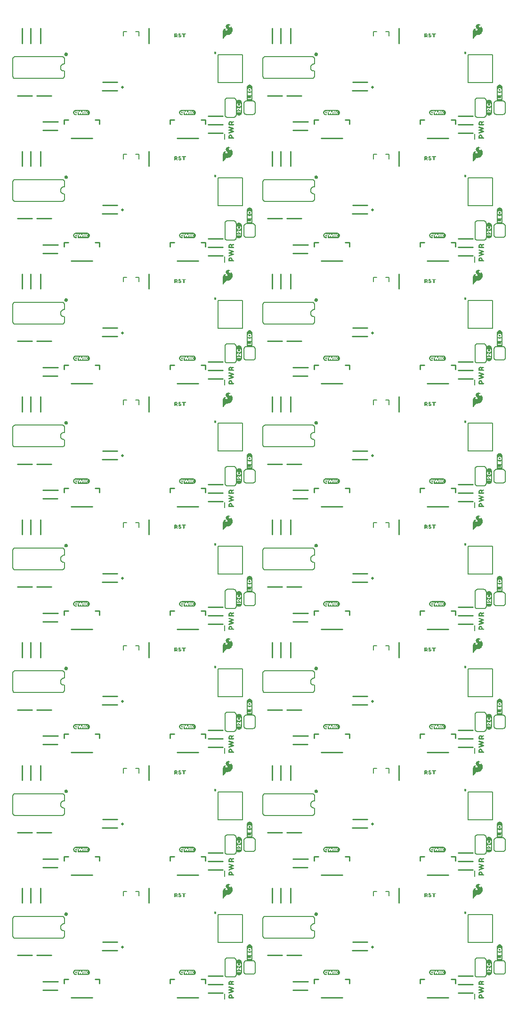
<source format=gto>
G04 EAGLE Gerber RS-274X export*
G75*
%MOMM*%
%FSLAX34Y34*%
%LPD*%
%INSilkscreen Top*%
%IPPOS*%
%AMOC8*
5,1,8,0,0,1.08239X$1,22.5*%
G01*
%ADD10C,0.254000*%
%ADD11C,0.203200*%
%ADD12C,0.465188*%
%ADD13C,0.152400*%
%ADD14C,0.454369*%

G36*
X434307Y1395879D02*
X434307Y1395879D01*
X434306Y1395881D01*
X434308Y1395882D01*
X434408Y1396382D01*
X434405Y1396389D01*
X434409Y1396392D01*
X434409Y1420292D01*
X434405Y1420298D01*
X434408Y1420302D01*
X434208Y1421302D01*
X434201Y1421308D01*
X434204Y1421314D01*
X434005Y1421712D01*
X433806Y1422210D01*
X433803Y1422212D01*
X433804Y1422214D01*
X433604Y1422614D01*
X433601Y1422615D01*
X433602Y1422617D01*
X433302Y1423117D01*
X433294Y1423121D01*
X433295Y1423127D01*
X432595Y1423827D01*
X432590Y1423828D01*
X432590Y1423831D01*
X431790Y1424431D01*
X431780Y1424431D01*
X431778Y1424438D01*
X430778Y1424838D01*
X430772Y1424836D01*
X430770Y1424840D01*
X429770Y1425040D01*
X429763Y1425037D01*
X429760Y1425041D01*
X428760Y1425041D01*
X428754Y1425037D01*
X428750Y1425040D01*
X427750Y1424840D01*
X427746Y1424835D01*
X427742Y1424838D01*
X427242Y1424638D01*
X427240Y1424635D01*
X427238Y1424636D01*
X426838Y1424436D01*
X426835Y1424430D01*
X426830Y1424431D01*
X426432Y1424133D01*
X425935Y1423834D01*
X425931Y1423826D01*
X425925Y1423827D01*
X425225Y1423127D01*
X425224Y1423122D01*
X425221Y1423122D01*
X424921Y1422722D01*
X424921Y1422712D01*
X424914Y1422710D01*
X424715Y1422212D01*
X424516Y1421814D01*
X424516Y1421812D01*
X424515Y1421811D01*
X424516Y1421811D01*
X424514Y1421810D01*
X424314Y1421310D01*
X424316Y1421304D01*
X424312Y1421302D01*
X424112Y1420302D01*
X424115Y1420295D01*
X424111Y1420292D01*
X424111Y1395992D01*
X424147Y1395945D01*
X424149Y1395946D01*
X424150Y1395944D01*
X424650Y1395844D01*
X424657Y1395847D01*
X424660Y1395843D01*
X434260Y1395843D01*
X434307Y1395879D01*
G37*
G36*
X883887Y1395879D02*
X883887Y1395879D01*
X883886Y1395881D01*
X883888Y1395882D01*
X883988Y1396382D01*
X883985Y1396389D01*
X883989Y1396392D01*
X883989Y1420292D01*
X883985Y1420298D01*
X883988Y1420302D01*
X883788Y1421302D01*
X883781Y1421308D01*
X883784Y1421314D01*
X883585Y1421712D01*
X883386Y1422210D01*
X883383Y1422212D01*
X883384Y1422214D01*
X883184Y1422614D01*
X883181Y1422615D01*
X883182Y1422617D01*
X882882Y1423117D01*
X882874Y1423121D01*
X882875Y1423127D01*
X882175Y1423827D01*
X882170Y1423828D01*
X882170Y1423831D01*
X881370Y1424431D01*
X881360Y1424431D01*
X881358Y1424438D01*
X880358Y1424838D01*
X880352Y1424836D01*
X880350Y1424840D01*
X879350Y1425040D01*
X879343Y1425037D01*
X879340Y1425041D01*
X878340Y1425041D01*
X878334Y1425037D01*
X878330Y1425040D01*
X877330Y1424840D01*
X877326Y1424835D01*
X877322Y1424838D01*
X876822Y1424638D01*
X876820Y1424635D01*
X876818Y1424636D01*
X876418Y1424436D01*
X876415Y1424430D01*
X876410Y1424431D01*
X876012Y1424133D01*
X875515Y1423834D01*
X875511Y1423826D01*
X875505Y1423827D01*
X874805Y1423127D01*
X874804Y1423122D01*
X874801Y1423122D01*
X874501Y1422722D01*
X874501Y1422712D01*
X874494Y1422710D01*
X874295Y1422212D01*
X874096Y1421814D01*
X874096Y1421812D01*
X874095Y1421811D01*
X874096Y1421811D01*
X874094Y1421810D01*
X873894Y1421310D01*
X873896Y1421304D01*
X873892Y1421302D01*
X873692Y1420302D01*
X873695Y1420295D01*
X873691Y1420292D01*
X873691Y1395992D01*
X873727Y1395945D01*
X873729Y1395946D01*
X873730Y1395944D01*
X874230Y1395844D01*
X874237Y1395847D01*
X874240Y1395843D01*
X883840Y1395843D01*
X883887Y1395879D01*
G37*
G36*
X883887Y1175407D02*
X883887Y1175407D01*
X883886Y1175409D01*
X883888Y1175410D01*
X883988Y1175910D01*
X883985Y1175917D01*
X883989Y1175920D01*
X883989Y1199820D01*
X883985Y1199826D01*
X883988Y1199830D01*
X883788Y1200830D01*
X883781Y1200836D01*
X883784Y1200842D01*
X883585Y1201240D01*
X883386Y1201738D01*
X883383Y1201740D01*
X883384Y1201742D01*
X883184Y1202142D01*
X883181Y1202143D01*
X883182Y1202145D01*
X882882Y1202645D01*
X882874Y1202649D01*
X882875Y1202655D01*
X882175Y1203355D01*
X882170Y1203356D01*
X882170Y1203359D01*
X881370Y1203959D01*
X881360Y1203959D01*
X881358Y1203966D01*
X880358Y1204366D01*
X880352Y1204364D01*
X880350Y1204368D01*
X879350Y1204568D01*
X879343Y1204565D01*
X879340Y1204569D01*
X878340Y1204569D01*
X878334Y1204565D01*
X878330Y1204568D01*
X877330Y1204368D01*
X877326Y1204363D01*
X877322Y1204366D01*
X876822Y1204166D01*
X876820Y1204163D01*
X876818Y1204164D01*
X876418Y1203964D01*
X876415Y1203958D01*
X876410Y1203959D01*
X876012Y1203661D01*
X875515Y1203362D01*
X875511Y1203354D01*
X875505Y1203355D01*
X874805Y1202655D01*
X874804Y1202650D01*
X874801Y1202650D01*
X874501Y1202250D01*
X874501Y1202240D01*
X874494Y1202238D01*
X874295Y1201740D01*
X874096Y1201342D01*
X874096Y1201340D01*
X874095Y1201339D01*
X874096Y1201339D01*
X874094Y1201338D01*
X873894Y1200838D01*
X873896Y1200832D01*
X873892Y1200830D01*
X873692Y1199830D01*
X873695Y1199823D01*
X873691Y1199820D01*
X873691Y1175520D01*
X873727Y1175473D01*
X873729Y1175474D01*
X873730Y1175472D01*
X874230Y1175372D01*
X874237Y1175375D01*
X874240Y1175371D01*
X883840Y1175371D01*
X883887Y1175407D01*
G37*
G36*
X434307Y1175407D02*
X434307Y1175407D01*
X434306Y1175409D01*
X434308Y1175410D01*
X434408Y1175910D01*
X434405Y1175917D01*
X434409Y1175920D01*
X434409Y1199820D01*
X434405Y1199826D01*
X434408Y1199830D01*
X434208Y1200830D01*
X434201Y1200836D01*
X434204Y1200842D01*
X434005Y1201240D01*
X433806Y1201738D01*
X433803Y1201740D01*
X433804Y1201742D01*
X433604Y1202142D01*
X433601Y1202143D01*
X433602Y1202145D01*
X433302Y1202645D01*
X433294Y1202649D01*
X433295Y1202655D01*
X432595Y1203355D01*
X432590Y1203356D01*
X432590Y1203359D01*
X431790Y1203959D01*
X431780Y1203959D01*
X431778Y1203966D01*
X430778Y1204366D01*
X430772Y1204364D01*
X430770Y1204368D01*
X429770Y1204568D01*
X429763Y1204565D01*
X429760Y1204569D01*
X428760Y1204569D01*
X428754Y1204565D01*
X428750Y1204568D01*
X427750Y1204368D01*
X427746Y1204363D01*
X427742Y1204366D01*
X427242Y1204166D01*
X427240Y1204163D01*
X427238Y1204164D01*
X426838Y1203964D01*
X426835Y1203958D01*
X426830Y1203959D01*
X426432Y1203661D01*
X425935Y1203362D01*
X425931Y1203354D01*
X425925Y1203355D01*
X425225Y1202655D01*
X425224Y1202650D01*
X425221Y1202650D01*
X424921Y1202250D01*
X424921Y1202240D01*
X424914Y1202238D01*
X424715Y1201740D01*
X424516Y1201342D01*
X424516Y1201340D01*
X424515Y1201339D01*
X424516Y1201339D01*
X424514Y1201338D01*
X424314Y1200838D01*
X424316Y1200832D01*
X424312Y1200830D01*
X424112Y1199830D01*
X424115Y1199823D01*
X424111Y1199820D01*
X424111Y1175520D01*
X424147Y1175473D01*
X424149Y1175474D01*
X424150Y1175472D01*
X424650Y1175372D01*
X424657Y1175375D01*
X424660Y1175371D01*
X434260Y1175371D01*
X434307Y1175407D01*
G37*
G36*
X883887Y734463D02*
X883887Y734463D01*
X883886Y734465D01*
X883888Y734466D01*
X883988Y734966D01*
X883985Y734973D01*
X883989Y734976D01*
X883989Y758876D01*
X883985Y758882D01*
X883988Y758886D01*
X883788Y759886D01*
X883781Y759892D01*
X883784Y759898D01*
X883585Y760296D01*
X883386Y760794D01*
X883383Y760796D01*
X883384Y760798D01*
X883184Y761198D01*
X883181Y761199D01*
X883182Y761201D01*
X882882Y761701D01*
X882874Y761705D01*
X882875Y761711D01*
X882175Y762411D01*
X882170Y762412D01*
X882170Y762415D01*
X881370Y763015D01*
X881360Y763015D01*
X881358Y763022D01*
X880358Y763422D01*
X880352Y763420D01*
X880350Y763424D01*
X879350Y763624D01*
X879343Y763621D01*
X879340Y763625D01*
X878340Y763625D01*
X878334Y763621D01*
X878330Y763624D01*
X877330Y763424D01*
X877326Y763419D01*
X877322Y763422D01*
X876822Y763222D01*
X876820Y763219D01*
X876818Y763220D01*
X876418Y763020D01*
X876415Y763014D01*
X876410Y763015D01*
X876012Y762717D01*
X875515Y762418D01*
X875511Y762410D01*
X875505Y762411D01*
X874805Y761711D01*
X874804Y761706D01*
X874801Y761706D01*
X874501Y761306D01*
X874501Y761296D01*
X874494Y761294D01*
X874295Y760796D01*
X874096Y760398D01*
X874096Y760396D01*
X874095Y760395D01*
X874096Y760395D01*
X874094Y760394D01*
X873894Y759894D01*
X873896Y759888D01*
X873892Y759886D01*
X873692Y758886D01*
X873695Y758879D01*
X873691Y758876D01*
X873691Y734576D01*
X873727Y734529D01*
X873729Y734530D01*
X873730Y734528D01*
X874230Y734428D01*
X874237Y734431D01*
X874240Y734427D01*
X883840Y734427D01*
X883887Y734463D01*
G37*
G36*
X434307Y734463D02*
X434307Y734463D01*
X434306Y734465D01*
X434308Y734466D01*
X434408Y734966D01*
X434405Y734973D01*
X434409Y734976D01*
X434409Y758876D01*
X434405Y758882D01*
X434408Y758886D01*
X434208Y759886D01*
X434201Y759892D01*
X434204Y759898D01*
X434005Y760296D01*
X433806Y760794D01*
X433803Y760796D01*
X433804Y760798D01*
X433604Y761198D01*
X433601Y761199D01*
X433602Y761201D01*
X433302Y761701D01*
X433294Y761705D01*
X433295Y761711D01*
X432595Y762411D01*
X432590Y762412D01*
X432590Y762415D01*
X431790Y763015D01*
X431780Y763015D01*
X431778Y763022D01*
X430778Y763422D01*
X430772Y763420D01*
X430770Y763424D01*
X429770Y763624D01*
X429763Y763621D01*
X429760Y763625D01*
X428760Y763625D01*
X428754Y763621D01*
X428750Y763624D01*
X427750Y763424D01*
X427746Y763419D01*
X427742Y763422D01*
X427242Y763222D01*
X427240Y763219D01*
X427238Y763220D01*
X426838Y763020D01*
X426835Y763014D01*
X426830Y763015D01*
X426432Y762717D01*
X425935Y762418D01*
X425931Y762410D01*
X425925Y762411D01*
X425225Y761711D01*
X425224Y761706D01*
X425221Y761706D01*
X424921Y761306D01*
X424921Y761296D01*
X424914Y761294D01*
X424715Y760796D01*
X424516Y760398D01*
X424516Y760396D01*
X424515Y760395D01*
X424516Y760395D01*
X424514Y760394D01*
X424314Y759894D01*
X424316Y759888D01*
X424312Y759886D01*
X424112Y758886D01*
X424115Y758879D01*
X424111Y758876D01*
X424111Y734576D01*
X424147Y734529D01*
X424149Y734530D01*
X424150Y734528D01*
X424650Y734428D01*
X424657Y734431D01*
X424660Y734427D01*
X434260Y734427D01*
X434307Y734463D01*
G37*
G36*
X883887Y1616351D02*
X883887Y1616351D01*
X883886Y1616353D01*
X883888Y1616354D01*
X883988Y1616854D01*
X883985Y1616861D01*
X883989Y1616864D01*
X883989Y1640764D01*
X883985Y1640770D01*
X883988Y1640774D01*
X883788Y1641774D01*
X883781Y1641780D01*
X883784Y1641786D01*
X883585Y1642184D01*
X883386Y1642682D01*
X883383Y1642684D01*
X883384Y1642686D01*
X883184Y1643086D01*
X883181Y1643087D01*
X883182Y1643089D01*
X882882Y1643589D01*
X882874Y1643593D01*
X882875Y1643599D01*
X882175Y1644299D01*
X882170Y1644300D01*
X882170Y1644303D01*
X881370Y1644903D01*
X881360Y1644903D01*
X881358Y1644910D01*
X880358Y1645310D01*
X880352Y1645308D01*
X880350Y1645312D01*
X879350Y1645512D01*
X879343Y1645509D01*
X879340Y1645513D01*
X878340Y1645513D01*
X878334Y1645509D01*
X878330Y1645512D01*
X877330Y1645312D01*
X877326Y1645307D01*
X877322Y1645310D01*
X876822Y1645110D01*
X876820Y1645107D01*
X876818Y1645108D01*
X876418Y1644908D01*
X876415Y1644902D01*
X876410Y1644903D01*
X876012Y1644605D01*
X875515Y1644306D01*
X875511Y1644298D01*
X875505Y1644299D01*
X874805Y1643599D01*
X874804Y1643594D01*
X874801Y1643594D01*
X874501Y1643194D01*
X874501Y1643184D01*
X874494Y1643182D01*
X874295Y1642684D01*
X874096Y1642286D01*
X874096Y1642284D01*
X874095Y1642283D01*
X874096Y1642283D01*
X874094Y1642282D01*
X873894Y1641782D01*
X873896Y1641776D01*
X873892Y1641774D01*
X873692Y1640774D01*
X873695Y1640767D01*
X873691Y1640764D01*
X873691Y1616464D01*
X873727Y1616417D01*
X873729Y1616418D01*
X873730Y1616416D01*
X874230Y1616316D01*
X874237Y1616319D01*
X874240Y1616315D01*
X883840Y1616315D01*
X883887Y1616351D01*
G37*
G36*
X434307Y1616351D02*
X434307Y1616351D01*
X434306Y1616353D01*
X434308Y1616354D01*
X434408Y1616854D01*
X434405Y1616861D01*
X434409Y1616864D01*
X434409Y1640764D01*
X434405Y1640770D01*
X434408Y1640774D01*
X434208Y1641774D01*
X434201Y1641780D01*
X434204Y1641786D01*
X434005Y1642184D01*
X433806Y1642682D01*
X433803Y1642684D01*
X433804Y1642686D01*
X433604Y1643086D01*
X433601Y1643087D01*
X433602Y1643089D01*
X433302Y1643589D01*
X433294Y1643593D01*
X433295Y1643599D01*
X432595Y1644299D01*
X432590Y1644300D01*
X432590Y1644303D01*
X431790Y1644903D01*
X431780Y1644903D01*
X431778Y1644910D01*
X430778Y1645310D01*
X430772Y1645308D01*
X430770Y1645312D01*
X429770Y1645512D01*
X429763Y1645509D01*
X429760Y1645513D01*
X428760Y1645513D01*
X428754Y1645509D01*
X428750Y1645512D01*
X427750Y1645312D01*
X427746Y1645307D01*
X427742Y1645310D01*
X427242Y1645110D01*
X427240Y1645107D01*
X427238Y1645108D01*
X426838Y1644908D01*
X426835Y1644902D01*
X426830Y1644903D01*
X426432Y1644605D01*
X425935Y1644306D01*
X425931Y1644298D01*
X425925Y1644299D01*
X425225Y1643599D01*
X425224Y1643594D01*
X425221Y1643594D01*
X424921Y1643194D01*
X424921Y1643184D01*
X424914Y1643182D01*
X424715Y1642684D01*
X424516Y1642286D01*
X424516Y1642284D01*
X424515Y1642283D01*
X424516Y1642283D01*
X424514Y1642282D01*
X424314Y1641782D01*
X424316Y1641776D01*
X424312Y1641774D01*
X424112Y1640774D01*
X424115Y1640767D01*
X424111Y1640764D01*
X424111Y1616464D01*
X424147Y1616417D01*
X424149Y1616418D01*
X424150Y1616416D01*
X424650Y1616316D01*
X424657Y1616319D01*
X424660Y1616315D01*
X434260Y1616315D01*
X434307Y1616351D01*
G37*
G36*
X434307Y73047D02*
X434307Y73047D01*
X434306Y73049D01*
X434308Y73050D01*
X434408Y73550D01*
X434405Y73557D01*
X434409Y73560D01*
X434409Y97460D01*
X434405Y97466D01*
X434408Y97470D01*
X434208Y98470D01*
X434201Y98476D01*
X434204Y98482D01*
X434005Y98880D01*
X433806Y99378D01*
X433803Y99380D01*
X433804Y99382D01*
X433604Y99782D01*
X433601Y99783D01*
X433602Y99785D01*
X433302Y100285D01*
X433294Y100289D01*
X433295Y100295D01*
X432595Y100995D01*
X432590Y100996D01*
X432590Y100999D01*
X431790Y101599D01*
X431780Y101599D01*
X431778Y101606D01*
X430778Y102006D01*
X430772Y102004D01*
X430770Y102008D01*
X429770Y102208D01*
X429763Y102205D01*
X429760Y102209D01*
X428760Y102209D01*
X428754Y102205D01*
X428750Y102208D01*
X427750Y102008D01*
X427746Y102003D01*
X427742Y102006D01*
X427242Y101806D01*
X427240Y101803D01*
X427238Y101804D01*
X426838Y101604D01*
X426835Y101598D01*
X426830Y101599D01*
X426432Y101301D01*
X425935Y101002D01*
X425931Y100994D01*
X425925Y100995D01*
X425225Y100295D01*
X425224Y100290D01*
X425221Y100290D01*
X424921Y99890D01*
X424921Y99880D01*
X424914Y99878D01*
X424715Y99380D01*
X424516Y98982D01*
X424516Y98980D01*
X424515Y98979D01*
X424516Y98979D01*
X424514Y98978D01*
X424314Y98478D01*
X424316Y98472D01*
X424312Y98470D01*
X424112Y97470D01*
X424115Y97463D01*
X424111Y97460D01*
X424111Y73160D01*
X424147Y73113D01*
X424149Y73114D01*
X424150Y73112D01*
X424650Y73012D01*
X424657Y73015D01*
X424660Y73011D01*
X434260Y73011D01*
X434307Y73047D01*
G37*
G36*
X883887Y73047D02*
X883887Y73047D01*
X883886Y73049D01*
X883888Y73050D01*
X883988Y73550D01*
X883985Y73557D01*
X883989Y73560D01*
X883989Y97460D01*
X883985Y97466D01*
X883988Y97470D01*
X883788Y98470D01*
X883781Y98476D01*
X883784Y98482D01*
X883585Y98880D01*
X883386Y99378D01*
X883383Y99380D01*
X883384Y99382D01*
X883184Y99782D01*
X883181Y99783D01*
X883182Y99785D01*
X882882Y100285D01*
X882874Y100289D01*
X882875Y100295D01*
X882175Y100995D01*
X882170Y100996D01*
X882170Y100999D01*
X881370Y101599D01*
X881360Y101599D01*
X881358Y101606D01*
X880358Y102006D01*
X880352Y102004D01*
X880350Y102008D01*
X879350Y102208D01*
X879343Y102205D01*
X879340Y102209D01*
X878340Y102209D01*
X878334Y102205D01*
X878330Y102208D01*
X877330Y102008D01*
X877326Y102003D01*
X877322Y102006D01*
X876822Y101806D01*
X876820Y101803D01*
X876818Y101804D01*
X876418Y101604D01*
X876415Y101598D01*
X876410Y101599D01*
X876012Y101301D01*
X875515Y101002D01*
X875511Y100994D01*
X875505Y100995D01*
X874805Y100295D01*
X874804Y100290D01*
X874801Y100290D01*
X874501Y99890D01*
X874501Y99880D01*
X874494Y99878D01*
X874295Y99380D01*
X874096Y98982D01*
X874096Y98980D01*
X874095Y98979D01*
X874096Y98979D01*
X874094Y98978D01*
X873894Y98478D01*
X873896Y98472D01*
X873892Y98470D01*
X873692Y97470D01*
X873695Y97463D01*
X873691Y97460D01*
X873691Y73160D01*
X873727Y73113D01*
X873729Y73114D01*
X873730Y73112D01*
X874230Y73012D01*
X874237Y73015D01*
X874240Y73011D01*
X883840Y73011D01*
X883887Y73047D01*
G37*
G36*
X883887Y293519D02*
X883887Y293519D01*
X883886Y293521D01*
X883888Y293522D01*
X883988Y294022D01*
X883985Y294029D01*
X883989Y294032D01*
X883989Y317932D01*
X883985Y317938D01*
X883988Y317942D01*
X883788Y318942D01*
X883781Y318948D01*
X883784Y318954D01*
X883585Y319352D01*
X883386Y319850D01*
X883383Y319852D01*
X883384Y319854D01*
X883184Y320254D01*
X883181Y320255D01*
X883182Y320257D01*
X882882Y320757D01*
X882874Y320761D01*
X882875Y320767D01*
X882175Y321467D01*
X882170Y321468D01*
X882170Y321471D01*
X881370Y322071D01*
X881360Y322071D01*
X881358Y322078D01*
X880358Y322478D01*
X880352Y322476D01*
X880350Y322480D01*
X879350Y322680D01*
X879343Y322677D01*
X879340Y322681D01*
X878340Y322681D01*
X878334Y322677D01*
X878330Y322680D01*
X877330Y322480D01*
X877326Y322475D01*
X877322Y322478D01*
X876822Y322278D01*
X876820Y322275D01*
X876818Y322276D01*
X876418Y322076D01*
X876415Y322070D01*
X876410Y322071D01*
X876012Y321773D01*
X875515Y321474D01*
X875511Y321466D01*
X875505Y321467D01*
X874805Y320767D01*
X874804Y320762D01*
X874801Y320762D01*
X874501Y320362D01*
X874501Y320352D01*
X874494Y320350D01*
X874295Y319852D01*
X874096Y319454D01*
X874096Y319452D01*
X874095Y319451D01*
X874096Y319451D01*
X874094Y319450D01*
X873894Y318950D01*
X873896Y318944D01*
X873892Y318942D01*
X873692Y317942D01*
X873695Y317935D01*
X873691Y317932D01*
X873691Y293632D01*
X873727Y293585D01*
X873729Y293586D01*
X873730Y293584D01*
X874230Y293484D01*
X874237Y293487D01*
X874240Y293483D01*
X883840Y293483D01*
X883887Y293519D01*
G37*
G36*
X434307Y293519D02*
X434307Y293519D01*
X434306Y293521D01*
X434308Y293522D01*
X434408Y294022D01*
X434405Y294029D01*
X434409Y294032D01*
X434409Y317932D01*
X434405Y317938D01*
X434408Y317942D01*
X434208Y318942D01*
X434201Y318948D01*
X434204Y318954D01*
X434005Y319352D01*
X433806Y319850D01*
X433803Y319852D01*
X433804Y319854D01*
X433604Y320254D01*
X433601Y320255D01*
X433602Y320257D01*
X433302Y320757D01*
X433294Y320761D01*
X433295Y320767D01*
X432595Y321467D01*
X432590Y321468D01*
X432590Y321471D01*
X431790Y322071D01*
X431780Y322071D01*
X431778Y322078D01*
X430778Y322478D01*
X430772Y322476D01*
X430770Y322480D01*
X429770Y322680D01*
X429763Y322677D01*
X429760Y322681D01*
X428760Y322681D01*
X428754Y322677D01*
X428750Y322680D01*
X427750Y322480D01*
X427746Y322475D01*
X427742Y322478D01*
X427242Y322278D01*
X427240Y322275D01*
X427238Y322276D01*
X426838Y322076D01*
X426835Y322070D01*
X426830Y322071D01*
X426432Y321773D01*
X425935Y321474D01*
X425931Y321466D01*
X425925Y321467D01*
X425225Y320767D01*
X425224Y320762D01*
X425221Y320762D01*
X424921Y320362D01*
X424921Y320352D01*
X424914Y320350D01*
X424715Y319852D01*
X424516Y319454D01*
X424516Y319452D01*
X424515Y319451D01*
X424516Y319451D01*
X424514Y319450D01*
X424314Y318950D01*
X424316Y318944D01*
X424312Y318942D01*
X424112Y317942D01*
X424115Y317935D01*
X424111Y317932D01*
X424111Y293632D01*
X424147Y293585D01*
X424149Y293586D01*
X424150Y293584D01*
X424650Y293484D01*
X424657Y293487D01*
X424660Y293483D01*
X434260Y293483D01*
X434307Y293519D01*
G37*
G36*
X883887Y954935D02*
X883887Y954935D01*
X883886Y954937D01*
X883888Y954938D01*
X883988Y955438D01*
X883985Y955445D01*
X883989Y955448D01*
X883989Y979348D01*
X883985Y979354D01*
X883988Y979358D01*
X883788Y980358D01*
X883781Y980364D01*
X883784Y980370D01*
X883585Y980768D01*
X883386Y981266D01*
X883383Y981268D01*
X883384Y981270D01*
X883184Y981670D01*
X883181Y981671D01*
X883182Y981673D01*
X882882Y982173D01*
X882874Y982177D01*
X882875Y982183D01*
X882175Y982883D01*
X882170Y982884D01*
X882170Y982887D01*
X881370Y983487D01*
X881360Y983487D01*
X881358Y983494D01*
X880358Y983894D01*
X880352Y983892D01*
X880350Y983896D01*
X879350Y984096D01*
X879343Y984093D01*
X879340Y984097D01*
X878340Y984097D01*
X878334Y984093D01*
X878330Y984096D01*
X877330Y983896D01*
X877326Y983891D01*
X877322Y983894D01*
X876822Y983694D01*
X876820Y983691D01*
X876818Y983692D01*
X876418Y983492D01*
X876415Y983486D01*
X876410Y983487D01*
X876012Y983189D01*
X875515Y982890D01*
X875511Y982882D01*
X875505Y982883D01*
X874805Y982183D01*
X874804Y982178D01*
X874801Y982178D01*
X874501Y981778D01*
X874501Y981768D01*
X874494Y981766D01*
X874295Y981268D01*
X874096Y980870D01*
X874096Y980868D01*
X874095Y980867D01*
X874096Y980867D01*
X874094Y980866D01*
X873894Y980366D01*
X873896Y980360D01*
X873892Y980358D01*
X873692Y979358D01*
X873695Y979351D01*
X873691Y979348D01*
X873691Y955048D01*
X873727Y955001D01*
X873729Y955002D01*
X873730Y955000D01*
X874230Y954900D01*
X874237Y954903D01*
X874240Y954899D01*
X883840Y954899D01*
X883887Y954935D01*
G37*
G36*
X434307Y954935D02*
X434307Y954935D01*
X434306Y954937D01*
X434308Y954938D01*
X434408Y955438D01*
X434405Y955445D01*
X434409Y955448D01*
X434409Y979348D01*
X434405Y979354D01*
X434408Y979358D01*
X434208Y980358D01*
X434201Y980364D01*
X434204Y980370D01*
X434005Y980768D01*
X433806Y981266D01*
X433803Y981268D01*
X433804Y981270D01*
X433604Y981670D01*
X433601Y981671D01*
X433602Y981673D01*
X433302Y982173D01*
X433294Y982177D01*
X433295Y982183D01*
X432595Y982883D01*
X432590Y982884D01*
X432590Y982887D01*
X431790Y983487D01*
X431780Y983487D01*
X431778Y983494D01*
X430778Y983894D01*
X430772Y983892D01*
X430770Y983896D01*
X429770Y984096D01*
X429763Y984093D01*
X429760Y984097D01*
X428760Y984097D01*
X428754Y984093D01*
X428750Y984096D01*
X427750Y983896D01*
X427746Y983891D01*
X427742Y983894D01*
X427242Y983694D01*
X427240Y983691D01*
X427238Y983692D01*
X426838Y983492D01*
X426835Y983486D01*
X426830Y983487D01*
X426432Y983189D01*
X425935Y982890D01*
X425931Y982882D01*
X425925Y982883D01*
X425225Y982183D01*
X425224Y982178D01*
X425221Y982178D01*
X424921Y981778D01*
X424921Y981768D01*
X424914Y981766D01*
X424715Y981268D01*
X424516Y980870D01*
X424516Y980868D01*
X424515Y980867D01*
X424516Y980867D01*
X424514Y980866D01*
X424314Y980366D01*
X424316Y980360D01*
X424312Y980358D01*
X424112Y979358D01*
X424115Y979351D01*
X424111Y979348D01*
X424111Y955048D01*
X424147Y955001D01*
X424149Y955002D01*
X424150Y955000D01*
X424650Y954900D01*
X424657Y954903D01*
X424660Y954899D01*
X434260Y954899D01*
X434307Y954935D01*
G37*
G36*
X434307Y513991D02*
X434307Y513991D01*
X434306Y513993D01*
X434308Y513994D01*
X434408Y514494D01*
X434405Y514501D01*
X434409Y514504D01*
X434409Y538404D01*
X434405Y538410D01*
X434408Y538414D01*
X434208Y539414D01*
X434201Y539420D01*
X434204Y539426D01*
X434005Y539824D01*
X433806Y540322D01*
X433803Y540324D01*
X433804Y540326D01*
X433604Y540726D01*
X433601Y540727D01*
X433602Y540729D01*
X433302Y541229D01*
X433294Y541233D01*
X433295Y541239D01*
X432595Y541939D01*
X432590Y541940D01*
X432590Y541943D01*
X431790Y542543D01*
X431780Y542543D01*
X431778Y542550D01*
X430778Y542950D01*
X430772Y542948D01*
X430770Y542952D01*
X429770Y543152D01*
X429763Y543149D01*
X429760Y543153D01*
X428760Y543153D01*
X428754Y543149D01*
X428750Y543152D01*
X427750Y542952D01*
X427746Y542947D01*
X427742Y542950D01*
X427242Y542750D01*
X427240Y542747D01*
X427238Y542748D01*
X426838Y542548D01*
X426835Y542542D01*
X426830Y542543D01*
X426432Y542245D01*
X425935Y541946D01*
X425931Y541938D01*
X425925Y541939D01*
X425225Y541239D01*
X425224Y541234D01*
X425221Y541234D01*
X424921Y540834D01*
X424921Y540824D01*
X424914Y540822D01*
X424715Y540324D01*
X424516Y539926D01*
X424516Y539924D01*
X424515Y539923D01*
X424516Y539923D01*
X424514Y539922D01*
X424314Y539422D01*
X424316Y539416D01*
X424312Y539414D01*
X424112Y538414D01*
X424115Y538407D01*
X424111Y538404D01*
X424111Y514104D01*
X424147Y514057D01*
X424149Y514058D01*
X424150Y514056D01*
X424650Y513956D01*
X424657Y513959D01*
X424660Y513955D01*
X434260Y513955D01*
X434307Y513991D01*
G37*
G36*
X883887Y513991D02*
X883887Y513991D01*
X883886Y513993D01*
X883888Y513994D01*
X883988Y514494D01*
X883985Y514501D01*
X883989Y514504D01*
X883989Y538404D01*
X883985Y538410D01*
X883988Y538414D01*
X883788Y539414D01*
X883781Y539420D01*
X883784Y539426D01*
X883585Y539824D01*
X883386Y540322D01*
X883383Y540324D01*
X883384Y540326D01*
X883184Y540726D01*
X883181Y540727D01*
X883182Y540729D01*
X882882Y541229D01*
X882874Y541233D01*
X882875Y541239D01*
X882175Y541939D01*
X882170Y541940D01*
X882170Y541943D01*
X881370Y542543D01*
X881360Y542543D01*
X881358Y542550D01*
X880358Y542950D01*
X880352Y542948D01*
X880350Y542952D01*
X879350Y543152D01*
X879343Y543149D01*
X879340Y543153D01*
X878340Y543153D01*
X878334Y543149D01*
X878330Y543152D01*
X877330Y542952D01*
X877326Y542947D01*
X877322Y542950D01*
X876822Y542750D01*
X876820Y542747D01*
X876818Y542748D01*
X876418Y542548D01*
X876415Y542542D01*
X876410Y542543D01*
X876012Y542245D01*
X875515Y541946D01*
X875511Y541938D01*
X875505Y541939D01*
X874805Y541239D01*
X874804Y541234D01*
X874801Y541234D01*
X874501Y540834D01*
X874501Y540824D01*
X874494Y540822D01*
X874295Y540324D01*
X874096Y539926D01*
X874096Y539924D01*
X874095Y539923D01*
X874096Y539923D01*
X874094Y539922D01*
X873894Y539422D01*
X873896Y539416D01*
X873892Y539414D01*
X873692Y538414D01*
X873695Y538407D01*
X873691Y538404D01*
X873691Y514104D01*
X873727Y514057D01*
X873729Y514058D01*
X873730Y514056D01*
X874230Y513956D01*
X874237Y513959D01*
X874240Y513955D01*
X883840Y513955D01*
X883887Y513991D01*
G37*
G36*
X410715Y1590215D02*
X410715Y1590215D01*
X411210Y1590215D01*
X411221Y1590223D01*
X411228Y1590218D01*
X411724Y1590417D01*
X412220Y1590516D01*
X412230Y1590527D01*
X412240Y1590525D01*
X412634Y1590821D01*
X413128Y1591018D01*
X413133Y1591026D01*
X413140Y1591025D01*
X413540Y1591325D01*
X413542Y1591334D01*
X413549Y1591334D01*
X413845Y1591729D01*
X414240Y1592025D01*
X414243Y1592038D01*
X414252Y1592039D01*
X414552Y1592539D01*
X414552Y1592542D01*
X414554Y1592542D01*
X414754Y1592942D01*
X414753Y1592945D01*
X414756Y1592946D01*
X414955Y1593444D01*
X415154Y1593842D01*
X415154Y1593844D01*
X415153Y1593846D01*
X415152Y1593851D01*
X415158Y1593854D01*
X415358Y1594854D01*
X415355Y1594861D01*
X415359Y1594864D01*
X415359Y1613664D01*
X415355Y1613670D01*
X415358Y1613674D01*
X415158Y1614674D01*
X415153Y1614678D01*
X415156Y1614682D01*
X414756Y1615682D01*
X414748Y1615687D01*
X414749Y1615694D01*
X413849Y1616894D01*
X413840Y1616896D01*
X413840Y1616903D01*
X412640Y1617803D01*
X412630Y1617803D01*
X412628Y1617810D01*
X411628Y1618210D01*
X411622Y1618208D01*
X411620Y1618212D01*
X410620Y1618412D01*
X410613Y1618409D01*
X410610Y1618413D01*
X410110Y1618413D01*
X410104Y1618409D01*
X410100Y1618412D01*
X409605Y1618313D01*
X409110Y1618313D01*
X409099Y1618305D01*
X409092Y1618310D01*
X408592Y1618110D01*
X408590Y1618107D01*
X408588Y1618108D01*
X408190Y1617909D01*
X407692Y1617710D01*
X407687Y1617702D01*
X407680Y1617703D01*
X406480Y1616803D01*
X406478Y1616794D01*
X406471Y1616794D01*
X405871Y1615994D01*
X405871Y1615990D01*
X405868Y1615989D01*
X405568Y1615489D01*
X405568Y1615486D01*
X405566Y1615486D01*
X405366Y1615086D01*
X405368Y1615077D01*
X405362Y1615074D01*
X405062Y1613574D01*
X405063Y1613571D01*
X405064Y1613570D01*
X405065Y1613567D01*
X405061Y1613564D01*
X405061Y1594864D01*
X405065Y1594858D01*
X405062Y1594854D01*
X405262Y1593854D01*
X405269Y1593848D01*
X405266Y1593842D01*
X405465Y1593444D01*
X405664Y1592946D01*
X405667Y1592944D01*
X405666Y1592942D01*
X405866Y1592542D01*
X405869Y1592541D01*
X405868Y1592539D01*
X406168Y1592039D01*
X406180Y1592034D01*
X406180Y1592025D01*
X406575Y1591729D01*
X406871Y1591334D01*
X406880Y1591332D01*
X406880Y1591325D01*
X407280Y1591025D01*
X407284Y1591025D01*
X407285Y1591022D01*
X407785Y1590722D01*
X407788Y1590722D01*
X407788Y1590720D01*
X408188Y1590520D01*
X408197Y1590522D01*
X408200Y1590516D01*
X408696Y1590417D01*
X409192Y1590218D01*
X409205Y1590222D01*
X409210Y1590215D01*
X409705Y1590215D01*
X410200Y1590116D01*
X410213Y1590122D01*
X410220Y1590116D01*
X410715Y1590215D01*
G37*
G36*
X410715Y267383D02*
X410715Y267383D01*
X411210Y267383D01*
X411221Y267391D01*
X411228Y267386D01*
X411724Y267585D01*
X412220Y267684D01*
X412230Y267695D01*
X412240Y267693D01*
X412634Y267989D01*
X413128Y268186D01*
X413133Y268194D01*
X413140Y268193D01*
X413540Y268493D01*
X413542Y268502D01*
X413549Y268502D01*
X413845Y268897D01*
X414240Y269193D01*
X414243Y269206D01*
X414252Y269207D01*
X414552Y269707D01*
X414552Y269710D01*
X414554Y269710D01*
X414754Y270110D01*
X414753Y270113D01*
X414756Y270114D01*
X414955Y270612D01*
X415154Y271010D01*
X415154Y271012D01*
X415153Y271014D01*
X415152Y271019D01*
X415158Y271022D01*
X415358Y272022D01*
X415355Y272029D01*
X415359Y272032D01*
X415359Y290832D01*
X415355Y290838D01*
X415358Y290842D01*
X415158Y291842D01*
X415153Y291846D01*
X415156Y291850D01*
X414756Y292850D01*
X414748Y292855D01*
X414749Y292862D01*
X413849Y294062D01*
X413840Y294064D01*
X413840Y294071D01*
X412640Y294971D01*
X412630Y294971D01*
X412628Y294978D01*
X411628Y295378D01*
X411622Y295376D01*
X411620Y295380D01*
X410620Y295580D01*
X410613Y295577D01*
X410610Y295581D01*
X410110Y295581D01*
X410104Y295577D01*
X410100Y295580D01*
X409605Y295481D01*
X409110Y295481D01*
X409099Y295473D01*
X409092Y295478D01*
X408592Y295278D01*
X408590Y295275D01*
X408588Y295276D01*
X408190Y295077D01*
X407692Y294878D01*
X407687Y294870D01*
X407680Y294871D01*
X406480Y293971D01*
X406478Y293962D01*
X406471Y293962D01*
X405871Y293162D01*
X405871Y293158D01*
X405868Y293157D01*
X405568Y292657D01*
X405568Y292654D01*
X405566Y292654D01*
X405366Y292254D01*
X405368Y292245D01*
X405362Y292242D01*
X405062Y290742D01*
X405063Y290739D01*
X405064Y290738D01*
X405065Y290735D01*
X405061Y290732D01*
X405061Y272032D01*
X405065Y272026D01*
X405062Y272022D01*
X405262Y271022D01*
X405269Y271016D01*
X405266Y271010D01*
X405465Y270612D01*
X405664Y270114D01*
X405667Y270112D01*
X405666Y270110D01*
X405866Y269710D01*
X405869Y269709D01*
X405868Y269707D01*
X406168Y269207D01*
X406180Y269202D01*
X406180Y269193D01*
X406575Y268897D01*
X406871Y268502D01*
X406880Y268500D01*
X406880Y268493D01*
X407280Y268193D01*
X407284Y268193D01*
X407285Y268190D01*
X407785Y267890D01*
X407788Y267890D01*
X407788Y267888D01*
X408188Y267688D01*
X408197Y267690D01*
X408200Y267684D01*
X408696Y267585D01*
X409192Y267386D01*
X409205Y267390D01*
X409210Y267383D01*
X409705Y267383D01*
X410200Y267284D01*
X410213Y267290D01*
X410220Y267284D01*
X410715Y267383D01*
G37*
G36*
X860295Y46911D02*
X860295Y46911D01*
X860790Y46911D01*
X860801Y46919D01*
X860808Y46914D01*
X861304Y47113D01*
X861800Y47212D01*
X861810Y47223D01*
X861820Y47221D01*
X862214Y47517D01*
X862708Y47714D01*
X862713Y47722D01*
X862720Y47721D01*
X863120Y48021D01*
X863122Y48030D01*
X863129Y48030D01*
X863425Y48425D01*
X863820Y48721D01*
X863823Y48734D01*
X863832Y48735D01*
X864132Y49235D01*
X864132Y49238D01*
X864134Y49238D01*
X864334Y49638D01*
X864333Y49641D01*
X864336Y49642D01*
X864535Y50140D01*
X864734Y50538D01*
X864734Y50540D01*
X864733Y50542D01*
X864732Y50547D01*
X864738Y50550D01*
X864938Y51550D01*
X864935Y51557D01*
X864939Y51560D01*
X864939Y70360D01*
X864935Y70366D01*
X864938Y70370D01*
X864738Y71370D01*
X864733Y71374D01*
X864736Y71378D01*
X864336Y72378D01*
X864328Y72383D01*
X864329Y72390D01*
X863429Y73590D01*
X863420Y73592D01*
X863420Y73599D01*
X862220Y74499D01*
X862210Y74499D01*
X862208Y74506D01*
X861208Y74906D01*
X861202Y74904D01*
X861200Y74908D01*
X860200Y75108D01*
X860193Y75105D01*
X860190Y75109D01*
X859690Y75109D01*
X859684Y75105D01*
X859680Y75108D01*
X859185Y75009D01*
X858690Y75009D01*
X858679Y75001D01*
X858672Y75006D01*
X858172Y74806D01*
X858170Y74803D01*
X858168Y74804D01*
X857770Y74605D01*
X857272Y74406D01*
X857267Y74398D01*
X857260Y74399D01*
X856060Y73499D01*
X856058Y73490D01*
X856051Y73490D01*
X855451Y72690D01*
X855451Y72686D01*
X855448Y72685D01*
X855148Y72185D01*
X855148Y72182D01*
X855146Y72182D01*
X854946Y71782D01*
X854948Y71773D01*
X854942Y71770D01*
X854642Y70270D01*
X854643Y70267D01*
X854644Y70266D01*
X854645Y70263D01*
X854641Y70260D01*
X854641Y51560D01*
X854645Y51554D01*
X854642Y51550D01*
X854842Y50550D01*
X854849Y50544D01*
X854846Y50538D01*
X855045Y50140D01*
X855244Y49642D01*
X855247Y49640D01*
X855246Y49638D01*
X855446Y49238D01*
X855449Y49237D01*
X855448Y49235D01*
X855748Y48735D01*
X855760Y48730D01*
X855760Y48721D01*
X856155Y48425D01*
X856451Y48030D01*
X856460Y48028D01*
X856460Y48021D01*
X856860Y47721D01*
X856864Y47721D01*
X856865Y47718D01*
X857365Y47418D01*
X857368Y47418D01*
X857368Y47416D01*
X857768Y47216D01*
X857777Y47218D01*
X857780Y47212D01*
X858276Y47113D01*
X858772Y46914D01*
X858785Y46918D01*
X858790Y46911D01*
X859285Y46911D01*
X859780Y46812D01*
X859793Y46818D01*
X859800Y46812D01*
X860295Y46911D01*
G37*
G36*
X410715Y46911D02*
X410715Y46911D01*
X411210Y46911D01*
X411221Y46919D01*
X411228Y46914D01*
X411724Y47113D01*
X412220Y47212D01*
X412230Y47223D01*
X412240Y47221D01*
X412634Y47517D01*
X413128Y47714D01*
X413133Y47722D01*
X413140Y47721D01*
X413540Y48021D01*
X413542Y48030D01*
X413549Y48030D01*
X413845Y48425D01*
X414240Y48721D01*
X414243Y48734D01*
X414252Y48735D01*
X414552Y49235D01*
X414552Y49238D01*
X414554Y49238D01*
X414754Y49638D01*
X414753Y49641D01*
X414756Y49642D01*
X414955Y50140D01*
X415154Y50538D01*
X415154Y50540D01*
X415153Y50542D01*
X415152Y50547D01*
X415158Y50550D01*
X415358Y51550D01*
X415355Y51557D01*
X415359Y51560D01*
X415359Y70360D01*
X415355Y70366D01*
X415358Y70370D01*
X415158Y71370D01*
X415153Y71374D01*
X415156Y71378D01*
X414756Y72378D01*
X414748Y72383D01*
X414749Y72390D01*
X413849Y73590D01*
X413840Y73592D01*
X413840Y73599D01*
X412640Y74499D01*
X412630Y74499D01*
X412628Y74506D01*
X411628Y74906D01*
X411622Y74904D01*
X411620Y74908D01*
X410620Y75108D01*
X410613Y75105D01*
X410610Y75109D01*
X410110Y75109D01*
X410104Y75105D01*
X410100Y75108D01*
X409605Y75009D01*
X409110Y75009D01*
X409099Y75001D01*
X409092Y75006D01*
X408592Y74806D01*
X408590Y74803D01*
X408588Y74804D01*
X408190Y74605D01*
X407692Y74406D01*
X407687Y74398D01*
X407680Y74399D01*
X406480Y73499D01*
X406478Y73490D01*
X406471Y73490D01*
X405871Y72690D01*
X405871Y72686D01*
X405868Y72685D01*
X405568Y72185D01*
X405568Y72182D01*
X405566Y72182D01*
X405366Y71782D01*
X405368Y71773D01*
X405362Y71770D01*
X405062Y70270D01*
X405063Y70267D01*
X405064Y70266D01*
X405065Y70263D01*
X405061Y70260D01*
X405061Y51560D01*
X405065Y51554D01*
X405062Y51550D01*
X405262Y50550D01*
X405269Y50544D01*
X405266Y50538D01*
X405465Y50140D01*
X405664Y49642D01*
X405667Y49640D01*
X405666Y49638D01*
X405866Y49238D01*
X405869Y49237D01*
X405868Y49235D01*
X406168Y48735D01*
X406180Y48730D01*
X406180Y48721D01*
X406575Y48425D01*
X406871Y48030D01*
X406880Y48028D01*
X406880Y48021D01*
X407280Y47721D01*
X407284Y47721D01*
X407285Y47718D01*
X407785Y47418D01*
X407788Y47418D01*
X407788Y47416D01*
X408188Y47216D01*
X408197Y47218D01*
X408200Y47212D01*
X408696Y47113D01*
X409192Y46914D01*
X409205Y46918D01*
X409210Y46911D01*
X409705Y46911D01*
X410200Y46812D01*
X410213Y46818D01*
X410220Y46812D01*
X410715Y46911D01*
G37*
G36*
X860295Y1369743D02*
X860295Y1369743D01*
X860790Y1369743D01*
X860801Y1369751D01*
X860808Y1369746D01*
X861304Y1369945D01*
X861800Y1370044D01*
X861810Y1370055D01*
X861820Y1370053D01*
X862214Y1370349D01*
X862708Y1370546D01*
X862713Y1370554D01*
X862720Y1370553D01*
X863120Y1370853D01*
X863122Y1370862D01*
X863129Y1370862D01*
X863425Y1371257D01*
X863820Y1371553D01*
X863823Y1371566D01*
X863832Y1371567D01*
X864132Y1372067D01*
X864132Y1372070D01*
X864134Y1372070D01*
X864334Y1372470D01*
X864333Y1372473D01*
X864336Y1372474D01*
X864535Y1372972D01*
X864734Y1373370D01*
X864734Y1373372D01*
X864733Y1373374D01*
X864732Y1373379D01*
X864738Y1373382D01*
X864938Y1374382D01*
X864935Y1374389D01*
X864939Y1374392D01*
X864939Y1393192D01*
X864935Y1393198D01*
X864938Y1393202D01*
X864738Y1394202D01*
X864733Y1394206D01*
X864736Y1394210D01*
X864336Y1395210D01*
X864328Y1395215D01*
X864329Y1395222D01*
X863429Y1396422D01*
X863420Y1396424D01*
X863420Y1396431D01*
X862220Y1397331D01*
X862210Y1397331D01*
X862208Y1397338D01*
X861208Y1397738D01*
X861202Y1397736D01*
X861200Y1397740D01*
X860200Y1397940D01*
X860193Y1397937D01*
X860190Y1397941D01*
X859690Y1397941D01*
X859684Y1397937D01*
X859680Y1397940D01*
X859185Y1397841D01*
X858690Y1397841D01*
X858679Y1397833D01*
X858672Y1397838D01*
X858172Y1397638D01*
X858170Y1397635D01*
X858168Y1397636D01*
X857770Y1397437D01*
X857272Y1397238D01*
X857267Y1397230D01*
X857260Y1397231D01*
X856060Y1396331D01*
X856058Y1396322D01*
X856051Y1396322D01*
X855451Y1395522D01*
X855451Y1395518D01*
X855448Y1395517D01*
X855148Y1395017D01*
X855148Y1395014D01*
X855146Y1395014D01*
X854946Y1394614D01*
X854948Y1394605D01*
X854942Y1394602D01*
X854642Y1393102D01*
X854643Y1393099D01*
X854644Y1393098D01*
X854645Y1393095D01*
X854641Y1393092D01*
X854641Y1374392D01*
X854645Y1374386D01*
X854642Y1374382D01*
X854842Y1373382D01*
X854849Y1373376D01*
X854846Y1373370D01*
X855045Y1372972D01*
X855244Y1372474D01*
X855247Y1372472D01*
X855246Y1372470D01*
X855446Y1372070D01*
X855449Y1372069D01*
X855448Y1372067D01*
X855748Y1371567D01*
X855760Y1371562D01*
X855760Y1371553D01*
X856155Y1371257D01*
X856451Y1370862D01*
X856460Y1370860D01*
X856460Y1370853D01*
X856860Y1370553D01*
X856864Y1370553D01*
X856865Y1370550D01*
X857365Y1370250D01*
X857368Y1370250D01*
X857368Y1370248D01*
X857768Y1370048D01*
X857777Y1370050D01*
X857780Y1370044D01*
X858276Y1369945D01*
X858772Y1369746D01*
X858785Y1369750D01*
X858790Y1369743D01*
X859285Y1369743D01*
X859780Y1369644D01*
X859793Y1369650D01*
X859800Y1369644D01*
X860295Y1369743D01*
G37*
G36*
X410715Y1369743D02*
X410715Y1369743D01*
X411210Y1369743D01*
X411221Y1369751D01*
X411228Y1369746D01*
X411724Y1369945D01*
X412220Y1370044D01*
X412230Y1370055D01*
X412240Y1370053D01*
X412634Y1370349D01*
X413128Y1370546D01*
X413133Y1370554D01*
X413140Y1370553D01*
X413540Y1370853D01*
X413542Y1370862D01*
X413549Y1370862D01*
X413845Y1371257D01*
X414240Y1371553D01*
X414243Y1371566D01*
X414252Y1371567D01*
X414552Y1372067D01*
X414552Y1372070D01*
X414554Y1372070D01*
X414754Y1372470D01*
X414753Y1372473D01*
X414756Y1372474D01*
X414955Y1372972D01*
X415154Y1373370D01*
X415154Y1373372D01*
X415153Y1373374D01*
X415152Y1373379D01*
X415158Y1373382D01*
X415358Y1374382D01*
X415355Y1374389D01*
X415359Y1374392D01*
X415359Y1393192D01*
X415355Y1393198D01*
X415358Y1393202D01*
X415158Y1394202D01*
X415153Y1394206D01*
X415156Y1394210D01*
X414756Y1395210D01*
X414748Y1395215D01*
X414749Y1395222D01*
X413849Y1396422D01*
X413840Y1396424D01*
X413840Y1396431D01*
X412640Y1397331D01*
X412630Y1397331D01*
X412628Y1397338D01*
X411628Y1397738D01*
X411622Y1397736D01*
X411620Y1397740D01*
X410620Y1397940D01*
X410613Y1397937D01*
X410610Y1397941D01*
X410110Y1397941D01*
X410104Y1397937D01*
X410100Y1397940D01*
X409605Y1397841D01*
X409110Y1397841D01*
X409099Y1397833D01*
X409092Y1397838D01*
X408592Y1397638D01*
X408590Y1397635D01*
X408588Y1397636D01*
X408190Y1397437D01*
X407692Y1397238D01*
X407687Y1397230D01*
X407680Y1397231D01*
X406480Y1396331D01*
X406478Y1396322D01*
X406471Y1396322D01*
X405871Y1395522D01*
X405871Y1395518D01*
X405868Y1395517D01*
X405568Y1395017D01*
X405568Y1395014D01*
X405566Y1395014D01*
X405366Y1394614D01*
X405368Y1394605D01*
X405362Y1394602D01*
X405062Y1393102D01*
X405063Y1393099D01*
X405064Y1393098D01*
X405065Y1393095D01*
X405061Y1393092D01*
X405061Y1374392D01*
X405065Y1374386D01*
X405062Y1374382D01*
X405262Y1373382D01*
X405269Y1373376D01*
X405266Y1373370D01*
X405465Y1372972D01*
X405664Y1372474D01*
X405667Y1372472D01*
X405666Y1372470D01*
X405866Y1372070D01*
X405869Y1372069D01*
X405868Y1372067D01*
X406168Y1371567D01*
X406180Y1371562D01*
X406180Y1371553D01*
X406575Y1371257D01*
X406871Y1370862D01*
X406880Y1370860D01*
X406880Y1370853D01*
X407280Y1370553D01*
X407284Y1370553D01*
X407285Y1370550D01*
X407785Y1370250D01*
X407788Y1370250D01*
X407788Y1370248D01*
X408188Y1370048D01*
X408197Y1370050D01*
X408200Y1370044D01*
X408696Y1369945D01*
X409192Y1369746D01*
X409205Y1369750D01*
X409210Y1369743D01*
X409705Y1369743D01*
X410200Y1369644D01*
X410213Y1369650D01*
X410220Y1369644D01*
X410715Y1369743D01*
G37*
G36*
X410715Y1149271D02*
X410715Y1149271D01*
X411210Y1149271D01*
X411221Y1149279D01*
X411228Y1149274D01*
X411724Y1149473D01*
X412220Y1149572D01*
X412230Y1149583D01*
X412240Y1149581D01*
X412634Y1149877D01*
X413128Y1150074D01*
X413133Y1150082D01*
X413140Y1150081D01*
X413540Y1150381D01*
X413542Y1150390D01*
X413549Y1150390D01*
X413845Y1150785D01*
X414240Y1151081D01*
X414243Y1151094D01*
X414252Y1151095D01*
X414552Y1151595D01*
X414552Y1151598D01*
X414554Y1151598D01*
X414754Y1151998D01*
X414753Y1152001D01*
X414756Y1152002D01*
X414955Y1152500D01*
X415154Y1152898D01*
X415154Y1152900D01*
X415153Y1152902D01*
X415152Y1152907D01*
X415158Y1152910D01*
X415358Y1153910D01*
X415355Y1153917D01*
X415359Y1153920D01*
X415359Y1172720D01*
X415355Y1172726D01*
X415358Y1172730D01*
X415158Y1173730D01*
X415153Y1173734D01*
X415156Y1173738D01*
X414756Y1174738D01*
X414748Y1174743D01*
X414749Y1174750D01*
X413849Y1175950D01*
X413840Y1175952D01*
X413840Y1175959D01*
X412640Y1176859D01*
X412630Y1176859D01*
X412628Y1176866D01*
X411628Y1177266D01*
X411622Y1177264D01*
X411620Y1177268D01*
X410620Y1177468D01*
X410613Y1177465D01*
X410610Y1177469D01*
X410110Y1177469D01*
X410104Y1177465D01*
X410100Y1177468D01*
X409605Y1177369D01*
X409110Y1177369D01*
X409099Y1177361D01*
X409092Y1177366D01*
X408592Y1177166D01*
X408590Y1177163D01*
X408588Y1177164D01*
X408190Y1176965D01*
X407692Y1176766D01*
X407687Y1176758D01*
X407680Y1176759D01*
X406480Y1175859D01*
X406478Y1175850D01*
X406471Y1175850D01*
X405871Y1175050D01*
X405871Y1175046D01*
X405868Y1175045D01*
X405568Y1174545D01*
X405568Y1174542D01*
X405566Y1174542D01*
X405366Y1174142D01*
X405368Y1174133D01*
X405362Y1174130D01*
X405062Y1172630D01*
X405063Y1172627D01*
X405064Y1172626D01*
X405065Y1172623D01*
X405061Y1172620D01*
X405061Y1153920D01*
X405065Y1153914D01*
X405062Y1153910D01*
X405262Y1152910D01*
X405269Y1152904D01*
X405266Y1152898D01*
X405465Y1152500D01*
X405664Y1152002D01*
X405667Y1152000D01*
X405666Y1151998D01*
X405866Y1151598D01*
X405869Y1151597D01*
X405868Y1151595D01*
X406168Y1151095D01*
X406180Y1151090D01*
X406180Y1151081D01*
X406575Y1150785D01*
X406871Y1150390D01*
X406880Y1150388D01*
X406880Y1150381D01*
X407280Y1150081D01*
X407284Y1150081D01*
X407285Y1150078D01*
X407785Y1149778D01*
X407788Y1149778D01*
X407788Y1149776D01*
X408188Y1149576D01*
X408197Y1149578D01*
X408200Y1149572D01*
X408696Y1149473D01*
X409192Y1149274D01*
X409205Y1149278D01*
X409210Y1149271D01*
X409705Y1149271D01*
X410200Y1149172D01*
X410213Y1149178D01*
X410220Y1149172D01*
X410715Y1149271D01*
G37*
G36*
X860295Y1149271D02*
X860295Y1149271D01*
X860790Y1149271D01*
X860801Y1149279D01*
X860808Y1149274D01*
X861304Y1149473D01*
X861800Y1149572D01*
X861810Y1149583D01*
X861820Y1149581D01*
X862214Y1149877D01*
X862708Y1150074D01*
X862713Y1150082D01*
X862720Y1150081D01*
X863120Y1150381D01*
X863122Y1150390D01*
X863129Y1150390D01*
X863425Y1150785D01*
X863820Y1151081D01*
X863823Y1151094D01*
X863832Y1151095D01*
X864132Y1151595D01*
X864132Y1151598D01*
X864134Y1151598D01*
X864334Y1151998D01*
X864333Y1152001D01*
X864336Y1152002D01*
X864535Y1152500D01*
X864734Y1152898D01*
X864734Y1152900D01*
X864733Y1152902D01*
X864732Y1152907D01*
X864738Y1152910D01*
X864938Y1153910D01*
X864935Y1153917D01*
X864939Y1153920D01*
X864939Y1172720D01*
X864935Y1172726D01*
X864938Y1172730D01*
X864738Y1173730D01*
X864733Y1173734D01*
X864736Y1173738D01*
X864336Y1174738D01*
X864328Y1174743D01*
X864329Y1174750D01*
X863429Y1175950D01*
X863420Y1175952D01*
X863420Y1175959D01*
X862220Y1176859D01*
X862210Y1176859D01*
X862208Y1176866D01*
X861208Y1177266D01*
X861202Y1177264D01*
X861200Y1177268D01*
X860200Y1177468D01*
X860193Y1177465D01*
X860190Y1177469D01*
X859690Y1177469D01*
X859684Y1177465D01*
X859680Y1177468D01*
X859185Y1177369D01*
X858690Y1177369D01*
X858679Y1177361D01*
X858672Y1177366D01*
X858172Y1177166D01*
X858170Y1177163D01*
X858168Y1177164D01*
X857770Y1176965D01*
X857272Y1176766D01*
X857267Y1176758D01*
X857260Y1176759D01*
X856060Y1175859D01*
X856058Y1175850D01*
X856051Y1175850D01*
X855451Y1175050D01*
X855451Y1175046D01*
X855448Y1175045D01*
X855148Y1174545D01*
X855148Y1174542D01*
X855146Y1174542D01*
X854946Y1174142D01*
X854948Y1174133D01*
X854942Y1174130D01*
X854642Y1172630D01*
X854643Y1172627D01*
X854644Y1172626D01*
X854645Y1172623D01*
X854641Y1172620D01*
X854641Y1153920D01*
X854645Y1153914D01*
X854642Y1153910D01*
X854842Y1152910D01*
X854849Y1152904D01*
X854846Y1152898D01*
X855045Y1152500D01*
X855244Y1152002D01*
X855247Y1152000D01*
X855246Y1151998D01*
X855446Y1151598D01*
X855449Y1151597D01*
X855448Y1151595D01*
X855748Y1151095D01*
X855760Y1151090D01*
X855760Y1151081D01*
X856155Y1150785D01*
X856451Y1150390D01*
X856460Y1150388D01*
X856460Y1150381D01*
X856860Y1150081D01*
X856864Y1150081D01*
X856865Y1150078D01*
X857365Y1149778D01*
X857368Y1149778D01*
X857368Y1149776D01*
X857768Y1149576D01*
X857777Y1149578D01*
X857780Y1149572D01*
X858276Y1149473D01*
X858772Y1149274D01*
X858785Y1149278D01*
X858790Y1149271D01*
X859285Y1149271D01*
X859780Y1149172D01*
X859793Y1149178D01*
X859800Y1149172D01*
X860295Y1149271D01*
G37*
G36*
X860295Y267383D02*
X860295Y267383D01*
X860790Y267383D01*
X860801Y267391D01*
X860808Y267386D01*
X861304Y267585D01*
X861800Y267684D01*
X861810Y267695D01*
X861820Y267693D01*
X862214Y267989D01*
X862708Y268186D01*
X862713Y268194D01*
X862720Y268193D01*
X863120Y268493D01*
X863122Y268502D01*
X863129Y268502D01*
X863425Y268897D01*
X863820Y269193D01*
X863823Y269206D01*
X863832Y269207D01*
X864132Y269707D01*
X864132Y269710D01*
X864134Y269710D01*
X864334Y270110D01*
X864333Y270113D01*
X864336Y270114D01*
X864535Y270612D01*
X864734Y271010D01*
X864734Y271012D01*
X864733Y271014D01*
X864732Y271019D01*
X864738Y271022D01*
X864938Y272022D01*
X864935Y272029D01*
X864939Y272032D01*
X864939Y290832D01*
X864935Y290838D01*
X864938Y290842D01*
X864738Y291842D01*
X864733Y291846D01*
X864736Y291850D01*
X864336Y292850D01*
X864328Y292855D01*
X864329Y292862D01*
X863429Y294062D01*
X863420Y294064D01*
X863420Y294071D01*
X862220Y294971D01*
X862210Y294971D01*
X862208Y294978D01*
X861208Y295378D01*
X861202Y295376D01*
X861200Y295380D01*
X860200Y295580D01*
X860193Y295577D01*
X860190Y295581D01*
X859690Y295581D01*
X859684Y295577D01*
X859680Y295580D01*
X859185Y295481D01*
X858690Y295481D01*
X858679Y295473D01*
X858672Y295478D01*
X858172Y295278D01*
X858170Y295275D01*
X858168Y295276D01*
X857770Y295077D01*
X857272Y294878D01*
X857267Y294870D01*
X857260Y294871D01*
X856060Y293971D01*
X856058Y293962D01*
X856051Y293962D01*
X855451Y293162D01*
X855451Y293158D01*
X855448Y293157D01*
X855148Y292657D01*
X855148Y292654D01*
X855146Y292654D01*
X854946Y292254D01*
X854948Y292245D01*
X854942Y292242D01*
X854642Y290742D01*
X854643Y290739D01*
X854644Y290738D01*
X854645Y290735D01*
X854641Y290732D01*
X854641Y272032D01*
X854645Y272026D01*
X854642Y272022D01*
X854842Y271022D01*
X854849Y271016D01*
X854846Y271010D01*
X855045Y270612D01*
X855244Y270114D01*
X855247Y270112D01*
X855246Y270110D01*
X855446Y269710D01*
X855449Y269709D01*
X855448Y269707D01*
X855748Y269207D01*
X855760Y269202D01*
X855760Y269193D01*
X856155Y268897D01*
X856451Y268502D01*
X856460Y268500D01*
X856460Y268493D01*
X856860Y268193D01*
X856864Y268193D01*
X856865Y268190D01*
X857365Y267890D01*
X857368Y267890D01*
X857368Y267888D01*
X857768Y267688D01*
X857777Y267690D01*
X857780Y267684D01*
X858276Y267585D01*
X858772Y267386D01*
X858785Y267390D01*
X858790Y267383D01*
X859285Y267383D01*
X859780Y267284D01*
X859793Y267290D01*
X859800Y267284D01*
X860295Y267383D01*
G37*
G36*
X860295Y1590215D02*
X860295Y1590215D01*
X860790Y1590215D01*
X860801Y1590223D01*
X860808Y1590218D01*
X861304Y1590417D01*
X861800Y1590516D01*
X861810Y1590527D01*
X861820Y1590525D01*
X862214Y1590821D01*
X862708Y1591018D01*
X862713Y1591026D01*
X862720Y1591025D01*
X863120Y1591325D01*
X863122Y1591334D01*
X863129Y1591334D01*
X863425Y1591729D01*
X863820Y1592025D01*
X863823Y1592038D01*
X863832Y1592039D01*
X864132Y1592539D01*
X864132Y1592542D01*
X864134Y1592542D01*
X864334Y1592942D01*
X864333Y1592945D01*
X864336Y1592946D01*
X864535Y1593444D01*
X864734Y1593842D01*
X864734Y1593844D01*
X864733Y1593846D01*
X864732Y1593851D01*
X864738Y1593854D01*
X864938Y1594854D01*
X864935Y1594861D01*
X864939Y1594864D01*
X864939Y1613664D01*
X864935Y1613670D01*
X864938Y1613674D01*
X864738Y1614674D01*
X864733Y1614678D01*
X864736Y1614682D01*
X864336Y1615682D01*
X864328Y1615687D01*
X864329Y1615694D01*
X863429Y1616894D01*
X863420Y1616896D01*
X863420Y1616903D01*
X862220Y1617803D01*
X862210Y1617803D01*
X862208Y1617810D01*
X861208Y1618210D01*
X861202Y1618208D01*
X861200Y1618212D01*
X860200Y1618412D01*
X860193Y1618409D01*
X860190Y1618413D01*
X859690Y1618413D01*
X859684Y1618409D01*
X859680Y1618412D01*
X859185Y1618313D01*
X858690Y1618313D01*
X858679Y1618305D01*
X858672Y1618310D01*
X858172Y1618110D01*
X858170Y1618107D01*
X858168Y1618108D01*
X857770Y1617909D01*
X857272Y1617710D01*
X857267Y1617702D01*
X857260Y1617703D01*
X856060Y1616803D01*
X856058Y1616794D01*
X856051Y1616794D01*
X855451Y1615994D01*
X855451Y1615990D01*
X855448Y1615989D01*
X855148Y1615489D01*
X855148Y1615486D01*
X855146Y1615486D01*
X854946Y1615086D01*
X854948Y1615077D01*
X854942Y1615074D01*
X854642Y1613574D01*
X854643Y1613571D01*
X854644Y1613570D01*
X854645Y1613567D01*
X854641Y1613564D01*
X854641Y1594864D01*
X854645Y1594858D01*
X854642Y1594854D01*
X854842Y1593854D01*
X854849Y1593848D01*
X854846Y1593842D01*
X855045Y1593444D01*
X855244Y1592946D01*
X855247Y1592944D01*
X855246Y1592942D01*
X855446Y1592542D01*
X855449Y1592541D01*
X855448Y1592539D01*
X855748Y1592039D01*
X855760Y1592034D01*
X855760Y1592025D01*
X856155Y1591729D01*
X856451Y1591334D01*
X856460Y1591332D01*
X856460Y1591325D01*
X856860Y1591025D01*
X856864Y1591025D01*
X856865Y1591022D01*
X857365Y1590722D01*
X857368Y1590722D01*
X857368Y1590720D01*
X857768Y1590520D01*
X857777Y1590522D01*
X857780Y1590516D01*
X858276Y1590417D01*
X858772Y1590218D01*
X858785Y1590222D01*
X858790Y1590215D01*
X859285Y1590215D01*
X859780Y1590116D01*
X859793Y1590122D01*
X859800Y1590116D01*
X860295Y1590215D01*
G37*
G36*
X410715Y487855D02*
X410715Y487855D01*
X411210Y487855D01*
X411221Y487863D01*
X411228Y487858D01*
X411724Y488057D01*
X412220Y488156D01*
X412230Y488167D01*
X412240Y488165D01*
X412634Y488461D01*
X413128Y488658D01*
X413133Y488666D01*
X413140Y488665D01*
X413540Y488965D01*
X413542Y488974D01*
X413549Y488974D01*
X413845Y489369D01*
X414240Y489665D01*
X414243Y489678D01*
X414252Y489679D01*
X414552Y490179D01*
X414552Y490182D01*
X414554Y490182D01*
X414754Y490582D01*
X414753Y490585D01*
X414756Y490586D01*
X414955Y491084D01*
X415154Y491482D01*
X415154Y491484D01*
X415153Y491486D01*
X415152Y491491D01*
X415158Y491494D01*
X415358Y492494D01*
X415355Y492501D01*
X415359Y492504D01*
X415359Y511304D01*
X415355Y511310D01*
X415358Y511314D01*
X415158Y512314D01*
X415153Y512318D01*
X415156Y512322D01*
X414756Y513322D01*
X414748Y513327D01*
X414749Y513334D01*
X413849Y514534D01*
X413840Y514536D01*
X413840Y514543D01*
X412640Y515443D01*
X412630Y515443D01*
X412628Y515450D01*
X411628Y515850D01*
X411622Y515848D01*
X411620Y515852D01*
X410620Y516052D01*
X410613Y516049D01*
X410610Y516053D01*
X410110Y516053D01*
X410104Y516049D01*
X410100Y516052D01*
X409605Y515953D01*
X409110Y515953D01*
X409099Y515945D01*
X409092Y515950D01*
X408592Y515750D01*
X408590Y515747D01*
X408588Y515748D01*
X408190Y515549D01*
X407692Y515350D01*
X407687Y515342D01*
X407680Y515343D01*
X406480Y514443D01*
X406478Y514434D01*
X406471Y514434D01*
X405871Y513634D01*
X405871Y513630D01*
X405868Y513629D01*
X405568Y513129D01*
X405568Y513126D01*
X405566Y513126D01*
X405366Y512726D01*
X405368Y512717D01*
X405362Y512714D01*
X405062Y511214D01*
X405063Y511211D01*
X405064Y511210D01*
X405065Y511207D01*
X405061Y511204D01*
X405061Y492504D01*
X405065Y492498D01*
X405062Y492494D01*
X405262Y491494D01*
X405269Y491488D01*
X405266Y491482D01*
X405465Y491084D01*
X405664Y490586D01*
X405667Y490584D01*
X405666Y490582D01*
X405866Y490182D01*
X405869Y490181D01*
X405868Y490179D01*
X406168Y489679D01*
X406180Y489674D01*
X406180Y489665D01*
X406575Y489369D01*
X406871Y488974D01*
X406880Y488972D01*
X406880Y488965D01*
X407280Y488665D01*
X407284Y488665D01*
X407285Y488662D01*
X407785Y488362D01*
X407788Y488362D01*
X407788Y488360D01*
X408188Y488160D01*
X408197Y488162D01*
X408200Y488156D01*
X408696Y488057D01*
X409192Y487858D01*
X409205Y487862D01*
X409210Y487855D01*
X409705Y487855D01*
X410200Y487756D01*
X410213Y487762D01*
X410220Y487756D01*
X410715Y487855D01*
G37*
G36*
X860295Y487855D02*
X860295Y487855D01*
X860790Y487855D01*
X860801Y487863D01*
X860808Y487858D01*
X861304Y488057D01*
X861800Y488156D01*
X861810Y488167D01*
X861820Y488165D01*
X862214Y488461D01*
X862708Y488658D01*
X862713Y488666D01*
X862720Y488665D01*
X863120Y488965D01*
X863122Y488974D01*
X863129Y488974D01*
X863425Y489369D01*
X863820Y489665D01*
X863823Y489678D01*
X863832Y489679D01*
X864132Y490179D01*
X864132Y490182D01*
X864134Y490182D01*
X864334Y490582D01*
X864333Y490585D01*
X864336Y490586D01*
X864535Y491084D01*
X864734Y491482D01*
X864734Y491484D01*
X864733Y491486D01*
X864732Y491491D01*
X864738Y491494D01*
X864938Y492494D01*
X864935Y492501D01*
X864939Y492504D01*
X864939Y511304D01*
X864935Y511310D01*
X864938Y511314D01*
X864738Y512314D01*
X864733Y512318D01*
X864736Y512322D01*
X864336Y513322D01*
X864328Y513327D01*
X864329Y513334D01*
X863429Y514534D01*
X863420Y514536D01*
X863420Y514543D01*
X862220Y515443D01*
X862210Y515443D01*
X862208Y515450D01*
X861208Y515850D01*
X861202Y515848D01*
X861200Y515852D01*
X860200Y516052D01*
X860193Y516049D01*
X860190Y516053D01*
X859690Y516053D01*
X859684Y516049D01*
X859680Y516052D01*
X859185Y515953D01*
X858690Y515953D01*
X858679Y515945D01*
X858672Y515950D01*
X858172Y515750D01*
X858170Y515747D01*
X858168Y515748D01*
X857770Y515549D01*
X857272Y515350D01*
X857267Y515342D01*
X857260Y515343D01*
X856060Y514443D01*
X856058Y514434D01*
X856051Y514434D01*
X855451Y513634D01*
X855451Y513630D01*
X855448Y513629D01*
X855148Y513129D01*
X855148Y513126D01*
X855146Y513126D01*
X854946Y512726D01*
X854948Y512717D01*
X854942Y512714D01*
X854642Y511214D01*
X854643Y511211D01*
X854644Y511210D01*
X854645Y511207D01*
X854641Y511204D01*
X854641Y492504D01*
X854645Y492498D01*
X854642Y492494D01*
X854842Y491494D01*
X854849Y491488D01*
X854846Y491482D01*
X855045Y491084D01*
X855244Y490586D01*
X855247Y490584D01*
X855246Y490582D01*
X855446Y490182D01*
X855449Y490181D01*
X855448Y490179D01*
X855748Y489679D01*
X855760Y489674D01*
X855760Y489665D01*
X856155Y489369D01*
X856451Y488974D01*
X856460Y488972D01*
X856460Y488965D01*
X856860Y488665D01*
X856864Y488665D01*
X856865Y488662D01*
X857365Y488362D01*
X857368Y488362D01*
X857368Y488360D01*
X857768Y488160D01*
X857777Y488162D01*
X857780Y488156D01*
X858276Y488057D01*
X858772Y487858D01*
X858785Y487862D01*
X858790Y487855D01*
X859285Y487855D01*
X859780Y487756D01*
X859793Y487762D01*
X859800Y487756D01*
X860295Y487855D01*
G37*
G36*
X860295Y928799D02*
X860295Y928799D01*
X860790Y928799D01*
X860801Y928807D01*
X860808Y928802D01*
X861304Y929001D01*
X861800Y929100D01*
X861810Y929111D01*
X861820Y929109D01*
X862214Y929405D01*
X862708Y929602D01*
X862713Y929610D01*
X862720Y929609D01*
X863120Y929909D01*
X863122Y929918D01*
X863129Y929918D01*
X863425Y930313D01*
X863820Y930609D01*
X863823Y930622D01*
X863832Y930623D01*
X864132Y931123D01*
X864132Y931126D01*
X864134Y931126D01*
X864334Y931526D01*
X864333Y931529D01*
X864336Y931530D01*
X864535Y932028D01*
X864734Y932426D01*
X864734Y932428D01*
X864733Y932430D01*
X864732Y932435D01*
X864738Y932438D01*
X864938Y933438D01*
X864935Y933445D01*
X864939Y933448D01*
X864939Y952248D01*
X864935Y952254D01*
X864938Y952258D01*
X864738Y953258D01*
X864733Y953262D01*
X864736Y953266D01*
X864336Y954266D01*
X864328Y954271D01*
X864329Y954278D01*
X863429Y955478D01*
X863420Y955480D01*
X863420Y955487D01*
X862220Y956387D01*
X862210Y956387D01*
X862208Y956394D01*
X861208Y956794D01*
X861202Y956792D01*
X861200Y956796D01*
X860200Y956996D01*
X860193Y956993D01*
X860190Y956997D01*
X859690Y956997D01*
X859684Y956993D01*
X859680Y956996D01*
X859185Y956897D01*
X858690Y956897D01*
X858679Y956889D01*
X858672Y956894D01*
X858172Y956694D01*
X858170Y956691D01*
X858168Y956692D01*
X857770Y956493D01*
X857272Y956294D01*
X857267Y956286D01*
X857260Y956287D01*
X856060Y955387D01*
X856058Y955378D01*
X856051Y955378D01*
X855451Y954578D01*
X855451Y954574D01*
X855448Y954573D01*
X855148Y954073D01*
X855148Y954070D01*
X855146Y954070D01*
X854946Y953670D01*
X854948Y953661D01*
X854942Y953658D01*
X854642Y952158D01*
X854643Y952155D01*
X854644Y952154D01*
X854645Y952151D01*
X854641Y952148D01*
X854641Y933448D01*
X854645Y933442D01*
X854642Y933438D01*
X854842Y932438D01*
X854849Y932432D01*
X854846Y932426D01*
X855045Y932028D01*
X855244Y931530D01*
X855247Y931528D01*
X855246Y931526D01*
X855446Y931126D01*
X855449Y931125D01*
X855448Y931123D01*
X855748Y930623D01*
X855760Y930618D01*
X855760Y930609D01*
X856155Y930313D01*
X856451Y929918D01*
X856460Y929916D01*
X856460Y929909D01*
X856860Y929609D01*
X856864Y929609D01*
X856865Y929606D01*
X857365Y929306D01*
X857368Y929306D01*
X857368Y929304D01*
X857768Y929104D01*
X857777Y929106D01*
X857780Y929100D01*
X858276Y929001D01*
X858772Y928802D01*
X858785Y928806D01*
X858790Y928799D01*
X859285Y928799D01*
X859780Y928700D01*
X859793Y928706D01*
X859800Y928700D01*
X860295Y928799D01*
G37*
G36*
X410715Y928799D02*
X410715Y928799D01*
X411210Y928799D01*
X411221Y928807D01*
X411228Y928802D01*
X411724Y929001D01*
X412220Y929100D01*
X412230Y929111D01*
X412240Y929109D01*
X412634Y929405D01*
X413128Y929602D01*
X413133Y929610D01*
X413140Y929609D01*
X413540Y929909D01*
X413542Y929918D01*
X413549Y929918D01*
X413845Y930313D01*
X414240Y930609D01*
X414243Y930622D01*
X414252Y930623D01*
X414552Y931123D01*
X414552Y931126D01*
X414554Y931126D01*
X414754Y931526D01*
X414753Y931529D01*
X414756Y931530D01*
X414955Y932028D01*
X415154Y932426D01*
X415154Y932428D01*
X415153Y932430D01*
X415152Y932435D01*
X415158Y932438D01*
X415358Y933438D01*
X415355Y933445D01*
X415359Y933448D01*
X415359Y952248D01*
X415355Y952254D01*
X415358Y952258D01*
X415158Y953258D01*
X415153Y953262D01*
X415156Y953266D01*
X414756Y954266D01*
X414748Y954271D01*
X414749Y954278D01*
X413849Y955478D01*
X413840Y955480D01*
X413840Y955487D01*
X412640Y956387D01*
X412630Y956387D01*
X412628Y956394D01*
X411628Y956794D01*
X411622Y956792D01*
X411620Y956796D01*
X410620Y956996D01*
X410613Y956993D01*
X410610Y956997D01*
X410110Y956997D01*
X410104Y956993D01*
X410100Y956996D01*
X409605Y956897D01*
X409110Y956897D01*
X409099Y956889D01*
X409092Y956894D01*
X408592Y956694D01*
X408590Y956691D01*
X408588Y956692D01*
X408190Y956493D01*
X407692Y956294D01*
X407687Y956286D01*
X407680Y956287D01*
X406480Y955387D01*
X406478Y955378D01*
X406471Y955378D01*
X405871Y954578D01*
X405871Y954574D01*
X405868Y954573D01*
X405568Y954073D01*
X405568Y954070D01*
X405566Y954070D01*
X405366Y953670D01*
X405368Y953661D01*
X405362Y953658D01*
X405062Y952158D01*
X405063Y952155D01*
X405064Y952154D01*
X405065Y952151D01*
X405061Y952148D01*
X405061Y933448D01*
X405065Y933442D01*
X405062Y933438D01*
X405262Y932438D01*
X405269Y932432D01*
X405266Y932426D01*
X405465Y932028D01*
X405664Y931530D01*
X405667Y931528D01*
X405666Y931526D01*
X405866Y931126D01*
X405869Y931125D01*
X405868Y931123D01*
X406168Y930623D01*
X406180Y930618D01*
X406180Y930609D01*
X406575Y930313D01*
X406871Y929918D01*
X406880Y929916D01*
X406880Y929909D01*
X407280Y929609D01*
X407284Y929609D01*
X407285Y929606D01*
X407785Y929306D01*
X407788Y929306D01*
X407788Y929304D01*
X408188Y929104D01*
X408197Y929106D01*
X408200Y929100D01*
X408696Y929001D01*
X409192Y928802D01*
X409205Y928806D01*
X409210Y928799D01*
X409705Y928799D01*
X410200Y928700D01*
X410213Y928706D01*
X410220Y928700D01*
X410715Y928799D01*
G37*
G36*
X860295Y708327D02*
X860295Y708327D01*
X860790Y708327D01*
X860801Y708335D01*
X860808Y708330D01*
X861304Y708529D01*
X861800Y708628D01*
X861810Y708639D01*
X861820Y708637D01*
X862214Y708933D01*
X862708Y709130D01*
X862713Y709138D01*
X862720Y709137D01*
X863120Y709437D01*
X863122Y709446D01*
X863129Y709446D01*
X863425Y709841D01*
X863820Y710137D01*
X863823Y710150D01*
X863832Y710151D01*
X864132Y710651D01*
X864132Y710654D01*
X864134Y710654D01*
X864334Y711054D01*
X864333Y711057D01*
X864336Y711058D01*
X864535Y711556D01*
X864734Y711954D01*
X864734Y711956D01*
X864733Y711958D01*
X864732Y711963D01*
X864738Y711966D01*
X864938Y712966D01*
X864935Y712973D01*
X864939Y712976D01*
X864939Y731776D01*
X864935Y731782D01*
X864938Y731786D01*
X864738Y732786D01*
X864733Y732790D01*
X864736Y732794D01*
X864336Y733794D01*
X864328Y733799D01*
X864329Y733806D01*
X863429Y735006D01*
X863420Y735008D01*
X863420Y735015D01*
X862220Y735915D01*
X862210Y735915D01*
X862208Y735922D01*
X861208Y736322D01*
X861202Y736320D01*
X861200Y736324D01*
X860200Y736524D01*
X860193Y736521D01*
X860190Y736525D01*
X859690Y736525D01*
X859684Y736521D01*
X859680Y736524D01*
X859185Y736425D01*
X858690Y736425D01*
X858679Y736417D01*
X858672Y736422D01*
X858172Y736222D01*
X858170Y736219D01*
X858168Y736220D01*
X857770Y736021D01*
X857272Y735822D01*
X857267Y735814D01*
X857260Y735815D01*
X856060Y734915D01*
X856058Y734906D01*
X856051Y734906D01*
X855451Y734106D01*
X855451Y734102D01*
X855448Y734101D01*
X855148Y733601D01*
X855148Y733598D01*
X855146Y733598D01*
X854946Y733198D01*
X854948Y733189D01*
X854942Y733186D01*
X854642Y731686D01*
X854643Y731683D01*
X854644Y731682D01*
X854645Y731679D01*
X854641Y731676D01*
X854641Y712976D01*
X854645Y712970D01*
X854642Y712966D01*
X854842Y711966D01*
X854849Y711960D01*
X854846Y711954D01*
X855045Y711556D01*
X855244Y711058D01*
X855247Y711056D01*
X855246Y711054D01*
X855446Y710654D01*
X855449Y710653D01*
X855448Y710651D01*
X855748Y710151D01*
X855760Y710146D01*
X855760Y710137D01*
X856155Y709841D01*
X856451Y709446D01*
X856460Y709444D01*
X856460Y709437D01*
X856860Y709137D01*
X856864Y709137D01*
X856865Y709134D01*
X857365Y708834D01*
X857368Y708834D01*
X857368Y708832D01*
X857768Y708632D01*
X857777Y708634D01*
X857780Y708628D01*
X858276Y708529D01*
X858772Y708330D01*
X858785Y708334D01*
X858790Y708327D01*
X859285Y708327D01*
X859780Y708228D01*
X859793Y708234D01*
X859800Y708228D01*
X860295Y708327D01*
G37*
G36*
X410715Y708327D02*
X410715Y708327D01*
X411210Y708327D01*
X411221Y708335D01*
X411228Y708330D01*
X411724Y708529D01*
X412220Y708628D01*
X412230Y708639D01*
X412240Y708637D01*
X412634Y708933D01*
X413128Y709130D01*
X413133Y709138D01*
X413140Y709137D01*
X413540Y709437D01*
X413542Y709446D01*
X413549Y709446D01*
X413845Y709841D01*
X414240Y710137D01*
X414243Y710150D01*
X414252Y710151D01*
X414552Y710651D01*
X414552Y710654D01*
X414554Y710654D01*
X414754Y711054D01*
X414753Y711057D01*
X414756Y711058D01*
X414955Y711556D01*
X415154Y711954D01*
X415154Y711956D01*
X415153Y711958D01*
X415152Y711963D01*
X415158Y711966D01*
X415358Y712966D01*
X415355Y712973D01*
X415359Y712976D01*
X415359Y731776D01*
X415355Y731782D01*
X415358Y731786D01*
X415158Y732786D01*
X415153Y732790D01*
X415156Y732794D01*
X414756Y733794D01*
X414748Y733799D01*
X414749Y733806D01*
X413849Y735006D01*
X413840Y735008D01*
X413840Y735015D01*
X412640Y735915D01*
X412630Y735915D01*
X412628Y735922D01*
X411628Y736322D01*
X411622Y736320D01*
X411620Y736324D01*
X410620Y736524D01*
X410613Y736521D01*
X410610Y736525D01*
X410110Y736525D01*
X410104Y736521D01*
X410100Y736524D01*
X409605Y736425D01*
X409110Y736425D01*
X409099Y736417D01*
X409092Y736422D01*
X408592Y736222D01*
X408590Y736219D01*
X408588Y736220D01*
X408190Y736021D01*
X407692Y735822D01*
X407687Y735814D01*
X407680Y735815D01*
X406480Y734915D01*
X406478Y734906D01*
X406471Y734906D01*
X405871Y734106D01*
X405871Y734102D01*
X405868Y734101D01*
X405568Y733601D01*
X405568Y733598D01*
X405566Y733598D01*
X405366Y733198D01*
X405368Y733189D01*
X405362Y733186D01*
X405062Y731686D01*
X405063Y731683D01*
X405064Y731682D01*
X405065Y731679D01*
X405061Y731676D01*
X405061Y712976D01*
X405065Y712970D01*
X405062Y712966D01*
X405262Y711966D01*
X405269Y711960D01*
X405266Y711954D01*
X405465Y711556D01*
X405664Y711058D01*
X405667Y711056D01*
X405666Y711054D01*
X405866Y710654D01*
X405869Y710653D01*
X405868Y710651D01*
X406168Y710151D01*
X406180Y710146D01*
X406180Y710137D01*
X406575Y709841D01*
X406871Y709446D01*
X406880Y709444D01*
X406880Y709437D01*
X407280Y709137D01*
X407284Y709137D01*
X407285Y709134D01*
X407785Y708834D01*
X407788Y708834D01*
X407788Y708832D01*
X408188Y708632D01*
X408197Y708634D01*
X408200Y708628D01*
X408696Y708529D01*
X409192Y708330D01*
X409205Y708334D01*
X409210Y708327D01*
X409705Y708327D01*
X410200Y708228D01*
X410213Y708234D01*
X410220Y708228D01*
X410715Y708327D01*
G37*
G36*
X831279Y1728145D02*
X831279Y1728145D01*
X831341Y1728147D01*
X831363Y1728160D01*
X831389Y1728164D01*
X831460Y1728212D01*
X831493Y1728230D01*
X831499Y1728238D01*
X831509Y1728245D01*
X832009Y1728745D01*
X832028Y1728776D01*
X832066Y1728818D01*
X832342Y1729278D01*
X832809Y1729745D01*
X832817Y1729758D01*
X832832Y1729771D01*
X833321Y1730357D01*
X834509Y1731545D01*
X834516Y1731556D01*
X834529Y1731567D01*
X835719Y1732956D01*
X836676Y1733912D01*
X837574Y1734451D01*
X838071Y1734534D01*
X839940Y1734534D01*
X839966Y1734540D01*
X840003Y1734539D01*
X841203Y1734739D01*
X841218Y1734746D01*
X841240Y1734747D01*
X842340Y1735047D01*
X842357Y1735056D01*
X842381Y1735061D01*
X843381Y1735461D01*
X843403Y1735476D01*
X843436Y1735488D01*
X844436Y1736088D01*
X844456Y1736108D01*
X844490Y1736128D01*
X845290Y1736828D01*
X845297Y1736837D01*
X845309Y1736845D01*
X846109Y1737645D01*
X846120Y1737663D01*
X846140Y1737681D01*
X846840Y1738581D01*
X846851Y1738604D01*
X846872Y1738629D01*
X847872Y1740429D01*
X847883Y1740465D01*
X847908Y1740517D01*
X848408Y1742417D01*
X848409Y1742449D01*
X848420Y1742492D01*
X848520Y1744192D01*
X848513Y1744228D01*
X848514Y1744284D01*
X848214Y1745884D01*
X848205Y1745905D01*
X848201Y1745934D01*
X847701Y1747434D01*
X847682Y1747465D01*
X847661Y1747518D01*
X846961Y1748618D01*
X846942Y1748637D01*
X846924Y1748667D01*
X846699Y1748920D01*
X846361Y1749300D01*
X846124Y1749567D01*
X846092Y1749589D01*
X846042Y1749636D01*
X845242Y1750136D01*
X845212Y1750147D01*
X845192Y1750161D01*
X845157Y1750167D01*
X845112Y1750187D01*
X845095Y1750187D01*
X845078Y1750192D01*
X845046Y1750188D01*
X845040Y1750188D01*
X845032Y1750186D01*
X845009Y1750183D01*
X844939Y1750181D01*
X844924Y1750172D01*
X844906Y1750170D01*
X844876Y1750150D01*
X844871Y1750149D01*
X844857Y1750137D01*
X844848Y1750131D01*
X844787Y1750098D01*
X844777Y1750083D01*
X844762Y1750073D01*
X844746Y1750045D01*
X844738Y1750039D01*
X844724Y1750008D01*
X844687Y1749956D01*
X844684Y1749937D01*
X844676Y1749923D01*
X844674Y1749897D01*
X844667Y1749880D01*
X844668Y1749855D01*
X844660Y1749814D01*
X844660Y1748976D01*
X844588Y1748760D01*
X844528Y1748639D01*
X844335Y1748446D01*
X844178Y1748394D01*
X843987Y1748394D01*
X843273Y1748573D01*
X842931Y1748744D01*
X842660Y1748925D01*
X842290Y1749202D01*
X841736Y1749756D01*
X841393Y1750270D01*
X841320Y1750561D01*
X841320Y1751052D01*
X841392Y1751268D01*
X841470Y1751423D01*
X841620Y1751649D01*
X841941Y1751889D01*
X842264Y1752051D01*
X842715Y1752141D01*
X842722Y1752145D01*
X842732Y1752145D01*
X843087Y1752234D01*
X843550Y1752234D01*
X843670Y1752174D01*
X843685Y1752170D01*
X843698Y1752161D01*
X843832Y1752135D01*
X843839Y1752134D01*
X843840Y1752134D01*
X843940Y1752134D01*
X843965Y1752140D01*
X843991Y1752137D01*
X844049Y1752159D01*
X844109Y1752173D01*
X844129Y1752190D01*
X844153Y1752199D01*
X844195Y1752244D01*
X844242Y1752283D01*
X844253Y1752307D01*
X844270Y1752326D01*
X844288Y1752385D01*
X844313Y1752442D01*
X844312Y1752467D01*
X844320Y1752492D01*
X844309Y1752553D01*
X844307Y1752615D01*
X844294Y1752637D01*
X844290Y1752663D01*
X844242Y1752734D01*
X844224Y1752767D01*
X844216Y1752773D01*
X844209Y1752783D01*
X844109Y1752883D01*
X844089Y1752895D01*
X844068Y1752918D01*
X843668Y1753218D01*
X843642Y1753230D01*
X843610Y1753254D01*
X842210Y1753954D01*
X842198Y1753957D01*
X842189Y1753963D01*
X842160Y1753969D01*
X842123Y1753985D01*
X841223Y1754185D01*
X841189Y1754185D01*
X841140Y1754194D01*
X840140Y1754194D01*
X840112Y1754188D01*
X840072Y1754188D01*
X838972Y1753988D01*
X838937Y1753973D01*
X838880Y1753955D01*
X838865Y1753951D01*
X838862Y1753949D01*
X838858Y1753948D01*
X837758Y1753348D01*
X837738Y1753330D01*
X837707Y1753314D01*
X836807Y1752614D01*
X836787Y1752590D01*
X836718Y1752516D01*
X836218Y1751716D01*
X836206Y1751682D01*
X836179Y1751634D01*
X835879Y1750734D01*
X835876Y1750697D01*
X835860Y1750614D01*
X835860Y1749814D01*
X835867Y1749781D01*
X835869Y1749732D01*
X836069Y1748832D01*
X836086Y1748796D01*
X836108Y1748729D01*
X836608Y1747829D01*
X836630Y1747805D01*
X836654Y1747764D01*
X837354Y1746964D01*
X837355Y1746963D01*
X837356Y1746961D01*
X838156Y1746061D01*
X838164Y1746056D01*
X838171Y1746045D01*
X838813Y1745403D01*
X839060Y1744745D01*
X839060Y1744176D01*
X838901Y1743699D01*
X838580Y1743298D01*
X838084Y1742967D01*
X837393Y1742794D01*
X836678Y1742794D01*
X836249Y1742880D01*
X835854Y1743038D01*
X835336Y1743556D01*
X835185Y1743783D01*
X835120Y1743976D01*
X835120Y1744252D01*
X835172Y1744409D01*
X835645Y1744882D01*
X835860Y1744953D01*
X835880Y1744966D01*
X835910Y1744974D01*
X836310Y1745174D01*
X836339Y1745198D01*
X836409Y1745245D01*
X836509Y1745345D01*
X836522Y1745366D01*
X836541Y1745382D01*
X836567Y1745439D01*
X836600Y1745492D01*
X836603Y1745517D01*
X836613Y1745540D01*
X836611Y1745603D01*
X836617Y1745665D01*
X836608Y1745688D01*
X836607Y1745713D01*
X836577Y1745768D01*
X836555Y1745827D01*
X836537Y1745844D01*
X836525Y1745866D01*
X836455Y1745920D01*
X836428Y1745944D01*
X836419Y1745947D01*
X836410Y1745954D01*
X836010Y1746154D01*
X835995Y1746158D01*
X835982Y1746167D01*
X835848Y1746193D01*
X835842Y1746194D01*
X835841Y1746194D01*
X835840Y1746194D01*
X834640Y1746194D01*
X834614Y1746188D01*
X834578Y1746189D01*
X833978Y1746089D01*
X833972Y1746087D01*
X833965Y1746087D01*
X833465Y1745987D01*
X833439Y1745975D01*
X833399Y1745967D01*
X832899Y1745767D01*
X832868Y1745745D01*
X832812Y1745718D01*
X832412Y1745418D01*
X832408Y1745414D01*
X832402Y1745411D01*
X831902Y1745011D01*
X831885Y1744988D01*
X831814Y1744910D01*
X831214Y1743910D01*
X831202Y1743874D01*
X831174Y1743818D01*
X830974Y1743118D01*
X830973Y1743093D01*
X830963Y1743061D01*
X830863Y1742261D01*
X830865Y1742240D01*
X830860Y1742214D01*
X830860Y1728514D01*
X830866Y1728489D01*
X830863Y1728463D01*
X830885Y1728406D01*
X830899Y1728345D01*
X830916Y1728325D01*
X830925Y1728301D01*
X830970Y1728259D01*
X831009Y1728212D01*
X831033Y1728201D01*
X831052Y1728184D01*
X831111Y1728166D01*
X831168Y1728141D01*
X831193Y1728142D01*
X831218Y1728134D01*
X831279Y1728145D01*
G37*
G36*
X381699Y1728145D02*
X381699Y1728145D01*
X381761Y1728147D01*
X381783Y1728160D01*
X381809Y1728164D01*
X381880Y1728212D01*
X381913Y1728230D01*
X381919Y1728238D01*
X381929Y1728245D01*
X382429Y1728745D01*
X382448Y1728776D01*
X382486Y1728818D01*
X382762Y1729278D01*
X383229Y1729745D01*
X383237Y1729758D01*
X383252Y1729771D01*
X383741Y1730357D01*
X384929Y1731545D01*
X384936Y1731556D01*
X384949Y1731567D01*
X386139Y1732956D01*
X387096Y1733912D01*
X387994Y1734451D01*
X388491Y1734534D01*
X390360Y1734534D01*
X390386Y1734540D01*
X390423Y1734539D01*
X391623Y1734739D01*
X391638Y1734746D01*
X391660Y1734747D01*
X392760Y1735047D01*
X392777Y1735056D01*
X392801Y1735061D01*
X393801Y1735461D01*
X393823Y1735476D01*
X393856Y1735488D01*
X394856Y1736088D01*
X394876Y1736108D01*
X394910Y1736128D01*
X395710Y1736828D01*
X395717Y1736837D01*
X395729Y1736845D01*
X396529Y1737645D01*
X396540Y1737663D01*
X396560Y1737681D01*
X397260Y1738581D01*
X397271Y1738604D01*
X397292Y1738629D01*
X398292Y1740429D01*
X398303Y1740465D01*
X398328Y1740517D01*
X398828Y1742417D01*
X398829Y1742449D01*
X398840Y1742492D01*
X398940Y1744192D01*
X398933Y1744228D01*
X398934Y1744284D01*
X398634Y1745884D01*
X398625Y1745905D01*
X398621Y1745934D01*
X398121Y1747434D01*
X398102Y1747465D01*
X398081Y1747518D01*
X397381Y1748618D01*
X397362Y1748637D01*
X397344Y1748667D01*
X397119Y1748920D01*
X396781Y1749300D01*
X396544Y1749567D01*
X396512Y1749589D01*
X396462Y1749636D01*
X395662Y1750136D01*
X395632Y1750147D01*
X395612Y1750161D01*
X395577Y1750167D01*
X395532Y1750187D01*
X395515Y1750187D01*
X395498Y1750192D01*
X395466Y1750188D01*
X395460Y1750188D01*
X395452Y1750186D01*
X395429Y1750183D01*
X395359Y1750181D01*
X395344Y1750172D01*
X395326Y1750170D01*
X395296Y1750150D01*
X395291Y1750149D01*
X395277Y1750137D01*
X395268Y1750131D01*
X395207Y1750098D01*
X395197Y1750083D01*
X395182Y1750073D01*
X395166Y1750045D01*
X395158Y1750039D01*
X395144Y1750008D01*
X395107Y1749956D01*
X395104Y1749937D01*
X395096Y1749923D01*
X395094Y1749897D01*
X395087Y1749880D01*
X395088Y1749855D01*
X395080Y1749814D01*
X395080Y1748976D01*
X395008Y1748760D01*
X394948Y1748639D01*
X394755Y1748446D01*
X394598Y1748394D01*
X394407Y1748394D01*
X393693Y1748573D01*
X393351Y1748744D01*
X393080Y1748925D01*
X392710Y1749202D01*
X392156Y1749756D01*
X391813Y1750270D01*
X391740Y1750561D01*
X391740Y1751052D01*
X391812Y1751268D01*
X391890Y1751423D01*
X392040Y1751649D01*
X392361Y1751889D01*
X392684Y1752051D01*
X393135Y1752141D01*
X393142Y1752145D01*
X393152Y1752145D01*
X393507Y1752234D01*
X393970Y1752234D01*
X394090Y1752174D01*
X394105Y1752170D01*
X394118Y1752161D01*
X394252Y1752135D01*
X394259Y1752134D01*
X394260Y1752134D01*
X394360Y1752134D01*
X394385Y1752140D01*
X394411Y1752137D01*
X394469Y1752159D01*
X394529Y1752173D01*
X394549Y1752190D01*
X394573Y1752199D01*
X394615Y1752244D01*
X394662Y1752283D01*
X394673Y1752307D01*
X394690Y1752326D01*
X394708Y1752385D01*
X394733Y1752442D01*
X394732Y1752467D01*
X394740Y1752492D01*
X394729Y1752553D01*
X394727Y1752615D01*
X394714Y1752637D01*
X394710Y1752663D01*
X394662Y1752734D01*
X394644Y1752767D01*
X394636Y1752773D01*
X394629Y1752783D01*
X394529Y1752883D01*
X394509Y1752895D01*
X394488Y1752918D01*
X394088Y1753218D01*
X394062Y1753230D01*
X394030Y1753254D01*
X392630Y1753954D01*
X392618Y1753957D01*
X392609Y1753963D01*
X392580Y1753969D01*
X392543Y1753985D01*
X391643Y1754185D01*
X391609Y1754185D01*
X391560Y1754194D01*
X390560Y1754194D01*
X390532Y1754188D01*
X390492Y1754188D01*
X389392Y1753988D01*
X389357Y1753973D01*
X389300Y1753955D01*
X389285Y1753951D01*
X389282Y1753949D01*
X389278Y1753948D01*
X388178Y1753348D01*
X388158Y1753330D01*
X388127Y1753314D01*
X387227Y1752614D01*
X387207Y1752590D01*
X387138Y1752516D01*
X386638Y1751716D01*
X386626Y1751682D01*
X386599Y1751634D01*
X386299Y1750734D01*
X386296Y1750697D01*
X386280Y1750614D01*
X386280Y1749814D01*
X386287Y1749781D01*
X386289Y1749732D01*
X386489Y1748832D01*
X386506Y1748796D01*
X386528Y1748729D01*
X387028Y1747829D01*
X387050Y1747805D01*
X387074Y1747764D01*
X387774Y1746964D01*
X387775Y1746963D01*
X387776Y1746961D01*
X388576Y1746061D01*
X388584Y1746056D01*
X388591Y1746045D01*
X389233Y1745403D01*
X389480Y1744745D01*
X389480Y1744176D01*
X389321Y1743699D01*
X389000Y1743298D01*
X388504Y1742967D01*
X387813Y1742794D01*
X387098Y1742794D01*
X386669Y1742880D01*
X386274Y1743038D01*
X385756Y1743556D01*
X385605Y1743783D01*
X385540Y1743976D01*
X385540Y1744252D01*
X385592Y1744409D01*
X386065Y1744882D01*
X386280Y1744953D01*
X386300Y1744966D01*
X386330Y1744974D01*
X386730Y1745174D01*
X386759Y1745198D01*
X386829Y1745245D01*
X386929Y1745345D01*
X386942Y1745366D01*
X386961Y1745382D01*
X386987Y1745439D01*
X387020Y1745492D01*
X387023Y1745517D01*
X387033Y1745540D01*
X387031Y1745603D01*
X387037Y1745665D01*
X387028Y1745688D01*
X387027Y1745713D01*
X386997Y1745768D01*
X386975Y1745827D01*
X386957Y1745844D01*
X386945Y1745866D01*
X386875Y1745920D01*
X386848Y1745944D01*
X386839Y1745947D01*
X386830Y1745954D01*
X386430Y1746154D01*
X386415Y1746158D01*
X386402Y1746167D01*
X386268Y1746193D01*
X386262Y1746194D01*
X386261Y1746194D01*
X386260Y1746194D01*
X385060Y1746194D01*
X385034Y1746188D01*
X384998Y1746189D01*
X384398Y1746089D01*
X384392Y1746087D01*
X384385Y1746087D01*
X383885Y1745987D01*
X383859Y1745975D01*
X383819Y1745967D01*
X383319Y1745767D01*
X383288Y1745745D01*
X383232Y1745718D01*
X382832Y1745418D01*
X382828Y1745414D01*
X382822Y1745411D01*
X382322Y1745011D01*
X382305Y1744988D01*
X382234Y1744910D01*
X381634Y1743910D01*
X381622Y1743874D01*
X381594Y1743818D01*
X381394Y1743118D01*
X381393Y1743093D01*
X381383Y1743061D01*
X381283Y1742261D01*
X381285Y1742240D01*
X381280Y1742214D01*
X381280Y1728514D01*
X381286Y1728489D01*
X381283Y1728463D01*
X381305Y1728406D01*
X381319Y1728345D01*
X381336Y1728325D01*
X381345Y1728301D01*
X381390Y1728259D01*
X381429Y1728212D01*
X381453Y1728201D01*
X381472Y1728184D01*
X381531Y1728166D01*
X381588Y1728141D01*
X381613Y1728142D01*
X381638Y1728134D01*
X381699Y1728145D01*
G37*
G36*
X381699Y405313D02*
X381699Y405313D01*
X381761Y405315D01*
X381783Y405328D01*
X381809Y405332D01*
X381880Y405380D01*
X381913Y405398D01*
X381919Y405406D01*
X381929Y405413D01*
X382429Y405913D01*
X382448Y405944D01*
X382486Y405986D01*
X382762Y406446D01*
X383229Y406913D01*
X383237Y406926D01*
X383252Y406939D01*
X383741Y407525D01*
X384929Y408713D01*
X384936Y408724D01*
X384949Y408735D01*
X386139Y410124D01*
X387096Y411080D01*
X387994Y411619D01*
X388491Y411702D01*
X390360Y411702D01*
X390386Y411708D01*
X390423Y411707D01*
X391623Y411907D01*
X391638Y411914D01*
X391660Y411915D01*
X392760Y412215D01*
X392777Y412224D01*
X392801Y412229D01*
X393801Y412629D01*
X393823Y412644D01*
X393856Y412656D01*
X394856Y413256D01*
X394876Y413276D01*
X394910Y413296D01*
X395710Y413996D01*
X395717Y414005D01*
X395729Y414013D01*
X396529Y414813D01*
X396540Y414831D01*
X396560Y414849D01*
X397260Y415749D01*
X397271Y415772D01*
X397292Y415797D01*
X398292Y417597D01*
X398303Y417633D01*
X398328Y417685D01*
X398828Y419585D01*
X398829Y419617D01*
X398840Y419660D01*
X398940Y421360D01*
X398933Y421396D01*
X398934Y421452D01*
X398634Y423052D01*
X398625Y423073D01*
X398621Y423102D01*
X398121Y424602D01*
X398102Y424633D01*
X398081Y424686D01*
X397381Y425786D01*
X397362Y425805D01*
X397344Y425835D01*
X397119Y426088D01*
X396781Y426468D01*
X396544Y426735D01*
X396512Y426757D01*
X396462Y426804D01*
X395662Y427304D01*
X395632Y427315D01*
X395612Y427329D01*
X395577Y427335D01*
X395532Y427355D01*
X395515Y427355D01*
X395498Y427360D01*
X395466Y427356D01*
X395460Y427356D01*
X395452Y427354D01*
X395429Y427351D01*
X395359Y427349D01*
X395344Y427340D01*
X395326Y427338D01*
X395296Y427318D01*
X395291Y427317D01*
X395277Y427305D01*
X395268Y427299D01*
X395207Y427266D01*
X395197Y427251D01*
X395182Y427241D01*
X395166Y427213D01*
X395158Y427207D01*
X395144Y427176D01*
X395107Y427124D01*
X395104Y427105D01*
X395096Y427091D01*
X395094Y427065D01*
X395087Y427048D01*
X395088Y427023D01*
X395080Y426982D01*
X395080Y426144D01*
X395008Y425928D01*
X394948Y425807D01*
X394755Y425614D01*
X394598Y425562D01*
X394407Y425562D01*
X393693Y425741D01*
X393351Y425912D01*
X393080Y426093D01*
X392710Y426370D01*
X392156Y426924D01*
X391813Y427438D01*
X391740Y427729D01*
X391740Y428220D01*
X391812Y428436D01*
X391890Y428591D01*
X392040Y428817D01*
X392361Y429057D01*
X392684Y429219D01*
X393135Y429309D01*
X393142Y429313D01*
X393152Y429313D01*
X393507Y429402D01*
X393970Y429402D01*
X394090Y429342D01*
X394105Y429338D01*
X394118Y429329D01*
X394252Y429303D01*
X394259Y429302D01*
X394260Y429302D01*
X394360Y429302D01*
X394385Y429308D01*
X394411Y429305D01*
X394469Y429327D01*
X394529Y429341D01*
X394549Y429358D01*
X394573Y429367D01*
X394615Y429412D01*
X394662Y429451D01*
X394673Y429475D01*
X394690Y429494D01*
X394708Y429553D01*
X394733Y429610D01*
X394732Y429635D01*
X394740Y429660D01*
X394729Y429721D01*
X394727Y429783D01*
X394714Y429805D01*
X394710Y429831D01*
X394662Y429902D01*
X394644Y429935D01*
X394636Y429941D01*
X394629Y429951D01*
X394529Y430051D01*
X394509Y430063D01*
X394488Y430086D01*
X394088Y430386D01*
X394062Y430398D01*
X394030Y430422D01*
X392630Y431122D01*
X392618Y431125D01*
X392609Y431131D01*
X392580Y431137D01*
X392543Y431153D01*
X391643Y431353D01*
X391609Y431353D01*
X391560Y431362D01*
X390560Y431362D01*
X390532Y431356D01*
X390492Y431356D01*
X389392Y431156D01*
X389357Y431141D01*
X389300Y431123D01*
X389285Y431119D01*
X389282Y431117D01*
X389278Y431116D01*
X388178Y430516D01*
X388158Y430498D01*
X388127Y430482D01*
X387227Y429782D01*
X387207Y429758D01*
X387138Y429684D01*
X386638Y428884D01*
X386626Y428850D01*
X386599Y428802D01*
X386299Y427902D01*
X386296Y427865D01*
X386280Y427782D01*
X386280Y426982D01*
X386287Y426949D01*
X386289Y426900D01*
X386489Y426000D01*
X386506Y425964D01*
X386528Y425897D01*
X387028Y424997D01*
X387050Y424973D01*
X387074Y424932D01*
X387774Y424132D01*
X387775Y424131D01*
X387776Y424129D01*
X388576Y423229D01*
X388584Y423224D01*
X388591Y423213D01*
X389233Y422571D01*
X389480Y421913D01*
X389480Y421344D01*
X389321Y420867D01*
X389000Y420466D01*
X388504Y420135D01*
X387813Y419962D01*
X387098Y419962D01*
X386669Y420048D01*
X386274Y420206D01*
X385756Y420724D01*
X385605Y420951D01*
X385540Y421144D01*
X385540Y421420D01*
X385592Y421577D01*
X386065Y422050D01*
X386280Y422121D01*
X386300Y422134D01*
X386330Y422142D01*
X386730Y422342D01*
X386759Y422366D01*
X386829Y422413D01*
X386929Y422513D01*
X386942Y422534D01*
X386961Y422550D01*
X386987Y422607D01*
X387020Y422660D01*
X387023Y422685D01*
X387033Y422708D01*
X387031Y422771D01*
X387037Y422833D01*
X387028Y422856D01*
X387027Y422881D01*
X386997Y422936D01*
X386975Y422995D01*
X386957Y423012D01*
X386945Y423034D01*
X386875Y423088D01*
X386848Y423112D01*
X386839Y423115D01*
X386830Y423122D01*
X386430Y423322D01*
X386415Y423326D01*
X386402Y423335D01*
X386268Y423361D01*
X386262Y423362D01*
X386261Y423362D01*
X386260Y423362D01*
X385060Y423362D01*
X385034Y423356D01*
X384998Y423357D01*
X384398Y423257D01*
X384392Y423255D01*
X384385Y423255D01*
X383885Y423155D01*
X383859Y423143D01*
X383819Y423135D01*
X383319Y422935D01*
X383288Y422913D01*
X383232Y422886D01*
X382832Y422586D01*
X382828Y422582D01*
X382822Y422579D01*
X382322Y422179D01*
X382305Y422156D01*
X382234Y422078D01*
X381634Y421078D01*
X381622Y421042D01*
X381594Y420986D01*
X381394Y420286D01*
X381393Y420261D01*
X381383Y420229D01*
X381283Y419429D01*
X381285Y419408D01*
X381280Y419382D01*
X381280Y405682D01*
X381286Y405657D01*
X381283Y405631D01*
X381305Y405574D01*
X381319Y405513D01*
X381336Y405493D01*
X381345Y405469D01*
X381390Y405427D01*
X381429Y405380D01*
X381453Y405369D01*
X381472Y405352D01*
X381531Y405334D01*
X381588Y405309D01*
X381613Y405310D01*
X381638Y405302D01*
X381699Y405313D01*
G37*
G36*
X831279Y405313D02*
X831279Y405313D01*
X831341Y405315D01*
X831363Y405328D01*
X831389Y405332D01*
X831460Y405380D01*
X831493Y405398D01*
X831499Y405406D01*
X831509Y405413D01*
X832009Y405913D01*
X832028Y405944D01*
X832066Y405986D01*
X832342Y406446D01*
X832809Y406913D01*
X832817Y406926D01*
X832832Y406939D01*
X833321Y407525D01*
X834509Y408713D01*
X834516Y408724D01*
X834529Y408735D01*
X835719Y410124D01*
X836676Y411080D01*
X837574Y411619D01*
X838071Y411702D01*
X839940Y411702D01*
X839966Y411708D01*
X840003Y411707D01*
X841203Y411907D01*
X841218Y411914D01*
X841240Y411915D01*
X842340Y412215D01*
X842357Y412224D01*
X842381Y412229D01*
X843381Y412629D01*
X843403Y412644D01*
X843436Y412656D01*
X844436Y413256D01*
X844456Y413276D01*
X844490Y413296D01*
X845290Y413996D01*
X845297Y414005D01*
X845309Y414013D01*
X846109Y414813D01*
X846120Y414831D01*
X846140Y414849D01*
X846840Y415749D01*
X846851Y415772D01*
X846872Y415797D01*
X847872Y417597D01*
X847883Y417633D01*
X847908Y417685D01*
X848408Y419585D01*
X848409Y419617D01*
X848420Y419660D01*
X848520Y421360D01*
X848513Y421396D01*
X848514Y421452D01*
X848214Y423052D01*
X848205Y423073D01*
X848201Y423102D01*
X847701Y424602D01*
X847682Y424633D01*
X847661Y424686D01*
X846961Y425786D01*
X846942Y425805D01*
X846924Y425835D01*
X846699Y426088D01*
X846361Y426468D01*
X846124Y426735D01*
X846092Y426757D01*
X846042Y426804D01*
X845242Y427304D01*
X845212Y427315D01*
X845192Y427329D01*
X845157Y427335D01*
X845112Y427355D01*
X845095Y427355D01*
X845078Y427360D01*
X845046Y427356D01*
X845040Y427356D01*
X845032Y427354D01*
X845009Y427351D01*
X844939Y427349D01*
X844924Y427340D01*
X844906Y427338D01*
X844876Y427318D01*
X844871Y427317D01*
X844857Y427305D01*
X844848Y427299D01*
X844787Y427266D01*
X844777Y427251D01*
X844762Y427241D01*
X844746Y427213D01*
X844738Y427207D01*
X844724Y427176D01*
X844687Y427124D01*
X844684Y427105D01*
X844676Y427091D01*
X844674Y427065D01*
X844667Y427048D01*
X844668Y427023D01*
X844660Y426982D01*
X844660Y426144D01*
X844588Y425928D01*
X844528Y425807D01*
X844335Y425614D01*
X844178Y425562D01*
X843987Y425562D01*
X843273Y425741D01*
X842931Y425912D01*
X842660Y426093D01*
X842290Y426370D01*
X841736Y426924D01*
X841393Y427438D01*
X841320Y427729D01*
X841320Y428220D01*
X841392Y428436D01*
X841470Y428591D01*
X841620Y428817D01*
X841941Y429057D01*
X842264Y429219D01*
X842715Y429309D01*
X842722Y429313D01*
X842732Y429313D01*
X843087Y429402D01*
X843550Y429402D01*
X843670Y429342D01*
X843685Y429338D01*
X843698Y429329D01*
X843832Y429303D01*
X843839Y429302D01*
X843840Y429302D01*
X843940Y429302D01*
X843965Y429308D01*
X843991Y429305D01*
X844049Y429327D01*
X844109Y429341D01*
X844129Y429358D01*
X844153Y429367D01*
X844195Y429412D01*
X844242Y429451D01*
X844253Y429475D01*
X844270Y429494D01*
X844288Y429553D01*
X844313Y429610D01*
X844312Y429635D01*
X844320Y429660D01*
X844309Y429721D01*
X844307Y429783D01*
X844294Y429805D01*
X844290Y429831D01*
X844242Y429902D01*
X844224Y429935D01*
X844216Y429941D01*
X844209Y429951D01*
X844109Y430051D01*
X844089Y430063D01*
X844068Y430086D01*
X843668Y430386D01*
X843642Y430398D01*
X843610Y430422D01*
X842210Y431122D01*
X842198Y431125D01*
X842189Y431131D01*
X842160Y431137D01*
X842123Y431153D01*
X841223Y431353D01*
X841189Y431353D01*
X841140Y431362D01*
X840140Y431362D01*
X840112Y431356D01*
X840072Y431356D01*
X838972Y431156D01*
X838937Y431141D01*
X838880Y431123D01*
X838865Y431119D01*
X838862Y431117D01*
X838858Y431116D01*
X837758Y430516D01*
X837738Y430498D01*
X837707Y430482D01*
X836807Y429782D01*
X836787Y429758D01*
X836718Y429684D01*
X836218Y428884D01*
X836206Y428850D01*
X836179Y428802D01*
X835879Y427902D01*
X835876Y427865D01*
X835860Y427782D01*
X835860Y426982D01*
X835867Y426949D01*
X835869Y426900D01*
X836069Y426000D01*
X836086Y425964D01*
X836108Y425897D01*
X836608Y424997D01*
X836630Y424973D01*
X836654Y424932D01*
X837354Y424132D01*
X837355Y424131D01*
X837356Y424129D01*
X838156Y423229D01*
X838164Y423224D01*
X838171Y423213D01*
X838813Y422571D01*
X839060Y421913D01*
X839060Y421344D01*
X838901Y420867D01*
X838580Y420466D01*
X838084Y420135D01*
X837393Y419962D01*
X836678Y419962D01*
X836249Y420048D01*
X835854Y420206D01*
X835336Y420724D01*
X835185Y420951D01*
X835120Y421144D01*
X835120Y421420D01*
X835172Y421577D01*
X835645Y422050D01*
X835860Y422121D01*
X835880Y422134D01*
X835910Y422142D01*
X836310Y422342D01*
X836339Y422366D01*
X836409Y422413D01*
X836509Y422513D01*
X836522Y422534D01*
X836541Y422550D01*
X836567Y422607D01*
X836600Y422660D01*
X836603Y422685D01*
X836613Y422708D01*
X836611Y422771D01*
X836617Y422833D01*
X836608Y422856D01*
X836607Y422881D01*
X836577Y422936D01*
X836555Y422995D01*
X836537Y423012D01*
X836525Y423034D01*
X836455Y423088D01*
X836428Y423112D01*
X836419Y423115D01*
X836410Y423122D01*
X836010Y423322D01*
X835995Y423326D01*
X835982Y423335D01*
X835848Y423361D01*
X835842Y423362D01*
X835841Y423362D01*
X835840Y423362D01*
X834640Y423362D01*
X834614Y423356D01*
X834578Y423357D01*
X833978Y423257D01*
X833972Y423255D01*
X833965Y423255D01*
X833465Y423155D01*
X833439Y423143D01*
X833399Y423135D01*
X832899Y422935D01*
X832868Y422913D01*
X832812Y422886D01*
X832412Y422586D01*
X832408Y422582D01*
X832402Y422579D01*
X831902Y422179D01*
X831885Y422156D01*
X831814Y422078D01*
X831214Y421078D01*
X831202Y421042D01*
X831174Y420986D01*
X830974Y420286D01*
X830973Y420261D01*
X830963Y420229D01*
X830863Y419429D01*
X830865Y419408D01*
X830860Y419382D01*
X830860Y405682D01*
X830866Y405657D01*
X830863Y405631D01*
X830885Y405574D01*
X830899Y405513D01*
X830916Y405493D01*
X830925Y405469D01*
X830970Y405427D01*
X831009Y405380D01*
X831033Y405369D01*
X831052Y405352D01*
X831111Y405334D01*
X831168Y405309D01*
X831193Y405310D01*
X831218Y405302D01*
X831279Y405313D01*
G37*
G36*
X831279Y1066729D02*
X831279Y1066729D01*
X831341Y1066731D01*
X831363Y1066744D01*
X831389Y1066748D01*
X831460Y1066796D01*
X831493Y1066814D01*
X831499Y1066822D01*
X831509Y1066829D01*
X832009Y1067329D01*
X832028Y1067360D01*
X832066Y1067402D01*
X832342Y1067862D01*
X832809Y1068329D01*
X832817Y1068342D01*
X832832Y1068355D01*
X833321Y1068941D01*
X834509Y1070129D01*
X834516Y1070140D01*
X834529Y1070151D01*
X835719Y1071540D01*
X836676Y1072496D01*
X837574Y1073035D01*
X838071Y1073118D01*
X839940Y1073118D01*
X839966Y1073124D01*
X840003Y1073123D01*
X841203Y1073323D01*
X841218Y1073330D01*
X841240Y1073331D01*
X842340Y1073631D01*
X842357Y1073640D01*
X842381Y1073645D01*
X843381Y1074045D01*
X843403Y1074060D01*
X843436Y1074072D01*
X844436Y1074672D01*
X844456Y1074692D01*
X844490Y1074712D01*
X845290Y1075412D01*
X845297Y1075421D01*
X845309Y1075429D01*
X846109Y1076229D01*
X846120Y1076247D01*
X846140Y1076265D01*
X846840Y1077165D01*
X846851Y1077188D01*
X846872Y1077213D01*
X847872Y1079013D01*
X847883Y1079049D01*
X847908Y1079101D01*
X848408Y1081001D01*
X848409Y1081033D01*
X848420Y1081076D01*
X848520Y1082776D01*
X848513Y1082812D01*
X848514Y1082868D01*
X848214Y1084468D01*
X848205Y1084489D01*
X848201Y1084518D01*
X847701Y1086018D01*
X847682Y1086049D01*
X847661Y1086102D01*
X846961Y1087202D01*
X846942Y1087221D01*
X846924Y1087251D01*
X846699Y1087504D01*
X846361Y1087884D01*
X846124Y1088151D01*
X846092Y1088173D01*
X846042Y1088220D01*
X845242Y1088720D01*
X845212Y1088731D01*
X845192Y1088745D01*
X845157Y1088751D01*
X845112Y1088771D01*
X845095Y1088771D01*
X845078Y1088776D01*
X845046Y1088772D01*
X845040Y1088772D01*
X845032Y1088770D01*
X845009Y1088767D01*
X844939Y1088765D01*
X844924Y1088756D01*
X844906Y1088754D01*
X844876Y1088734D01*
X844871Y1088733D01*
X844857Y1088721D01*
X844848Y1088715D01*
X844787Y1088682D01*
X844777Y1088667D01*
X844762Y1088657D01*
X844746Y1088629D01*
X844738Y1088623D01*
X844724Y1088592D01*
X844687Y1088540D01*
X844684Y1088521D01*
X844676Y1088507D01*
X844674Y1088481D01*
X844667Y1088464D01*
X844668Y1088439D01*
X844660Y1088398D01*
X844660Y1087560D01*
X844588Y1087344D01*
X844528Y1087223D01*
X844335Y1087030D01*
X844178Y1086978D01*
X843987Y1086978D01*
X843273Y1087157D01*
X842931Y1087328D01*
X842660Y1087509D01*
X842290Y1087786D01*
X841736Y1088340D01*
X841393Y1088854D01*
X841320Y1089145D01*
X841320Y1089636D01*
X841392Y1089852D01*
X841470Y1090007D01*
X841620Y1090233D01*
X841941Y1090473D01*
X842264Y1090635D01*
X842715Y1090725D01*
X842722Y1090729D01*
X842732Y1090729D01*
X843087Y1090818D01*
X843550Y1090818D01*
X843670Y1090758D01*
X843685Y1090754D01*
X843698Y1090745D01*
X843832Y1090719D01*
X843839Y1090718D01*
X843840Y1090718D01*
X843940Y1090718D01*
X843965Y1090724D01*
X843991Y1090721D01*
X844049Y1090743D01*
X844109Y1090757D01*
X844129Y1090774D01*
X844153Y1090783D01*
X844195Y1090828D01*
X844242Y1090867D01*
X844253Y1090891D01*
X844270Y1090910D01*
X844288Y1090969D01*
X844313Y1091026D01*
X844312Y1091051D01*
X844320Y1091076D01*
X844309Y1091137D01*
X844307Y1091199D01*
X844294Y1091221D01*
X844290Y1091247D01*
X844242Y1091318D01*
X844224Y1091351D01*
X844216Y1091357D01*
X844209Y1091367D01*
X844109Y1091467D01*
X844089Y1091479D01*
X844068Y1091502D01*
X843668Y1091802D01*
X843642Y1091814D01*
X843610Y1091838D01*
X842210Y1092538D01*
X842198Y1092541D01*
X842189Y1092547D01*
X842160Y1092553D01*
X842123Y1092569D01*
X841223Y1092769D01*
X841189Y1092769D01*
X841140Y1092778D01*
X840140Y1092778D01*
X840112Y1092772D01*
X840072Y1092772D01*
X838972Y1092572D01*
X838937Y1092557D01*
X838880Y1092539D01*
X838865Y1092535D01*
X838862Y1092533D01*
X838858Y1092532D01*
X837758Y1091932D01*
X837738Y1091914D01*
X837707Y1091898D01*
X836807Y1091198D01*
X836787Y1091174D01*
X836718Y1091100D01*
X836218Y1090300D01*
X836206Y1090266D01*
X836179Y1090218D01*
X835879Y1089318D01*
X835876Y1089281D01*
X835860Y1089198D01*
X835860Y1088398D01*
X835867Y1088365D01*
X835869Y1088316D01*
X836069Y1087416D01*
X836086Y1087380D01*
X836108Y1087313D01*
X836608Y1086413D01*
X836630Y1086389D01*
X836654Y1086348D01*
X837354Y1085548D01*
X837355Y1085547D01*
X837356Y1085545D01*
X838156Y1084645D01*
X838164Y1084640D01*
X838171Y1084629D01*
X838813Y1083987D01*
X839060Y1083329D01*
X839060Y1082760D01*
X838901Y1082283D01*
X838580Y1081882D01*
X838084Y1081551D01*
X837393Y1081378D01*
X836678Y1081378D01*
X836249Y1081464D01*
X835854Y1081622D01*
X835336Y1082140D01*
X835185Y1082367D01*
X835120Y1082560D01*
X835120Y1082836D01*
X835172Y1082993D01*
X835645Y1083466D01*
X835860Y1083537D01*
X835880Y1083550D01*
X835910Y1083558D01*
X836310Y1083758D01*
X836339Y1083782D01*
X836409Y1083829D01*
X836509Y1083929D01*
X836522Y1083950D01*
X836541Y1083966D01*
X836567Y1084023D01*
X836600Y1084076D01*
X836603Y1084101D01*
X836613Y1084124D01*
X836611Y1084187D01*
X836617Y1084249D01*
X836608Y1084272D01*
X836607Y1084297D01*
X836577Y1084352D01*
X836555Y1084411D01*
X836537Y1084428D01*
X836525Y1084450D01*
X836455Y1084504D01*
X836428Y1084528D01*
X836419Y1084531D01*
X836410Y1084538D01*
X836010Y1084738D01*
X835995Y1084742D01*
X835982Y1084751D01*
X835848Y1084777D01*
X835842Y1084778D01*
X835841Y1084778D01*
X835840Y1084778D01*
X834640Y1084778D01*
X834614Y1084772D01*
X834578Y1084773D01*
X833978Y1084673D01*
X833972Y1084671D01*
X833965Y1084671D01*
X833465Y1084571D01*
X833439Y1084559D01*
X833399Y1084551D01*
X832899Y1084351D01*
X832868Y1084329D01*
X832812Y1084302D01*
X832412Y1084002D01*
X832408Y1083998D01*
X832402Y1083995D01*
X831902Y1083595D01*
X831885Y1083572D01*
X831814Y1083494D01*
X831214Y1082494D01*
X831202Y1082458D01*
X831174Y1082402D01*
X830974Y1081702D01*
X830973Y1081677D01*
X830963Y1081645D01*
X830863Y1080845D01*
X830865Y1080824D01*
X830860Y1080798D01*
X830860Y1067098D01*
X830866Y1067073D01*
X830863Y1067047D01*
X830885Y1066990D01*
X830899Y1066929D01*
X830916Y1066909D01*
X830925Y1066885D01*
X830970Y1066843D01*
X831009Y1066796D01*
X831033Y1066785D01*
X831052Y1066768D01*
X831111Y1066750D01*
X831168Y1066725D01*
X831193Y1066726D01*
X831218Y1066718D01*
X831279Y1066729D01*
G37*
G36*
X381699Y1066729D02*
X381699Y1066729D01*
X381761Y1066731D01*
X381783Y1066744D01*
X381809Y1066748D01*
X381880Y1066796D01*
X381913Y1066814D01*
X381919Y1066822D01*
X381929Y1066829D01*
X382429Y1067329D01*
X382448Y1067360D01*
X382486Y1067402D01*
X382762Y1067862D01*
X383229Y1068329D01*
X383237Y1068342D01*
X383252Y1068355D01*
X383741Y1068941D01*
X384929Y1070129D01*
X384936Y1070140D01*
X384949Y1070151D01*
X386139Y1071540D01*
X387096Y1072496D01*
X387994Y1073035D01*
X388491Y1073118D01*
X390360Y1073118D01*
X390386Y1073124D01*
X390423Y1073123D01*
X391623Y1073323D01*
X391638Y1073330D01*
X391660Y1073331D01*
X392760Y1073631D01*
X392777Y1073640D01*
X392801Y1073645D01*
X393801Y1074045D01*
X393823Y1074060D01*
X393856Y1074072D01*
X394856Y1074672D01*
X394876Y1074692D01*
X394910Y1074712D01*
X395710Y1075412D01*
X395717Y1075421D01*
X395729Y1075429D01*
X396529Y1076229D01*
X396540Y1076247D01*
X396560Y1076265D01*
X397260Y1077165D01*
X397271Y1077188D01*
X397292Y1077213D01*
X398292Y1079013D01*
X398303Y1079049D01*
X398328Y1079101D01*
X398828Y1081001D01*
X398829Y1081033D01*
X398840Y1081076D01*
X398940Y1082776D01*
X398933Y1082812D01*
X398934Y1082868D01*
X398634Y1084468D01*
X398625Y1084489D01*
X398621Y1084518D01*
X398121Y1086018D01*
X398102Y1086049D01*
X398081Y1086102D01*
X397381Y1087202D01*
X397362Y1087221D01*
X397344Y1087251D01*
X397119Y1087504D01*
X396781Y1087884D01*
X396544Y1088151D01*
X396512Y1088173D01*
X396462Y1088220D01*
X395662Y1088720D01*
X395632Y1088731D01*
X395612Y1088745D01*
X395577Y1088751D01*
X395532Y1088771D01*
X395515Y1088771D01*
X395498Y1088776D01*
X395466Y1088772D01*
X395460Y1088772D01*
X395452Y1088770D01*
X395429Y1088767D01*
X395359Y1088765D01*
X395344Y1088756D01*
X395326Y1088754D01*
X395296Y1088734D01*
X395291Y1088733D01*
X395277Y1088721D01*
X395268Y1088715D01*
X395207Y1088682D01*
X395197Y1088667D01*
X395182Y1088657D01*
X395166Y1088629D01*
X395158Y1088623D01*
X395144Y1088592D01*
X395107Y1088540D01*
X395104Y1088521D01*
X395096Y1088507D01*
X395094Y1088481D01*
X395087Y1088464D01*
X395088Y1088439D01*
X395080Y1088398D01*
X395080Y1087560D01*
X395008Y1087344D01*
X394948Y1087223D01*
X394755Y1087030D01*
X394598Y1086978D01*
X394407Y1086978D01*
X393693Y1087157D01*
X393351Y1087328D01*
X393080Y1087509D01*
X392710Y1087786D01*
X392156Y1088340D01*
X391813Y1088854D01*
X391740Y1089145D01*
X391740Y1089636D01*
X391812Y1089852D01*
X391890Y1090007D01*
X392040Y1090233D01*
X392361Y1090473D01*
X392684Y1090635D01*
X393135Y1090725D01*
X393142Y1090729D01*
X393152Y1090729D01*
X393507Y1090818D01*
X393970Y1090818D01*
X394090Y1090758D01*
X394105Y1090754D01*
X394118Y1090745D01*
X394252Y1090719D01*
X394259Y1090718D01*
X394260Y1090718D01*
X394360Y1090718D01*
X394385Y1090724D01*
X394411Y1090721D01*
X394469Y1090743D01*
X394529Y1090757D01*
X394549Y1090774D01*
X394573Y1090783D01*
X394615Y1090828D01*
X394662Y1090867D01*
X394673Y1090891D01*
X394690Y1090910D01*
X394708Y1090969D01*
X394733Y1091026D01*
X394732Y1091051D01*
X394740Y1091076D01*
X394729Y1091137D01*
X394727Y1091199D01*
X394714Y1091221D01*
X394710Y1091247D01*
X394662Y1091318D01*
X394644Y1091351D01*
X394636Y1091357D01*
X394629Y1091367D01*
X394529Y1091467D01*
X394509Y1091479D01*
X394488Y1091502D01*
X394088Y1091802D01*
X394062Y1091814D01*
X394030Y1091838D01*
X392630Y1092538D01*
X392618Y1092541D01*
X392609Y1092547D01*
X392580Y1092553D01*
X392543Y1092569D01*
X391643Y1092769D01*
X391609Y1092769D01*
X391560Y1092778D01*
X390560Y1092778D01*
X390532Y1092772D01*
X390492Y1092772D01*
X389392Y1092572D01*
X389357Y1092557D01*
X389300Y1092539D01*
X389285Y1092535D01*
X389282Y1092533D01*
X389278Y1092532D01*
X388178Y1091932D01*
X388158Y1091914D01*
X388127Y1091898D01*
X387227Y1091198D01*
X387207Y1091174D01*
X387138Y1091100D01*
X386638Y1090300D01*
X386626Y1090266D01*
X386599Y1090218D01*
X386299Y1089318D01*
X386296Y1089281D01*
X386280Y1089198D01*
X386280Y1088398D01*
X386287Y1088365D01*
X386289Y1088316D01*
X386489Y1087416D01*
X386506Y1087380D01*
X386528Y1087313D01*
X387028Y1086413D01*
X387050Y1086389D01*
X387074Y1086348D01*
X387774Y1085548D01*
X387775Y1085547D01*
X387776Y1085545D01*
X388576Y1084645D01*
X388584Y1084640D01*
X388591Y1084629D01*
X389233Y1083987D01*
X389480Y1083329D01*
X389480Y1082760D01*
X389321Y1082283D01*
X389000Y1081882D01*
X388504Y1081551D01*
X387813Y1081378D01*
X387098Y1081378D01*
X386669Y1081464D01*
X386274Y1081622D01*
X385756Y1082140D01*
X385605Y1082367D01*
X385540Y1082560D01*
X385540Y1082836D01*
X385592Y1082993D01*
X386065Y1083466D01*
X386280Y1083537D01*
X386300Y1083550D01*
X386330Y1083558D01*
X386730Y1083758D01*
X386759Y1083782D01*
X386829Y1083829D01*
X386929Y1083929D01*
X386942Y1083950D01*
X386961Y1083966D01*
X386987Y1084023D01*
X387020Y1084076D01*
X387023Y1084101D01*
X387033Y1084124D01*
X387031Y1084187D01*
X387037Y1084249D01*
X387028Y1084272D01*
X387027Y1084297D01*
X386997Y1084352D01*
X386975Y1084411D01*
X386957Y1084428D01*
X386945Y1084450D01*
X386875Y1084504D01*
X386848Y1084528D01*
X386839Y1084531D01*
X386830Y1084538D01*
X386430Y1084738D01*
X386415Y1084742D01*
X386402Y1084751D01*
X386268Y1084777D01*
X386262Y1084778D01*
X386261Y1084778D01*
X386260Y1084778D01*
X385060Y1084778D01*
X385034Y1084772D01*
X384998Y1084773D01*
X384398Y1084673D01*
X384392Y1084671D01*
X384385Y1084671D01*
X383885Y1084571D01*
X383859Y1084559D01*
X383819Y1084551D01*
X383319Y1084351D01*
X383288Y1084329D01*
X383232Y1084302D01*
X382832Y1084002D01*
X382828Y1083998D01*
X382822Y1083995D01*
X382322Y1083595D01*
X382305Y1083572D01*
X382234Y1083494D01*
X381634Y1082494D01*
X381622Y1082458D01*
X381594Y1082402D01*
X381394Y1081702D01*
X381393Y1081677D01*
X381383Y1081645D01*
X381283Y1080845D01*
X381285Y1080824D01*
X381280Y1080798D01*
X381280Y1067098D01*
X381286Y1067073D01*
X381283Y1067047D01*
X381305Y1066990D01*
X381319Y1066929D01*
X381336Y1066909D01*
X381345Y1066885D01*
X381390Y1066843D01*
X381429Y1066796D01*
X381453Y1066785D01*
X381472Y1066768D01*
X381531Y1066750D01*
X381588Y1066725D01*
X381613Y1066726D01*
X381638Y1066718D01*
X381699Y1066729D01*
G37*
G36*
X381699Y1287201D02*
X381699Y1287201D01*
X381761Y1287203D01*
X381783Y1287216D01*
X381809Y1287220D01*
X381880Y1287268D01*
X381913Y1287286D01*
X381919Y1287294D01*
X381929Y1287301D01*
X382429Y1287801D01*
X382448Y1287832D01*
X382486Y1287874D01*
X382762Y1288334D01*
X383229Y1288801D01*
X383237Y1288814D01*
X383252Y1288827D01*
X383741Y1289413D01*
X384929Y1290601D01*
X384936Y1290612D01*
X384949Y1290623D01*
X386139Y1292012D01*
X387096Y1292968D01*
X387994Y1293507D01*
X388491Y1293590D01*
X390360Y1293590D01*
X390386Y1293596D01*
X390423Y1293595D01*
X391623Y1293795D01*
X391638Y1293802D01*
X391660Y1293803D01*
X392760Y1294103D01*
X392777Y1294112D01*
X392801Y1294117D01*
X393801Y1294517D01*
X393823Y1294532D01*
X393856Y1294544D01*
X394856Y1295144D01*
X394876Y1295164D01*
X394910Y1295184D01*
X395710Y1295884D01*
X395717Y1295893D01*
X395729Y1295901D01*
X396529Y1296701D01*
X396540Y1296719D01*
X396560Y1296737D01*
X397260Y1297637D01*
X397271Y1297660D01*
X397292Y1297685D01*
X398292Y1299485D01*
X398303Y1299521D01*
X398328Y1299573D01*
X398828Y1301473D01*
X398829Y1301505D01*
X398840Y1301548D01*
X398940Y1303248D01*
X398933Y1303284D01*
X398934Y1303340D01*
X398634Y1304940D01*
X398625Y1304961D01*
X398621Y1304990D01*
X398121Y1306490D01*
X398102Y1306521D01*
X398081Y1306574D01*
X397381Y1307674D01*
X397362Y1307693D01*
X397344Y1307723D01*
X397119Y1307976D01*
X396781Y1308356D01*
X396544Y1308623D01*
X396512Y1308645D01*
X396462Y1308692D01*
X395662Y1309192D01*
X395632Y1309203D01*
X395612Y1309217D01*
X395577Y1309223D01*
X395532Y1309243D01*
X395515Y1309243D01*
X395498Y1309248D01*
X395466Y1309244D01*
X395460Y1309244D01*
X395452Y1309242D01*
X395429Y1309239D01*
X395359Y1309237D01*
X395344Y1309228D01*
X395326Y1309226D01*
X395296Y1309206D01*
X395291Y1309205D01*
X395277Y1309193D01*
X395268Y1309187D01*
X395207Y1309154D01*
X395197Y1309139D01*
X395182Y1309129D01*
X395166Y1309101D01*
X395158Y1309095D01*
X395144Y1309064D01*
X395107Y1309012D01*
X395104Y1308993D01*
X395096Y1308979D01*
X395094Y1308953D01*
X395087Y1308936D01*
X395088Y1308911D01*
X395080Y1308870D01*
X395080Y1308032D01*
X395008Y1307816D01*
X394948Y1307695D01*
X394755Y1307502D01*
X394598Y1307450D01*
X394407Y1307450D01*
X393693Y1307629D01*
X393351Y1307800D01*
X393080Y1307981D01*
X392710Y1308258D01*
X392156Y1308812D01*
X391813Y1309326D01*
X391740Y1309617D01*
X391740Y1310108D01*
X391812Y1310324D01*
X391890Y1310479D01*
X392040Y1310705D01*
X392361Y1310945D01*
X392684Y1311107D01*
X393135Y1311197D01*
X393142Y1311201D01*
X393152Y1311201D01*
X393507Y1311290D01*
X393970Y1311290D01*
X394090Y1311230D01*
X394105Y1311226D01*
X394118Y1311217D01*
X394252Y1311191D01*
X394259Y1311190D01*
X394260Y1311190D01*
X394360Y1311190D01*
X394385Y1311196D01*
X394411Y1311193D01*
X394469Y1311215D01*
X394529Y1311229D01*
X394549Y1311246D01*
X394573Y1311255D01*
X394615Y1311300D01*
X394662Y1311339D01*
X394673Y1311363D01*
X394690Y1311382D01*
X394708Y1311441D01*
X394733Y1311498D01*
X394732Y1311523D01*
X394740Y1311548D01*
X394729Y1311609D01*
X394727Y1311671D01*
X394714Y1311693D01*
X394710Y1311719D01*
X394662Y1311790D01*
X394644Y1311823D01*
X394636Y1311829D01*
X394629Y1311839D01*
X394529Y1311939D01*
X394509Y1311951D01*
X394488Y1311974D01*
X394088Y1312274D01*
X394062Y1312286D01*
X394030Y1312310D01*
X392630Y1313010D01*
X392618Y1313013D01*
X392609Y1313019D01*
X392580Y1313025D01*
X392543Y1313041D01*
X391643Y1313241D01*
X391609Y1313241D01*
X391560Y1313250D01*
X390560Y1313250D01*
X390532Y1313244D01*
X390492Y1313244D01*
X389392Y1313044D01*
X389357Y1313029D01*
X389300Y1313011D01*
X389285Y1313007D01*
X389282Y1313005D01*
X389278Y1313004D01*
X388178Y1312404D01*
X388158Y1312386D01*
X388127Y1312370D01*
X387227Y1311670D01*
X387207Y1311646D01*
X387138Y1311572D01*
X386638Y1310772D01*
X386626Y1310738D01*
X386599Y1310690D01*
X386299Y1309790D01*
X386296Y1309753D01*
X386280Y1309670D01*
X386280Y1308870D01*
X386287Y1308837D01*
X386289Y1308788D01*
X386489Y1307888D01*
X386506Y1307852D01*
X386528Y1307785D01*
X387028Y1306885D01*
X387050Y1306861D01*
X387074Y1306820D01*
X387774Y1306020D01*
X387775Y1306019D01*
X387776Y1306017D01*
X388576Y1305117D01*
X388584Y1305112D01*
X388591Y1305101D01*
X389233Y1304459D01*
X389480Y1303801D01*
X389480Y1303232D01*
X389321Y1302755D01*
X389000Y1302354D01*
X388504Y1302023D01*
X387813Y1301850D01*
X387098Y1301850D01*
X386669Y1301936D01*
X386274Y1302094D01*
X385756Y1302612D01*
X385605Y1302839D01*
X385540Y1303032D01*
X385540Y1303308D01*
X385592Y1303465D01*
X386065Y1303938D01*
X386280Y1304009D01*
X386300Y1304022D01*
X386330Y1304030D01*
X386730Y1304230D01*
X386759Y1304254D01*
X386829Y1304301D01*
X386929Y1304401D01*
X386942Y1304422D01*
X386961Y1304438D01*
X386987Y1304495D01*
X387020Y1304548D01*
X387023Y1304573D01*
X387033Y1304596D01*
X387031Y1304659D01*
X387037Y1304721D01*
X387028Y1304744D01*
X387027Y1304769D01*
X386997Y1304824D01*
X386975Y1304883D01*
X386957Y1304900D01*
X386945Y1304922D01*
X386875Y1304976D01*
X386848Y1305000D01*
X386839Y1305003D01*
X386830Y1305010D01*
X386430Y1305210D01*
X386415Y1305214D01*
X386402Y1305223D01*
X386268Y1305249D01*
X386262Y1305250D01*
X386261Y1305250D01*
X386260Y1305250D01*
X385060Y1305250D01*
X385034Y1305244D01*
X384998Y1305245D01*
X384398Y1305145D01*
X384392Y1305143D01*
X384385Y1305143D01*
X383885Y1305043D01*
X383859Y1305031D01*
X383819Y1305023D01*
X383319Y1304823D01*
X383288Y1304801D01*
X383232Y1304774D01*
X382832Y1304474D01*
X382828Y1304470D01*
X382822Y1304467D01*
X382322Y1304067D01*
X382305Y1304044D01*
X382234Y1303966D01*
X381634Y1302966D01*
X381622Y1302930D01*
X381594Y1302874D01*
X381394Y1302174D01*
X381393Y1302149D01*
X381383Y1302117D01*
X381283Y1301317D01*
X381285Y1301296D01*
X381280Y1301270D01*
X381280Y1287570D01*
X381286Y1287545D01*
X381283Y1287519D01*
X381305Y1287462D01*
X381319Y1287401D01*
X381336Y1287381D01*
X381345Y1287357D01*
X381390Y1287315D01*
X381429Y1287268D01*
X381453Y1287257D01*
X381472Y1287240D01*
X381531Y1287222D01*
X381588Y1287197D01*
X381613Y1287198D01*
X381638Y1287190D01*
X381699Y1287201D01*
G37*
G36*
X831279Y1287201D02*
X831279Y1287201D01*
X831341Y1287203D01*
X831363Y1287216D01*
X831389Y1287220D01*
X831460Y1287268D01*
X831493Y1287286D01*
X831499Y1287294D01*
X831509Y1287301D01*
X832009Y1287801D01*
X832028Y1287832D01*
X832066Y1287874D01*
X832342Y1288334D01*
X832809Y1288801D01*
X832817Y1288814D01*
X832832Y1288827D01*
X833321Y1289413D01*
X834509Y1290601D01*
X834516Y1290612D01*
X834529Y1290623D01*
X835719Y1292012D01*
X836676Y1292968D01*
X837574Y1293507D01*
X838071Y1293590D01*
X839940Y1293590D01*
X839966Y1293596D01*
X840003Y1293595D01*
X841203Y1293795D01*
X841218Y1293802D01*
X841240Y1293803D01*
X842340Y1294103D01*
X842357Y1294112D01*
X842381Y1294117D01*
X843381Y1294517D01*
X843403Y1294532D01*
X843436Y1294544D01*
X844436Y1295144D01*
X844456Y1295164D01*
X844490Y1295184D01*
X845290Y1295884D01*
X845297Y1295893D01*
X845309Y1295901D01*
X846109Y1296701D01*
X846120Y1296719D01*
X846140Y1296737D01*
X846840Y1297637D01*
X846851Y1297660D01*
X846872Y1297685D01*
X847872Y1299485D01*
X847883Y1299521D01*
X847908Y1299573D01*
X848408Y1301473D01*
X848409Y1301505D01*
X848420Y1301548D01*
X848520Y1303248D01*
X848513Y1303284D01*
X848514Y1303340D01*
X848214Y1304940D01*
X848205Y1304961D01*
X848201Y1304990D01*
X847701Y1306490D01*
X847682Y1306521D01*
X847661Y1306574D01*
X846961Y1307674D01*
X846942Y1307693D01*
X846924Y1307723D01*
X846699Y1307976D01*
X846361Y1308356D01*
X846124Y1308623D01*
X846092Y1308645D01*
X846042Y1308692D01*
X845242Y1309192D01*
X845212Y1309203D01*
X845192Y1309217D01*
X845157Y1309223D01*
X845112Y1309243D01*
X845095Y1309243D01*
X845078Y1309248D01*
X845046Y1309244D01*
X845040Y1309244D01*
X845032Y1309242D01*
X845009Y1309239D01*
X844939Y1309237D01*
X844924Y1309228D01*
X844906Y1309226D01*
X844876Y1309206D01*
X844871Y1309205D01*
X844857Y1309193D01*
X844848Y1309187D01*
X844787Y1309154D01*
X844777Y1309139D01*
X844762Y1309129D01*
X844746Y1309101D01*
X844738Y1309095D01*
X844724Y1309064D01*
X844687Y1309012D01*
X844684Y1308993D01*
X844676Y1308979D01*
X844674Y1308953D01*
X844667Y1308936D01*
X844668Y1308911D01*
X844660Y1308870D01*
X844660Y1308032D01*
X844588Y1307816D01*
X844528Y1307695D01*
X844335Y1307502D01*
X844178Y1307450D01*
X843987Y1307450D01*
X843273Y1307629D01*
X842931Y1307800D01*
X842660Y1307981D01*
X842290Y1308258D01*
X841736Y1308812D01*
X841393Y1309326D01*
X841320Y1309617D01*
X841320Y1310108D01*
X841392Y1310324D01*
X841470Y1310479D01*
X841620Y1310705D01*
X841941Y1310945D01*
X842264Y1311107D01*
X842715Y1311197D01*
X842722Y1311201D01*
X842732Y1311201D01*
X843087Y1311290D01*
X843550Y1311290D01*
X843670Y1311230D01*
X843685Y1311226D01*
X843698Y1311217D01*
X843832Y1311191D01*
X843839Y1311190D01*
X843840Y1311190D01*
X843940Y1311190D01*
X843965Y1311196D01*
X843991Y1311193D01*
X844049Y1311215D01*
X844109Y1311229D01*
X844129Y1311246D01*
X844153Y1311255D01*
X844195Y1311300D01*
X844242Y1311339D01*
X844253Y1311363D01*
X844270Y1311382D01*
X844288Y1311441D01*
X844313Y1311498D01*
X844312Y1311523D01*
X844320Y1311548D01*
X844309Y1311609D01*
X844307Y1311671D01*
X844294Y1311693D01*
X844290Y1311719D01*
X844242Y1311790D01*
X844224Y1311823D01*
X844216Y1311829D01*
X844209Y1311839D01*
X844109Y1311939D01*
X844089Y1311951D01*
X844068Y1311974D01*
X843668Y1312274D01*
X843642Y1312286D01*
X843610Y1312310D01*
X842210Y1313010D01*
X842198Y1313013D01*
X842189Y1313019D01*
X842160Y1313025D01*
X842123Y1313041D01*
X841223Y1313241D01*
X841189Y1313241D01*
X841140Y1313250D01*
X840140Y1313250D01*
X840112Y1313244D01*
X840072Y1313244D01*
X838972Y1313044D01*
X838937Y1313029D01*
X838880Y1313011D01*
X838865Y1313007D01*
X838862Y1313005D01*
X838858Y1313004D01*
X837758Y1312404D01*
X837738Y1312386D01*
X837707Y1312370D01*
X836807Y1311670D01*
X836787Y1311646D01*
X836718Y1311572D01*
X836218Y1310772D01*
X836206Y1310738D01*
X836179Y1310690D01*
X835879Y1309790D01*
X835876Y1309753D01*
X835860Y1309670D01*
X835860Y1308870D01*
X835867Y1308837D01*
X835869Y1308788D01*
X836069Y1307888D01*
X836086Y1307852D01*
X836108Y1307785D01*
X836608Y1306885D01*
X836630Y1306861D01*
X836654Y1306820D01*
X837354Y1306020D01*
X837355Y1306019D01*
X837356Y1306017D01*
X838156Y1305117D01*
X838164Y1305112D01*
X838171Y1305101D01*
X838813Y1304459D01*
X839060Y1303801D01*
X839060Y1303232D01*
X838901Y1302755D01*
X838580Y1302354D01*
X838084Y1302023D01*
X837393Y1301850D01*
X836678Y1301850D01*
X836249Y1301936D01*
X835854Y1302094D01*
X835336Y1302612D01*
X835185Y1302839D01*
X835120Y1303032D01*
X835120Y1303308D01*
X835172Y1303465D01*
X835645Y1303938D01*
X835860Y1304009D01*
X835880Y1304022D01*
X835910Y1304030D01*
X836310Y1304230D01*
X836339Y1304254D01*
X836409Y1304301D01*
X836509Y1304401D01*
X836522Y1304422D01*
X836541Y1304438D01*
X836567Y1304495D01*
X836600Y1304548D01*
X836603Y1304573D01*
X836613Y1304596D01*
X836611Y1304659D01*
X836617Y1304721D01*
X836608Y1304744D01*
X836607Y1304769D01*
X836577Y1304824D01*
X836555Y1304883D01*
X836537Y1304900D01*
X836525Y1304922D01*
X836455Y1304976D01*
X836428Y1305000D01*
X836419Y1305003D01*
X836410Y1305010D01*
X836010Y1305210D01*
X835995Y1305214D01*
X835982Y1305223D01*
X835848Y1305249D01*
X835842Y1305250D01*
X835841Y1305250D01*
X835840Y1305250D01*
X834640Y1305250D01*
X834614Y1305244D01*
X834578Y1305245D01*
X833978Y1305145D01*
X833972Y1305143D01*
X833965Y1305143D01*
X833465Y1305043D01*
X833439Y1305031D01*
X833399Y1305023D01*
X832899Y1304823D01*
X832868Y1304801D01*
X832812Y1304774D01*
X832412Y1304474D01*
X832408Y1304470D01*
X832402Y1304467D01*
X831902Y1304067D01*
X831885Y1304044D01*
X831814Y1303966D01*
X831214Y1302966D01*
X831202Y1302930D01*
X831174Y1302874D01*
X830974Y1302174D01*
X830973Y1302149D01*
X830963Y1302117D01*
X830863Y1301317D01*
X830865Y1301296D01*
X830860Y1301270D01*
X830860Y1287570D01*
X830866Y1287545D01*
X830863Y1287519D01*
X830885Y1287462D01*
X830899Y1287401D01*
X830916Y1287381D01*
X830925Y1287357D01*
X830970Y1287315D01*
X831009Y1287268D01*
X831033Y1287257D01*
X831052Y1287240D01*
X831111Y1287222D01*
X831168Y1287197D01*
X831193Y1287198D01*
X831218Y1287190D01*
X831279Y1287201D01*
G37*
G36*
X381699Y1507673D02*
X381699Y1507673D01*
X381761Y1507675D01*
X381783Y1507688D01*
X381809Y1507692D01*
X381880Y1507740D01*
X381913Y1507758D01*
X381919Y1507766D01*
X381929Y1507773D01*
X382429Y1508273D01*
X382448Y1508304D01*
X382486Y1508346D01*
X382762Y1508806D01*
X383229Y1509273D01*
X383237Y1509286D01*
X383252Y1509299D01*
X383741Y1509885D01*
X384929Y1511073D01*
X384936Y1511084D01*
X384949Y1511095D01*
X386139Y1512484D01*
X387096Y1513440D01*
X387994Y1513979D01*
X388491Y1514062D01*
X390360Y1514062D01*
X390386Y1514068D01*
X390423Y1514067D01*
X391623Y1514267D01*
X391638Y1514274D01*
X391660Y1514275D01*
X392760Y1514575D01*
X392777Y1514584D01*
X392801Y1514589D01*
X393801Y1514989D01*
X393823Y1515004D01*
X393856Y1515016D01*
X394856Y1515616D01*
X394876Y1515636D01*
X394910Y1515656D01*
X395710Y1516356D01*
X395717Y1516365D01*
X395729Y1516373D01*
X396529Y1517173D01*
X396540Y1517191D01*
X396560Y1517209D01*
X397260Y1518109D01*
X397271Y1518132D01*
X397292Y1518157D01*
X398292Y1519957D01*
X398303Y1519993D01*
X398328Y1520045D01*
X398828Y1521945D01*
X398829Y1521977D01*
X398840Y1522020D01*
X398940Y1523720D01*
X398933Y1523756D01*
X398934Y1523812D01*
X398634Y1525412D01*
X398625Y1525433D01*
X398621Y1525462D01*
X398121Y1526962D01*
X398102Y1526993D01*
X398081Y1527046D01*
X397381Y1528146D01*
X397362Y1528165D01*
X397344Y1528195D01*
X397119Y1528448D01*
X396781Y1528828D01*
X396544Y1529095D01*
X396512Y1529117D01*
X396462Y1529164D01*
X395662Y1529664D01*
X395632Y1529675D01*
X395612Y1529689D01*
X395577Y1529695D01*
X395532Y1529715D01*
X395515Y1529715D01*
X395498Y1529720D01*
X395466Y1529716D01*
X395460Y1529716D01*
X395452Y1529714D01*
X395429Y1529711D01*
X395359Y1529709D01*
X395344Y1529700D01*
X395326Y1529698D01*
X395296Y1529678D01*
X395291Y1529677D01*
X395277Y1529665D01*
X395268Y1529659D01*
X395207Y1529626D01*
X395197Y1529611D01*
X395182Y1529601D01*
X395166Y1529573D01*
X395158Y1529567D01*
X395144Y1529536D01*
X395107Y1529484D01*
X395104Y1529465D01*
X395096Y1529451D01*
X395094Y1529425D01*
X395087Y1529408D01*
X395088Y1529383D01*
X395080Y1529342D01*
X395080Y1528504D01*
X395008Y1528288D01*
X394948Y1528167D01*
X394755Y1527974D01*
X394598Y1527922D01*
X394407Y1527922D01*
X393693Y1528101D01*
X393351Y1528272D01*
X393080Y1528453D01*
X392710Y1528730D01*
X392156Y1529284D01*
X391813Y1529798D01*
X391740Y1530089D01*
X391740Y1530580D01*
X391812Y1530796D01*
X391890Y1530951D01*
X392040Y1531177D01*
X392361Y1531417D01*
X392684Y1531579D01*
X393135Y1531669D01*
X393142Y1531673D01*
X393152Y1531673D01*
X393507Y1531762D01*
X393970Y1531762D01*
X394090Y1531702D01*
X394105Y1531698D01*
X394118Y1531689D01*
X394252Y1531663D01*
X394259Y1531662D01*
X394260Y1531662D01*
X394360Y1531662D01*
X394385Y1531668D01*
X394411Y1531665D01*
X394469Y1531687D01*
X394529Y1531701D01*
X394549Y1531718D01*
X394573Y1531727D01*
X394615Y1531772D01*
X394662Y1531811D01*
X394673Y1531835D01*
X394690Y1531854D01*
X394708Y1531913D01*
X394733Y1531970D01*
X394732Y1531995D01*
X394740Y1532020D01*
X394729Y1532081D01*
X394727Y1532143D01*
X394714Y1532165D01*
X394710Y1532191D01*
X394662Y1532262D01*
X394644Y1532295D01*
X394636Y1532301D01*
X394629Y1532311D01*
X394529Y1532411D01*
X394509Y1532423D01*
X394488Y1532446D01*
X394088Y1532746D01*
X394062Y1532758D01*
X394030Y1532782D01*
X392630Y1533482D01*
X392618Y1533485D01*
X392609Y1533491D01*
X392580Y1533497D01*
X392543Y1533513D01*
X391643Y1533713D01*
X391609Y1533713D01*
X391560Y1533722D01*
X390560Y1533722D01*
X390532Y1533716D01*
X390492Y1533716D01*
X389392Y1533516D01*
X389357Y1533501D01*
X389300Y1533483D01*
X389285Y1533479D01*
X389282Y1533477D01*
X389278Y1533476D01*
X388178Y1532876D01*
X388158Y1532858D01*
X388127Y1532842D01*
X387227Y1532142D01*
X387207Y1532118D01*
X387138Y1532044D01*
X386638Y1531244D01*
X386626Y1531210D01*
X386599Y1531162D01*
X386299Y1530262D01*
X386296Y1530225D01*
X386280Y1530142D01*
X386280Y1529342D01*
X386287Y1529309D01*
X386289Y1529260D01*
X386489Y1528360D01*
X386506Y1528324D01*
X386528Y1528257D01*
X387028Y1527357D01*
X387050Y1527333D01*
X387074Y1527292D01*
X387774Y1526492D01*
X387775Y1526491D01*
X387776Y1526489D01*
X388576Y1525589D01*
X388584Y1525584D01*
X388591Y1525573D01*
X389233Y1524931D01*
X389480Y1524273D01*
X389480Y1523704D01*
X389321Y1523227D01*
X389000Y1522826D01*
X388504Y1522495D01*
X387813Y1522322D01*
X387098Y1522322D01*
X386669Y1522408D01*
X386274Y1522566D01*
X385756Y1523084D01*
X385605Y1523311D01*
X385540Y1523504D01*
X385540Y1523780D01*
X385592Y1523937D01*
X386065Y1524410D01*
X386280Y1524481D01*
X386300Y1524494D01*
X386330Y1524502D01*
X386730Y1524702D01*
X386759Y1524726D01*
X386829Y1524773D01*
X386929Y1524873D01*
X386942Y1524894D01*
X386961Y1524910D01*
X386987Y1524967D01*
X387020Y1525020D01*
X387023Y1525045D01*
X387033Y1525068D01*
X387031Y1525131D01*
X387037Y1525193D01*
X387028Y1525216D01*
X387027Y1525241D01*
X386997Y1525296D01*
X386975Y1525355D01*
X386957Y1525372D01*
X386945Y1525394D01*
X386875Y1525448D01*
X386848Y1525472D01*
X386839Y1525475D01*
X386830Y1525482D01*
X386430Y1525682D01*
X386415Y1525686D01*
X386402Y1525695D01*
X386268Y1525721D01*
X386262Y1525722D01*
X386261Y1525722D01*
X386260Y1525722D01*
X385060Y1525722D01*
X385034Y1525716D01*
X384998Y1525717D01*
X384398Y1525617D01*
X384392Y1525615D01*
X384385Y1525615D01*
X383885Y1525515D01*
X383859Y1525503D01*
X383819Y1525495D01*
X383319Y1525295D01*
X383288Y1525273D01*
X383232Y1525246D01*
X382832Y1524946D01*
X382828Y1524942D01*
X382822Y1524939D01*
X382322Y1524539D01*
X382305Y1524516D01*
X382234Y1524438D01*
X381634Y1523438D01*
X381622Y1523402D01*
X381594Y1523346D01*
X381394Y1522646D01*
X381393Y1522621D01*
X381383Y1522589D01*
X381283Y1521789D01*
X381285Y1521768D01*
X381280Y1521742D01*
X381280Y1508042D01*
X381286Y1508017D01*
X381283Y1507991D01*
X381305Y1507934D01*
X381319Y1507873D01*
X381336Y1507853D01*
X381345Y1507829D01*
X381390Y1507787D01*
X381429Y1507740D01*
X381453Y1507729D01*
X381472Y1507712D01*
X381531Y1507694D01*
X381588Y1507669D01*
X381613Y1507670D01*
X381638Y1507662D01*
X381699Y1507673D01*
G37*
G36*
X831279Y1507673D02*
X831279Y1507673D01*
X831341Y1507675D01*
X831363Y1507688D01*
X831389Y1507692D01*
X831460Y1507740D01*
X831493Y1507758D01*
X831499Y1507766D01*
X831509Y1507773D01*
X832009Y1508273D01*
X832028Y1508304D01*
X832066Y1508346D01*
X832342Y1508806D01*
X832809Y1509273D01*
X832817Y1509286D01*
X832832Y1509299D01*
X833321Y1509885D01*
X834509Y1511073D01*
X834516Y1511084D01*
X834529Y1511095D01*
X835719Y1512484D01*
X836676Y1513440D01*
X837574Y1513979D01*
X838071Y1514062D01*
X839940Y1514062D01*
X839966Y1514068D01*
X840003Y1514067D01*
X841203Y1514267D01*
X841218Y1514274D01*
X841240Y1514275D01*
X842340Y1514575D01*
X842357Y1514584D01*
X842381Y1514589D01*
X843381Y1514989D01*
X843403Y1515004D01*
X843436Y1515016D01*
X844436Y1515616D01*
X844456Y1515636D01*
X844490Y1515656D01*
X845290Y1516356D01*
X845297Y1516365D01*
X845309Y1516373D01*
X846109Y1517173D01*
X846120Y1517191D01*
X846140Y1517209D01*
X846840Y1518109D01*
X846851Y1518132D01*
X846872Y1518157D01*
X847872Y1519957D01*
X847883Y1519993D01*
X847908Y1520045D01*
X848408Y1521945D01*
X848409Y1521977D01*
X848420Y1522020D01*
X848520Y1523720D01*
X848513Y1523756D01*
X848514Y1523812D01*
X848214Y1525412D01*
X848205Y1525433D01*
X848201Y1525462D01*
X847701Y1526962D01*
X847682Y1526993D01*
X847661Y1527046D01*
X846961Y1528146D01*
X846942Y1528165D01*
X846924Y1528195D01*
X846699Y1528448D01*
X846361Y1528828D01*
X846124Y1529095D01*
X846092Y1529117D01*
X846042Y1529164D01*
X845242Y1529664D01*
X845212Y1529675D01*
X845192Y1529689D01*
X845157Y1529695D01*
X845112Y1529715D01*
X845095Y1529715D01*
X845078Y1529720D01*
X845046Y1529716D01*
X845040Y1529716D01*
X845032Y1529714D01*
X845009Y1529711D01*
X844939Y1529709D01*
X844924Y1529700D01*
X844906Y1529698D01*
X844876Y1529678D01*
X844871Y1529677D01*
X844857Y1529665D01*
X844848Y1529659D01*
X844787Y1529626D01*
X844777Y1529611D01*
X844762Y1529601D01*
X844746Y1529573D01*
X844738Y1529567D01*
X844724Y1529536D01*
X844687Y1529484D01*
X844684Y1529465D01*
X844676Y1529451D01*
X844674Y1529425D01*
X844667Y1529408D01*
X844668Y1529383D01*
X844660Y1529342D01*
X844660Y1528504D01*
X844588Y1528288D01*
X844528Y1528167D01*
X844335Y1527974D01*
X844178Y1527922D01*
X843987Y1527922D01*
X843273Y1528101D01*
X842931Y1528272D01*
X842660Y1528453D01*
X842290Y1528730D01*
X841736Y1529284D01*
X841393Y1529798D01*
X841320Y1530089D01*
X841320Y1530580D01*
X841392Y1530796D01*
X841470Y1530951D01*
X841620Y1531177D01*
X841941Y1531417D01*
X842264Y1531579D01*
X842715Y1531669D01*
X842722Y1531673D01*
X842732Y1531673D01*
X843087Y1531762D01*
X843550Y1531762D01*
X843670Y1531702D01*
X843685Y1531698D01*
X843698Y1531689D01*
X843832Y1531663D01*
X843839Y1531662D01*
X843840Y1531662D01*
X843940Y1531662D01*
X843965Y1531668D01*
X843991Y1531665D01*
X844049Y1531687D01*
X844109Y1531701D01*
X844129Y1531718D01*
X844153Y1531727D01*
X844195Y1531772D01*
X844242Y1531811D01*
X844253Y1531835D01*
X844270Y1531854D01*
X844288Y1531913D01*
X844313Y1531970D01*
X844312Y1531995D01*
X844320Y1532020D01*
X844309Y1532081D01*
X844307Y1532143D01*
X844294Y1532165D01*
X844290Y1532191D01*
X844242Y1532262D01*
X844224Y1532295D01*
X844216Y1532301D01*
X844209Y1532311D01*
X844109Y1532411D01*
X844089Y1532423D01*
X844068Y1532446D01*
X843668Y1532746D01*
X843642Y1532758D01*
X843610Y1532782D01*
X842210Y1533482D01*
X842198Y1533485D01*
X842189Y1533491D01*
X842160Y1533497D01*
X842123Y1533513D01*
X841223Y1533713D01*
X841189Y1533713D01*
X841140Y1533722D01*
X840140Y1533722D01*
X840112Y1533716D01*
X840072Y1533716D01*
X838972Y1533516D01*
X838937Y1533501D01*
X838880Y1533483D01*
X838865Y1533479D01*
X838862Y1533477D01*
X838858Y1533476D01*
X837758Y1532876D01*
X837738Y1532858D01*
X837707Y1532842D01*
X836807Y1532142D01*
X836787Y1532118D01*
X836718Y1532044D01*
X836218Y1531244D01*
X836206Y1531210D01*
X836179Y1531162D01*
X835879Y1530262D01*
X835876Y1530225D01*
X835860Y1530142D01*
X835860Y1529342D01*
X835867Y1529309D01*
X835869Y1529260D01*
X836069Y1528360D01*
X836086Y1528324D01*
X836108Y1528257D01*
X836608Y1527357D01*
X836630Y1527333D01*
X836654Y1527292D01*
X837354Y1526492D01*
X837355Y1526491D01*
X837356Y1526489D01*
X838156Y1525589D01*
X838164Y1525584D01*
X838171Y1525573D01*
X838813Y1524931D01*
X839060Y1524273D01*
X839060Y1523704D01*
X838901Y1523227D01*
X838580Y1522826D01*
X838084Y1522495D01*
X837393Y1522322D01*
X836678Y1522322D01*
X836249Y1522408D01*
X835854Y1522566D01*
X835336Y1523084D01*
X835185Y1523311D01*
X835120Y1523504D01*
X835120Y1523780D01*
X835172Y1523937D01*
X835645Y1524410D01*
X835860Y1524481D01*
X835880Y1524494D01*
X835910Y1524502D01*
X836310Y1524702D01*
X836339Y1524726D01*
X836409Y1524773D01*
X836509Y1524873D01*
X836522Y1524894D01*
X836541Y1524910D01*
X836567Y1524967D01*
X836600Y1525020D01*
X836603Y1525045D01*
X836613Y1525068D01*
X836611Y1525131D01*
X836617Y1525193D01*
X836608Y1525216D01*
X836607Y1525241D01*
X836577Y1525296D01*
X836555Y1525355D01*
X836537Y1525372D01*
X836525Y1525394D01*
X836455Y1525448D01*
X836428Y1525472D01*
X836419Y1525475D01*
X836410Y1525482D01*
X836010Y1525682D01*
X835995Y1525686D01*
X835982Y1525695D01*
X835848Y1525721D01*
X835842Y1525722D01*
X835841Y1525722D01*
X835840Y1525722D01*
X834640Y1525722D01*
X834614Y1525716D01*
X834578Y1525717D01*
X833978Y1525617D01*
X833972Y1525615D01*
X833965Y1525615D01*
X833465Y1525515D01*
X833439Y1525503D01*
X833399Y1525495D01*
X832899Y1525295D01*
X832868Y1525273D01*
X832812Y1525246D01*
X832412Y1524946D01*
X832408Y1524942D01*
X832402Y1524939D01*
X831902Y1524539D01*
X831885Y1524516D01*
X831814Y1524438D01*
X831214Y1523438D01*
X831202Y1523402D01*
X831174Y1523346D01*
X830974Y1522646D01*
X830973Y1522621D01*
X830963Y1522589D01*
X830863Y1521789D01*
X830865Y1521768D01*
X830860Y1521742D01*
X830860Y1508042D01*
X830866Y1508017D01*
X830863Y1507991D01*
X830885Y1507934D01*
X830899Y1507873D01*
X830916Y1507853D01*
X830925Y1507829D01*
X830970Y1507787D01*
X831009Y1507740D01*
X831033Y1507729D01*
X831052Y1507712D01*
X831111Y1507694D01*
X831168Y1507669D01*
X831193Y1507670D01*
X831218Y1507662D01*
X831279Y1507673D01*
G37*
G36*
X381699Y625785D02*
X381699Y625785D01*
X381761Y625787D01*
X381783Y625800D01*
X381809Y625804D01*
X381880Y625852D01*
X381913Y625870D01*
X381919Y625878D01*
X381929Y625885D01*
X382429Y626385D01*
X382448Y626416D01*
X382486Y626458D01*
X382762Y626918D01*
X383229Y627385D01*
X383237Y627398D01*
X383252Y627411D01*
X383741Y627997D01*
X384929Y629185D01*
X384936Y629196D01*
X384949Y629207D01*
X386139Y630596D01*
X387096Y631552D01*
X387994Y632091D01*
X388491Y632174D01*
X390360Y632174D01*
X390386Y632180D01*
X390423Y632179D01*
X391623Y632379D01*
X391638Y632386D01*
X391660Y632387D01*
X392760Y632687D01*
X392777Y632696D01*
X392801Y632701D01*
X393801Y633101D01*
X393823Y633116D01*
X393856Y633128D01*
X394856Y633728D01*
X394876Y633748D01*
X394910Y633768D01*
X395710Y634468D01*
X395717Y634477D01*
X395729Y634485D01*
X396529Y635285D01*
X396540Y635303D01*
X396560Y635321D01*
X397260Y636221D01*
X397271Y636244D01*
X397292Y636269D01*
X398292Y638069D01*
X398303Y638105D01*
X398328Y638157D01*
X398828Y640057D01*
X398829Y640089D01*
X398840Y640132D01*
X398940Y641832D01*
X398933Y641868D01*
X398934Y641924D01*
X398634Y643524D01*
X398625Y643545D01*
X398621Y643574D01*
X398121Y645074D01*
X398102Y645105D01*
X398081Y645158D01*
X397381Y646258D01*
X397362Y646277D01*
X397344Y646307D01*
X397119Y646560D01*
X396781Y646940D01*
X396544Y647207D01*
X396512Y647229D01*
X396462Y647276D01*
X395662Y647776D01*
X395632Y647787D01*
X395612Y647801D01*
X395577Y647807D01*
X395532Y647827D01*
X395515Y647827D01*
X395498Y647832D01*
X395466Y647828D01*
X395460Y647828D01*
X395452Y647826D01*
X395429Y647823D01*
X395359Y647821D01*
X395344Y647812D01*
X395326Y647810D01*
X395296Y647790D01*
X395291Y647789D01*
X395277Y647777D01*
X395268Y647771D01*
X395207Y647738D01*
X395197Y647723D01*
X395182Y647713D01*
X395166Y647685D01*
X395158Y647679D01*
X395144Y647648D01*
X395107Y647596D01*
X395104Y647577D01*
X395096Y647563D01*
X395094Y647537D01*
X395087Y647520D01*
X395088Y647495D01*
X395080Y647454D01*
X395080Y646616D01*
X395008Y646400D01*
X394948Y646279D01*
X394755Y646086D01*
X394598Y646034D01*
X394407Y646034D01*
X393693Y646213D01*
X393351Y646384D01*
X393080Y646565D01*
X392710Y646842D01*
X392156Y647396D01*
X391813Y647910D01*
X391740Y648201D01*
X391740Y648692D01*
X391812Y648908D01*
X391890Y649063D01*
X392040Y649289D01*
X392361Y649529D01*
X392684Y649691D01*
X393135Y649781D01*
X393142Y649785D01*
X393152Y649785D01*
X393507Y649874D01*
X393970Y649874D01*
X394090Y649814D01*
X394105Y649810D01*
X394118Y649801D01*
X394252Y649775D01*
X394259Y649774D01*
X394260Y649774D01*
X394360Y649774D01*
X394385Y649780D01*
X394411Y649777D01*
X394469Y649799D01*
X394529Y649813D01*
X394549Y649830D01*
X394573Y649839D01*
X394615Y649884D01*
X394662Y649923D01*
X394673Y649947D01*
X394690Y649966D01*
X394708Y650025D01*
X394733Y650082D01*
X394732Y650107D01*
X394740Y650132D01*
X394729Y650193D01*
X394727Y650255D01*
X394714Y650277D01*
X394710Y650303D01*
X394662Y650374D01*
X394644Y650407D01*
X394636Y650413D01*
X394629Y650423D01*
X394529Y650523D01*
X394509Y650535D01*
X394488Y650558D01*
X394088Y650858D01*
X394062Y650870D01*
X394030Y650894D01*
X392630Y651594D01*
X392618Y651597D01*
X392609Y651603D01*
X392580Y651609D01*
X392543Y651625D01*
X391643Y651825D01*
X391609Y651825D01*
X391560Y651834D01*
X390560Y651834D01*
X390532Y651828D01*
X390492Y651828D01*
X389392Y651628D01*
X389357Y651613D01*
X389300Y651595D01*
X389285Y651591D01*
X389282Y651589D01*
X389278Y651588D01*
X388178Y650988D01*
X388158Y650970D01*
X388127Y650954D01*
X387227Y650254D01*
X387207Y650230D01*
X387138Y650156D01*
X386638Y649356D01*
X386626Y649322D01*
X386599Y649274D01*
X386299Y648374D01*
X386296Y648337D01*
X386280Y648254D01*
X386280Y647454D01*
X386287Y647421D01*
X386289Y647372D01*
X386489Y646472D01*
X386506Y646436D01*
X386528Y646369D01*
X387028Y645469D01*
X387050Y645445D01*
X387074Y645404D01*
X387774Y644604D01*
X387775Y644603D01*
X387776Y644601D01*
X388576Y643701D01*
X388584Y643696D01*
X388591Y643685D01*
X389233Y643043D01*
X389480Y642385D01*
X389480Y641816D01*
X389321Y641339D01*
X389000Y640938D01*
X388504Y640607D01*
X387813Y640434D01*
X387098Y640434D01*
X386669Y640520D01*
X386274Y640678D01*
X385756Y641196D01*
X385605Y641423D01*
X385540Y641616D01*
X385540Y641892D01*
X385592Y642049D01*
X386065Y642522D01*
X386280Y642593D01*
X386300Y642606D01*
X386330Y642614D01*
X386730Y642814D01*
X386759Y642838D01*
X386829Y642885D01*
X386929Y642985D01*
X386942Y643006D01*
X386961Y643022D01*
X386987Y643079D01*
X387020Y643132D01*
X387023Y643157D01*
X387033Y643180D01*
X387031Y643243D01*
X387037Y643305D01*
X387028Y643328D01*
X387027Y643353D01*
X386997Y643408D01*
X386975Y643467D01*
X386957Y643484D01*
X386945Y643506D01*
X386875Y643560D01*
X386848Y643584D01*
X386839Y643587D01*
X386830Y643594D01*
X386430Y643794D01*
X386415Y643798D01*
X386402Y643807D01*
X386268Y643833D01*
X386262Y643834D01*
X386261Y643834D01*
X386260Y643834D01*
X385060Y643834D01*
X385034Y643828D01*
X384998Y643829D01*
X384398Y643729D01*
X384392Y643727D01*
X384385Y643727D01*
X383885Y643627D01*
X383859Y643615D01*
X383819Y643607D01*
X383319Y643407D01*
X383288Y643385D01*
X383232Y643358D01*
X382832Y643058D01*
X382828Y643054D01*
X382822Y643051D01*
X382322Y642651D01*
X382305Y642628D01*
X382234Y642550D01*
X381634Y641550D01*
X381622Y641514D01*
X381594Y641458D01*
X381394Y640758D01*
X381393Y640733D01*
X381383Y640701D01*
X381283Y639901D01*
X381285Y639880D01*
X381280Y639854D01*
X381280Y626154D01*
X381286Y626129D01*
X381283Y626103D01*
X381305Y626046D01*
X381319Y625985D01*
X381336Y625965D01*
X381345Y625941D01*
X381390Y625899D01*
X381429Y625852D01*
X381453Y625841D01*
X381472Y625824D01*
X381531Y625806D01*
X381588Y625781D01*
X381613Y625782D01*
X381638Y625774D01*
X381699Y625785D01*
G37*
G36*
X831279Y625785D02*
X831279Y625785D01*
X831341Y625787D01*
X831363Y625800D01*
X831389Y625804D01*
X831460Y625852D01*
X831493Y625870D01*
X831499Y625878D01*
X831509Y625885D01*
X832009Y626385D01*
X832028Y626416D01*
X832066Y626458D01*
X832342Y626918D01*
X832809Y627385D01*
X832817Y627398D01*
X832832Y627411D01*
X833321Y627997D01*
X834509Y629185D01*
X834516Y629196D01*
X834529Y629207D01*
X835719Y630596D01*
X836676Y631552D01*
X837574Y632091D01*
X838071Y632174D01*
X839940Y632174D01*
X839966Y632180D01*
X840003Y632179D01*
X841203Y632379D01*
X841218Y632386D01*
X841240Y632387D01*
X842340Y632687D01*
X842357Y632696D01*
X842381Y632701D01*
X843381Y633101D01*
X843403Y633116D01*
X843436Y633128D01*
X844436Y633728D01*
X844456Y633748D01*
X844490Y633768D01*
X845290Y634468D01*
X845297Y634477D01*
X845309Y634485D01*
X846109Y635285D01*
X846120Y635303D01*
X846140Y635321D01*
X846840Y636221D01*
X846851Y636244D01*
X846872Y636269D01*
X847872Y638069D01*
X847883Y638105D01*
X847908Y638157D01*
X848408Y640057D01*
X848409Y640089D01*
X848420Y640132D01*
X848520Y641832D01*
X848513Y641868D01*
X848514Y641924D01*
X848214Y643524D01*
X848205Y643545D01*
X848201Y643574D01*
X847701Y645074D01*
X847682Y645105D01*
X847661Y645158D01*
X846961Y646258D01*
X846942Y646277D01*
X846924Y646307D01*
X846699Y646560D01*
X846361Y646940D01*
X846124Y647207D01*
X846092Y647229D01*
X846042Y647276D01*
X845242Y647776D01*
X845212Y647787D01*
X845192Y647801D01*
X845157Y647807D01*
X845112Y647827D01*
X845095Y647827D01*
X845078Y647832D01*
X845046Y647828D01*
X845040Y647828D01*
X845032Y647826D01*
X845009Y647823D01*
X844939Y647821D01*
X844924Y647812D01*
X844906Y647810D01*
X844876Y647790D01*
X844871Y647789D01*
X844857Y647777D01*
X844848Y647771D01*
X844787Y647738D01*
X844777Y647723D01*
X844762Y647713D01*
X844746Y647685D01*
X844738Y647679D01*
X844724Y647648D01*
X844687Y647596D01*
X844684Y647577D01*
X844676Y647563D01*
X844674Y647537D01*
X844667Y647520D01*
X844668Y647495D01*
X844660Y647454D01*
X844660Y646616D01*
X844588Y646400D01*
X844528Y646279D01*
X844335Y646086D01*
X844178Y646034D01*
X843987Y646034D01*
X843273Y646213D01*
X842931Y646384D01*
X842660Y646565D01*
X842290Y646842D01*
X841736Y647396D01*
X841393Y647910D01*
X841320Y648201D01*
X841320Y648692D01*
X841392Y648908D01*
X841470Y649063D01*
X841620Y649289D01*
X841941Y649529D01*
X842264Y649691D01*
X842715Y649781D01*
X842722Y649785D01*
X842732Y649785D01*
X843087Y649874D01*
X843550Y649874D01*
X843670Y649814D01*
X843685Y649810D01*
X843698Y649801D01*
X843832Y649775D01*
X843839Y649774D01*
X843840Y649774D01*
X843940Y649774D01*
X843965Y649780D01*
X843991Y649777D01*
X844049Y649799D01*
X844109Y649813D01*
X844129Y649830D01*
X844153Y649839D01*
X844195Y649884D01*
X844242Y649923D01*
X844253Y649947D01*
X844270Y649966D01*
X844288Y650025D01*
X844313Y650082D01*
X844312Y650107D01*
X844320Y650132D01*
X844309Y650193D01*
X844307Y650255D01*
X844294Y650277D01*
X844290Y650303D01*
X844242Y650374D01*
X844224Y650407D01*
X844216Y650413D01*
X844209Y650423D01*
X844109Y650523D01*
X844089Y650535D01*
X844068Y650558D01*
X843668Y650858D01*
X843642Y650870D01*
X843610Y650894D01*
X842210Y651594D01*
X842198Y651597D01*
X842189Y651603D01*
X842160Y651609D01*
X842123Y651625D01*
X841223Y651825D01*
X841189Y651825D01*
X841140Y651834D01*
X840140Y651834D01*
X840112Y651828D01*
X840072Y651828D01*
X838972Y651628D01*
X838937Y651613D01*
X838880Y651595D01*
X838865Y651591D01*
X838862Y651589D01*
X838858Y651588D01*
X837758Y650988D01*
X837738Y650970D01*
X837707Y650954D01*
X836807Y650254D01*
X836787Y650230D01*
X836718Y650156D01*
X836218Y649356D01*
X836206Y649322D01*
X836179Y649274D01*
X835879Y648374D01*
X835876Y648337D01*
X835860Y648254D01*
X835860Y647454D01*
X835867Y647421D01*
X835869Y647372D01*
X836069Y646472D01*
X836086Y646436D01*
X836108Y646369D01*
X836608Y645469D01*
X836630Y645445D01*
X836654Y645404D01*
X837354Y644604D01*
X837355Y644603D01*
X837356Y644601D01*
X838156Y643701D01*
X838164Y643696D01*
X838171Y643685D01*
X838813Y643043D01*
X839060Y642385D01*
X839060Y641816D01*
X838901Y641339D01*
X838580Y640938D01*
X838084Y640607D01*
X837393Y640434D01*
X836678Y640434D01*
X836249Y640520D01*
X835854Y640678D01*
X835336Y641196D01*
X835185Y641423D01*
X835120Y641616D01*
X835120Y641892D01*
X835172Y642049D01*
X835645Y642522D01*
X835860Y642593D01*
X835880Y642606D01*
X835910Y642614D01*
X836310Y642814D01*
X836339Y642838D01*
X836409Y642885D01*
X836509Y642985D01*
X836522Y643006D01*
X836541Y643022D01*
X836567Y643079D01*
X836600Y643132D01*
X836603Y643157D01*
X836613Y643180D01*
X836611Y643243D01*
X836617Y643305D01*
X836608Y643328D01*
X836607Y643353D01*
X836577Y643408D01*
X836555Y643467D01*
X836537Y643484D01*
X836525Y643506D01*
X836455Y643560D01*
X836428Y643584D01*
X836419Y643587D01*
X836410Y643594D01*
X836010Y643794D01*
X835995Y643798D01*
X835982Y643807D01*
X835848Y643833D01*
X835842Y643834D01*
X835841Y643834D01*
X835840Y643834D01*
X834640Y643834D01*
X834614Y643828D01*
X834578Y643829D01*
X833978Y643729D01*
X833972Y643727D01*
X833965Y643727D01*
X833465Y643627D01*
X833439Y643615D01*
X833399Y643607D01*
X832899Y643407D01*
X832868Y643385D01*
X832812Y643358D01*
X832412Y643058D01*
X832408Y643054D01*
X832402Y643051D01*
X831902Y642651D01*
X831885Y642628D01*
X831814Y642550D01*
X831214Y641550D01*
X831202Y641514D01*
X831174Y641458D01*
X830974Y640758D01*
X830973Y640733D01*
X830963Y640701D01*
X830863Y639901D01*
X830865Y639880D01*
X830860Y639854D01*
X830860Y626154D01*
X830866Y626129D01*
X830863Y626103D01*
X830885Y626046D01*
X830899Y625985D01*
X830916Y625965D01*
X830925Y625941D01*
X830970Y625899D01*
X831009Y625852D01*
X831033Y625841D01*
X831052Y625824D01*
X831111Y625806D01*
X831168Y625781D01*
X831193Y625782D01*
X831218Y625774D01*
X831279Y625785D01*
G37*
G36*
X831279Y184841D02*
X831279Y184841D01*
X831341Y184843D01*
X831363Y184856D01*
X831389Y184860D01*
X831460Y184908D01*
X831493Y184926D01*
X831499Y184934D01*
X831509Y184941D01*
X832009Y185441D01*
X832028Y185472D01*
X832066Y185514D01*
X832342Y185974D01*
X832809Y186441D01*
X832817Y186454D01*
X832832Y186467D01*
X833321Y187053D01*
X834509Y188241D01*
X834516Y188252D01*
X834529Y188263D01*
X835719Y189652D01*
X836676Y190608D01*
X837574Y191147D01*
X838071Y191230D01*
X839940Y191230D01*
X839966Y191236D01*
X840003Y191235D01*
X841203Y191435D01*
X841218Y191442D01*
X841240Y191443D01*
X842340Y191743D01*
X842357Y191752D01*
X842381Y191757D01*
X843381Y192157D01*
X843403Y192172D01*
X843436Y192184D01*
X844436Y192784D01*
X844456Y192804D01*
X844490Y192824D01*
X845290Y193524D01*
X845297Y193533D01*
X845309Y193541D01*
X846109Y194341D01*
X846120Y194359D01*
X846140Y194377D01*
X846840Y195277D01*
X846851Y195300D01*
X846872Y195325D01*
X847872Y197125D01*
X847883Y197161D01*
X847908Y197213D01*
X848408Y199113D01*
X848409Y199145D01*
X848420Y199188D01*
X848520Y200888D01*
X848513Y200924D01*
X848514Y200980D01*
X848214Y202580D01*
X848205Y202601D01*
X848201Y202630D01*
X847701Y204130D01*
X847682Y204161D01*
X847661Y204214D01*
X846961Y205314D01*
X846942Y205333D01*
X846924Y205363D01*
X846699Y205616D01*
X846361Y205996D01*
X846124Y206263D01*
X846092Y206285D01*
X846042Y206332D01*
X845242Y206832D01*
X845212Y206843D01*
X845192Y206857D01*
X845157Y206863D01*
X845112Y206883D01*
X845095Y206883D01*
X845078Y206888D01*
X845046Y206884D01*
X845040Y206884D01*
X845032Y206882D01*
X845009Y206879D01*
X844939Y206877D01*
X844924Y206868D01*
X844906Y206866D01*
X844876Y206846D01*
X844871Y206845D01*
X844857Y206833D01*
X844848Y206827D01*
X844787Y206794D01*
X844777Y206779D01*
X844762Y206769D01*
X844746Y206741D01*
X844738Y206735D01*
X844724Y206704D01*
X844687Y206652D01*
X844684Y206633D01*
X844676Y206619D01*
X844674Y206593D01*
X844667Y206576D01*
X844668Y206551D01*
X844660Y206510D01*
X844660Y205672D01*
X844588Y205456D01*
X844528Y205335D01*
X844335Y205142D01*
X844178Y205090D01*
X843987Y205090D01*
X843273Y205269D01*
X842931Y205440D01*
X842660Y205621D01*
X842290Y205898D01*
X841736Y206452D01*
X841393Y206966D01*
X841320Y207257D01*
X841320Y207748D01*
X841392Y207964D01*
X841470Y208119D01*
X841620Y208345D01*
X841941Y208585D01*
X842264Y208747D01*
X842715Y208837D01*
X842722Y208841D01*
X842732Y208841D01*
X843087Y208930D01*
X843550Y208930D01*
X843670Y208870D01*
X843685Y208866D01*
X843698Y208857D01*
X843832Y208831D01*
X843839Y208830D01*
X843840Y208830D01*
X843940Y208830D01*
X843965Y208836D01*
X843991Y208833D01*
X844049Y208855D01*
X844109Y208869D01*
X844129Y208886D01*
X844153Y208895D01*
X844195Y208940D01*
X844242Y208979D01*
X844253Y209003D01*
X844270Y209022D01*
X844288Y209081D01*
X844313Y209138D01*
X844312Y209163D01*
X844320Y209188D01*
X844309Y209249D01*
X844307Y209311D01*
X844294Y209333D01*
X844290Y209359D01*
X844242Y209430D01*
X844224Y209463D01*
X844216Y209469D01*
X844209Y209479D01*
X844109Y209579D01*
X844089Y209591D01*
X844068Y209614D01*
X843668Y209914D01*
X843642Y209926D01*
X843610Y209950D01*
X842210Y210650D01*
X842198Y210653D01*
X842189Y210659D01*
X842160Y210665D01*
X842123Y210681D01*
X841223Y210881D01*
X841189Y210881D01*
X841140Y210890D01*
X840140Y210890D01*
X840112Y210884D01*
X840072Y210884D01*
X838972Y210684D01*
X838937Y210669D01*
X838880Y210651D01*
X838865Y210647D01*
X838862Y210645D01*
X838858Y210644D01*
X837758Y210044D01*
X837738Y210026D01*
X837707Y210010D01*
X836807Y209310D01*
X836787Y209286D01*
X836718Y209212D01*
X836218Y208412D01*
X836206Y208378D01*
X836179Y208330D01*
X835879Y207430D01*
X835876Y207393D01*
X835860Y207310D01*
X835860Y206510D01*
X835867Y206477D01*
X835869Y206428D01*
X836069Y205528D01*
X836086Y205492D01*
X836108Y205425D01*
X836608Y204525D01*
X836630Y204501D01*
X836654Y204460D01*
X837354Y203660D01*
X837355Y203659D01*
X837356Y203657D01*
X838156Y202757D01*
X838164Y202752D01*
X838171Y202741D01*
X838813Y202099D01*
X839060Y201441D01*
X839060Y200872D01*
X838901Y200395D01*
X838580Y199994D01*
X838084Y199663D01*
X837393Y199490D01*
X836678Y199490D01*
X836249Y199576D01*
X835854Y199734D01*
X835336Y200252D01*
X835185Y200479D01*
X835120Y200672D01*
X835120Y200948D01*
X835172Y201105D01*
X835645Y201578D01*
X835860Y201649D01*
X835880Y201662D01*
X835910Y201670D01*
X836310Y201870D01*
X836339Y201894D01*
X836409Y201941D01*
X836509Y202041D01*
X836522Y202062D01*
X836541Y202078D01*
X836567Y202135D01*
X836600Y202188D01*
X836603Y202213D01*
X836613Y202236D01*
X836611Y202299D01*
X836617Y202361D01*
X836608Y202384D01*
X836607Y202409D01*
X836577Y202464D01*
X836555Y202523D01*
X836537Y202540D01*
X836525Y202562D01*
X836455Y202616D01*
X836428Y202640D01*
X836419Y202643D01*
X836410Y202650D01*
X836010Y202850D01*
X835995Y202854D01*
X835982Y202863D01*
X835848Y202889D01*
X835842Y202890D01*
X835841Y202890D01*
X835840Y202890D01*
X834640Y202890D01*
X834614Y202884D01*
X834578Y202885D01*
X833978Y202785D01*
X833972Y202783D01*
X833965Y202783D01*
X833465Y202683D01*
X833439Y202671D01*
X833399Y202663D01*
X832899Y202463D01*
X832868Y202441D01*
X832812Y202414D01*
X832412Y202114D01*
X832408Y202110D01*
X832402Y202107D01*
X831902Y201707D01*
X831885Y201684D01*
X831814Y201606D01*
X831214Y200606D01*
X831202Y200570D01*
X831174Y200514D01*
X830974Y199814D01*
X830973Y199789D01*
X830963Y199757D01*
X830863Y198957D01*
X830865Y198936D01*
X830860Y198910D01*
X830860Y185210D01*
X830866Y185185D01*
X830863Y185159D01*
X830885Y185102D01*
X830899Y185041D01*
X830916Y185021D01*
X830925Y184997D01*
X830970Y184955D01*
X831009Y184908D01*
X831033Y184897D01*
X831052Y184880D01*
X831111Y184862D01*
X831168Y184837D01*
X831193Y184838D01*
X831218Y184830D01*
X831279Y184841D01*
G37*
G36*
X381699Y184841D02*
X381699Y184841D01*
X381761Y184843D01*
X381783Y184856D01*
X381809Y184860D01*
X381880Y184908D01*
X381913Y184926D01*
X381919Y184934D01*
X381929Y184941D01*
X382429Y185441D01*
X382448Y185472D01*
X382486Y185514D01*
X382762Y185974D01*
X383229Y186441D01*
X383237Y186454D01*
X383252Y186467D01*
X383741Y187053D01*
X384929Y188241D01*
X384936Y188252D01*
X384949Y188263D01*
X386139Y189652D01*
X387096Y190608D01*
X387994Y191147D01*
X388491Y191230D01*
X390360Y191230D01*
X390386Y191236D01*
X390423Y191235D01*
X391623Y191435D01*
X391638Y191442D01*
X391660Y191443D01*
X392760Y191743D01*
X392777Y191752D01*
X392801Y191757D01*
X393801Y192157D01*
X393823Y192172D01*
X393856Y192184D01*
X394856Y192784D01*
X394876Y192804D01*
X394910Y192824D01*
X395710Y193524D01*
X395717Y193533D01*
X395729Y193541D01*
X396529Y194341D01*
X396540Y194359D01*
X396560Y194377D01*
X397260Y195277D01*
X397271Y195300D01*
X397292Y195325D01*
X398292Y197125D01*
X398303Y197161D01*
X398328Y197213D01*
X398828Y199113D01*
X398829Y199145D01*
X398840Y199188D01*
X398940Y200888D01*
X398933Y200924D01*
X398934Y200980D01*
X398634Y202580D01*
X398625Y202601D01*
X398621Y202630D01*
X398121Y204130D01*
X398102Y204161D01*
X398081Y204214D01*
X397381Y205314D01*
X397362Y205333D01*
X397344Y205363D01*
X397119Y205616D01*
X396781Y205996D01*
X396544Y206263D01*
X396512Y206285D01*
X396462Y206332D01*
X395662Y206832D01*
X395632Y206843D01*
X395612Y206857D01*
X395577Y206863D01*
X395532Y206883D01*
X395515Y206883D01*
X395498Y206888D01*
X395466Y206884D01*
X395460Y206884D01*
X395452Y206882D01*
X395429Y206879D01*
X395359Y206877D01*
X395344Y206868D01*
X395326Y206866D01*
X395296Y206846D01*
X395291Y206845D01*
X395277Y206833D01*
X395268Y206827D01*
X395207Y206794D01*
X395197Y206779D01*
X395182Y206769D01*
X395166Y206741D01*
X395158Y206735D01*
X395144Y206704D01*
X395107Y206652D01*
X395104Y206633D01*
X395096Y206619D01*
X395094Y206593D01*
X395087Y206576D01*
X395088Y206551D01*
X395080Y206510D01*
X395080Y205672D01*
X395008Y205456D01*
X394948Y205335D01*
X394755Y205142D01*
X394598Y205090D01*
X394407Y205090D01*
X393693Y205269D01*
X393351Y205440D01*
X393080Y205621D01*
X392710Y205898D01*
X392156Y206452D01*
X391813Y206966D01*
X391740Y207257D01*
X391740Y207748D01*
X391812Y207964D01*
X391890Y208119D01*
X392040Y208345D01*
X392361Y208585D01*
X392684Y208747D01*
X393135Y208837D01*
X393142Y208841D01*
X393152Y208841D01*
X393507Y208930D01*
X393970Y208930D01*
X394090Y208870D01*
X394105Y208866D01*
X394118Y208857D01*
X394252Y208831D01*
X394259Y208830D01*
X394260Y208830D01*
X394360Y208830D01*
X394385Y208836D01*
X394411Y208833D01*
X394469Y208855D01*
X394529Y208869D01*
X394549Y208886D01*
X394573Y208895D01*
X394615Y208940D01*
X394662Y208979D01*
X394673Y209003D01*
X394690Y209022D01*
X394708Y209081D01*
X394733Y209138D01*
X394732Y209163D01*
X394740Y209188D01*
X394729Y209249D01*
X394727Y209311D01*
X394714Y209333D01*
X394710Y209359D01*
X394662Y209430D01*
X394644Y209463D01*
X394636Y209469D01*
X394629Y209479D01*
X394529Y209579D01*
X394509Y209591D01*
X394488Y209614D01*
X394088Y209914D01*
X394062Y209926D01*
X394030Y209950D01*
X392630Y210650D01*
X392618Y210653D01*
X392609Y210659D01*
X392580Y210665D01*
X392543Y210681D01*
X391643Y210881D01*
X391609Y210881D01*
X391560Y210890D01*
X390560Y210890D01*
X390532Y210884D01*
X390492Y210884D01*
X389392Y210684D01*
X389357Y210669D01*
X389300Y210651D01*
X389285Y210647D01*
X389282Y210645D01*
X389278Y210644D01*
X388178Y210044D01*
X388158Y210026D01*
X388127Y210010D01*
X387227Y209310D01*
X387207Y209286D01*
X387138Y209212D01*
X386638Y208412D01*
X386626Y208378D01*
X386599Y208330D01*
X386299Y207430D01*
X386296Y207393D01*
X386280Y207310D01*
X386280Y206510D01*
X386287Y206477D01*
X386289Y206428D01*
X386489Y205528D01*
X386506Y205492D01*
X386528Y205425D01*
X387028Y204525D01*
X387050Y204501D01*
X387074Y204460D01*
X387774Y203660D01*
X387775Y203659D01*
X387776Y203657D01*
X388576Y202757D01*
X388584Y202752D01*
X388591Y202741D01*
X389233Y202099D01*
X389480Y201441D01*
X389480Y200872D01*
X389321Y200395D01*
X389000Y199994D01*
X388504Y199663D01*
X387813Y199490D01*
X387098Y199490D01*
X386669Y199576D01*
X386274Y199734D01*
X385756Y200252D01*
X385605Y200479D01*
X385540Y200672D01*
X385540Y200948D01*
X385592Y201105D01*
X386065Y201578D01*
X386280Y201649D01*
X386300Y201662D01*
X386330Y201670D01*
X386730Y201870D01*
X386759Y201894D01*
X386829Y201941D01*
X386929Y202041D01*
X386942Y202062D01*
X386961Y202078D01*
X386987Y202135D01*
X387020Y202188D01*
X387023Y202213D01*
X387033Y202236D01*
X387031Y202299D01*
X387037Y202361D01*
X387028Y202384D01*
X387027Y202409D01*
X386997Y202464D01*
X386975Y202523D01*
X386957Y202540D01*
X386945Y202562D01*
X386875Y202616D01*
X386848Y202640D01*
X386839Y202643D01*
X386830Y202650D01*
X386430Y202850D01*
X386415Y202854D01*
X386402Y202863D01*
X386268Y202889D01*
X386262Y202890D01*
X386261Y202890D01*
X386260Y202890D01*
X385060Y202890D01*
X385034Y202884D01*
X384998Y202885D01*
X384398Y202785D01*
X384392Y202783D01*
X384385Y202783D01*
X383885Y202683D01*
X383859Y202671D01*
X383819Y202663D01*
X383319Y202463D01*
X383288Y202441D01*
X383232Y202414D01*
X382832Y202114D01*
X382828Y202110D01*
X382822Y202107D01*
X382322Y201707D01*
X382305Y201684D01*
X382234Y201606D01*
X381634Y200606D01*
X381622Y200570D01*
X381594Y200514D01*
X381394Y199814D01*
X381393Y199789D01*
X381383Y199757D01*
X381283Y198957D01*
X381285Y198936D01*
X381280Y198910D01*
X381280Y185210D01*
X381286Y185185D01*
X381283Y185159D01*
X381305Y185102D01*
X381319Y185041D01*
X381336Y185021D01*
X381345Y184997D01*
X381390Y184955D01*
X381429Y184908D01*
X381453Y184897D01*
X381472Y184880D01*
X381531Y184862D01*
X381588Y184837D01*
X381613Y184838D01*
X381638Y184830D01*
X381699Y184841D01*
G37*
G36*
X831279Y846257D02*
X831279Y846257D01*
X831341Y846259D01*
X831363Y846272D01*
X831389Y846276D01*
X831460Y846324D01*
X831493Y846342D01*
X831499Y846350D01*
X831509Y846357D01*
X832009Y846857D01*
X832028Y846888D01*
X832066Y846930D01*
X832342Y847390D01*
X832809Y847857D01*
X832817Y847870D01*
X832832Y847883D01*
X833321Y848469D01*
X834509Y849657D01*
X834516Y849668D01*
X834529Y849679D01*
X835719Y851068D01*
X836676Y852024D01*
X837574Y852563D01*
X838071Y852646D01*
X839940Y852646D01*
X839966Y852652D01*
X840003Y852651D01*
X841203Y852851D01*
X841218Y852858D01*
X841240Y852859D01*
X842340Y853159D01*
X842357Y853168D01*
X842381Y853173D01*
X843381Y853573D01*
X843403Y853588D01*
X843436Y853600D01*
X844436Y854200D01*
X844456Y854220D01*
X844490Y854240D01*
X845290Y854940D01*
X845297Y854949D01*
X845309Y854957D01*
X846109Y855757D01*
X846120Y855775D01*
X846140Y855793D01*
X846840Y856693D01*
X846851Y856716D01*
X846872Y856741D01*
X847872Y858541D01*
X847883Y858577D01*
X847908Y858629D01*
X848408Y860529D01*
X848409Y860561D01*
X848420Y860604D01*
X848520Y862304D01*
X848513Y862340D01*
X848514Y862396D01*
X848214Y863996D01*
X848205Y864017D01*
X848201Y864046D01*
X847701Y865546D01*
X847682Y865577D01*
X847661Y865630D01*
X846961Y866730D01*
X846942Y866749D01*
X846924Y866779D01*
X846699Y867032D01*
X846361Y867412D01*
X846124Y867679D01*
X846092Y867701D01*
X846042Y867748D01*
X845242Y868248D01*
X845212Y868259D01*
X845192Y868273D01*
X845157Y868279D01*
X845112Y868299D01*
X845095Y868299D01*
X845078Y868304D01*
X845046Y868300D01*
X845040Y868300D01*
X845032Y868298D01*
X845009Y868295D01*
X844939Y868293D01*
X844924Y868284D01*
X844906Y868282D01*
X844876Y868262D01*
X844871Y868261D01*
X844857Y868249D01*
X844848Y868243D01*
X844787Y868210D01*
X844777Y868195D01*
X844762Y868185D01*
X844746Y868157D01*
X844738Y868151D01*
X844724Y868120D01*
X844687Y868068D01*
X844684Y868049D01*
X844676Y868035D01*
X844674Y868009D01*
X844667Y867992D01*
X844668Y867967D01*
X844660Y867926D01*
X844660Y867088D01*
X844588Y866872D01*
X844528Y866751D01*
X844335Y866558D01*
X844178Y866506D01*
X843987Y866506D01*
X843273Y866685D01*
X842931Y866856D01*
X842660Y867037D01*
X842290Y867314D01*
X841736Y867868D01*
X841393Y868382D01*
X841320Y868673D01*
X841320Y869164D01*
X841392Y869380D01*
X841470Y869535D01*
X841620Y869761D01*
X841941Y870001D01*
X842264Y870163D01*
X842715Y870253D01*
X842722Y870257D01*
X842732Y870257D01*
X843087Y870346D01*
X843550Y870346D01*
X843670Y870286D01*
X843685Y870282D01*
X843698Y870273D01*
X843832Y870247D01*
X843839Y870246D01*
X843840Y870246D01*
X843940Y870246D01*
X843965Y870252D01*
X843991Y870249D01*
X844049Y870271D01*
X844109Y870285D01*
X844129Y870302D01*
X844153Y870311D01*
X844195Y870356D01*
X844242Y870395D01*
X844253Y870419D01*
X844270Y870438D01*
X844288Y870497D01*
X844313Y870554D01*
X844312Y870579D01*
X844320Y870604D01*
X844309Y870665D01*
X844307Y870727D01*
X844294Y870749D01*
X844290Y870775D01*
X844242Y870846D01*
X844224Y870879D01*
X844216Y870885D01*
X844209Y870895D01*
X844109Y870995D01*
X844089Y871007D01*
X844068Y871030D01*
X843668Y871330D01*
X843642Y871342D01*
X843610Y871366D01*
X842210Y872066D01*
X842198Y872069D01*
X842189Y872075D01*
X842160Y872081D01*
X842123Y872097D01*
X841223Y872297D01*
X841189Y872297D01*
X841140Y872306D01*
X840140Y872306D01*
X840112Y872300D01*
X840072Y872300D01*
X838972Y872100D01*
X838937Y872085D01*
X838880Y872067D01*
X838865Y872063D01*
X838862Y872061D01*
X838858Y872060D01*
X837758Y871460D01*
X837738Y871442D01*
X837707Y871426D01*
X836807Y870726D01*
X836787Y870702D01*
X836718Y870628D01*
X836218Y869828D01*
X836206Y869794D01*
X836179Y869746D01*
X835879Y868846D01*
X835876Y868809D01*
X835860Y868726D01*
X835860Y867926D01*
X835867Y867893D01*
X835869Y867844D01*
X836069Y866944D01*
X836086Y866908D01*
X836108Y866841D01*
X836608Y865941D01*
X836630Y865917D01*
X836654Y865876D01*
X837354Y865076D01*
X837355Y865075D01*
X837356Y865073D01*
X838156Y864173D01*
X838164Y864168D01*
X838171Y864157D01*
X838813Y863515D01*
X839060Y862857D01*
X839060Y862288D01*
X838901Y861811D01*
X838580Y861410D01*
X838084Y861079D01*
X837393Y860906D01*
X836678Y860906D01*
X836249Y860992D01*
X835854Y861150D01*
X835336Y861668D01*
X835185Y861895D01*
X835120Y862088D01*
X835120Y862364D01*
X835172Y862521D01*
X835645Y862994D01*
X835860Y863065D01*
X835880Y863078D01*
X835910Y863086D01*
X836310Y863286D01*
X836339Y863310D01*
X836409Y863357D01*
X836509Y863457D01*
X836522Y863478D01*
X836541Y863494D01*
X836567Y863551D01*
X836600Y863604D01*
X836603Y863629D01*
X836613Y863652D01*
X836611Y863715D01*
X836617Y863777D01*
X836608Y863800D01*
X836607Y863825D01*
X836577Y863880D01*
X836555Y863939D01*
X836537Y863956D01*
X836525Y863978D01*
X836455Y864032D01*
X836428Y864056D01*
X836419Y864059D01*
X836410Y864066D01*
X836010Y864266D01*
X835995Y864270D01*
X835982Y864279D01*
X835848Y864305D01*
X835842Y864306D01*
X835841Y864306D01*
X835840Y864306D01*
X834640Y864306D01*
X834614Y864300D01*
X834578Y864301D01*
X833978Y864201D01*
X833972Y864199D01*
X833965Y864199D01*
X833465Y864099D01*
X833439Y864087D01*
X833399Y864079D01*
X832899Y863879D01*
X832868Y863857D01*
X832812Y863830D01*
X832412Y863530D01*
X832408Y863526D01*
X832402Y863523D01*
X831902Y863123D01*
X831885Y863100D01*
X831814Y863022D01*
X831214Y862022D01*
X831202Y861986D01*
X831174Y861930D01*
X830974Y861230D01*
X830973Y861205D01*
X830963Y861173D01*
X830863Y860373D01*
X830865Y860352D01*
X830860Y860326D01*
X830860Y846626D01*
X830866Y846601D01*
X830863Y846575D01*
X830885Y846518D01*
X830899Y846457D01*
X830916Y846437D01*
X830925Y846413D01*
X830970Y846371D01*
X831009Y846324D01*
X831033Y846313D01*
X831052Y846296D01*
X831111Y846278D01*
X831168Y846253D01*
X831193Y846254D01*
X831218Y846246D01*
X831279Y846257D01*
G37*
G36*
X381699Y846257D02*
X381699Y846257D01*
X381761Y846259D01*
X381783Y846272D01*
X381809Y846276D01*
X381880Y846324D01*
X381913Y846342D01*
X381919Y846350D01*
X381929Y846357D01*
X382429Y846857D01*
X382448Y846888D01*
X382486Y846930D01*
X382762Y847390D01*
X383229Y847857D01*
X383237Y847870D01*
X383252Y847883D01*
X383741Y848469D01*
X384929Y849657D01*
X384936Y849668D01*
X384949Y849679D01*
X386139Y851068D01*
X387096Y852024D01*
X387994Y852563D01*
X388491Y852646D01*
X390360Y852646D01*
X390386Y852652D01*
X390423Y852651D01*
X391623Y852851D01*
X391638Y852858D01*
X391660Y852859D01*
X392760Y853159D01*
X392777Y853168D01*
X392801Y853173D01*
X393801Y853573D01*
X393823Y853588D01*
X393856Y853600D01*
X394856Y854200D01*
X394876Y854220D01*
X394910Y854240D01*
X395710Y854940D01*
X395717Y854949D01*
X395729Y854957D01*
X396529Y855757D01*
X396540Y855775D01*
X396560Y855793D01*
X397260Y856693D01*
X397271Y856716D01*
X397292Y856741D01*
X398292Y858541D01*
X398303Y858577D01*
X398328Y858629D01*
X398828Y860529D01*
X398829Y860561D01*
X398840Y860604D01*
X398940Y862304D01*
X398933Y862340D01*
X398934Y862396D01*
X398634Y863996D01*
X398625Y864017D01*
X398621Y864046D01*
X398121Y865546D01*
X398102Y865577D01*
X398081Y865630D01*
X397381Y866730D01*
X397362Y866749D01*
X397344Y866779D01*
X397119Y867032D01*
X396781Y867412D01*
X396544Y867679D01*
X396512Y867701D01*
X396462Y867748D01*
X395662Y868248D01*
X395632Y868259D01*
X395612Y868273D01*
X395577Y868279D01*
X395532Y868299D01*
X395515Y868299D01*
X395498Y868304D01*
X395466Y868300D01*
X395460Y868300D01*
X395452Y868298D01*
X395429Y868295D01*
X395359Y868293D01*
X395344Y868284D01*
X395326Y868282D01*
X395296Y868262D01*
X395291Y868261D01*
X395277Y868249D01*
X395268Y868243D01*
X395207Y868210D01*
X395197Y868195D01*
X395182Y868185D01*
X395166Y868157D01*
X395158Y868151D01*
X395144Y868120D01*
X395107Y868068D01*
X395104Y868049D01*
X395096Y868035D01*
X395094Y868009D01*
X395087Y867992D01*
X395088Y867967D01*
X395080Y867926D01*
X395080Y867088D01*
X395008Y866872D01*
X394948Y866751D01*
X394755Y866558D01*
X394598Y866506D01*
X394407Y866506D01*
X393693Y866685D01*
X393351Y866856D01*
X393080Y867037D01*
X392710Y867314D01*
X392156Y867868D01*
X391813Y868382D01*
X391740Y868673D01*
X391740Y869164D01*
X391812Y869380D01*
X391890Y869535D01*
X392040Y869761D01*
X392361Y870001D01*
X392684Y870163D01*
X393135Y870253D01*
X393142Y870257D01*
X393152Y870257D01*
X393507Y870346D01*
X393970Y870346D01*
X394090Y870286D01*
X394105Y870282D01*
X394118Y870273D01*
X394252Y870247D01*
X394259Y870246D01*
X394260Y870246D01*
X394360Y870246D01*
X394385Y870252D01*
X394411Y870249D01*
X394469Y870271D01*
X394529Y870285D01*
X394549Y870302D01*
X394573Y870311D01*
X394615Y870356D01*
X394662Y870395D01*
X394673Y870419D01*
X394690Y870438D01*
X394708Y870497D01*
X394733Y870554D01*
X394732Y870579D01*
X394740Y870604D01*
X394729Y870665D01*
X394727Y870727D01*
X394714Y870749D01*
X394710Y870775D01*
X394662Y870846D01*
X394644Y870879D01*
X394636Y870885D01*
X394629Y870895D01*
X394529Y870995D01*
X394509Y871007D01*
X394488Y871030D01*
X394088Y871330D01*
X394062Y871342D01*
X394030Y871366D01*
X392630Y872066D01*
X392618Y872069D01*
X392609Y872075D01*
X392580Y872081D01*
X392543Y872097D01*
X391643Y872297D01*
X391609Y872297D01*
X391560Y872306D01*
X390560Y872306D01*
X390532Y872300D01*
X390492Y872300D01*
X389392Y872100D01*
X389357Y872085D01*
X389300Y872067D01*
X389285Y872063D01*
X389282Y872061D01*
X389278Y872060D01*
X388178Y871460D01*
X388158Y871442D01*
X388127Y871426D01*
X387227Y870726D01*
X387207Y870702D01*
X387138Y870628D01*
X386638Y869828D01*
X386626Y869794D01*
X386599Y869746D01*
X386299Y868846D01*
X386296Y868809D01*
X386280Y868726D01*
X386280Y867926D01*
X386287Y867893D01*
X386289Y867844D01*
X386489Y866944D01*
X386506Y866908D01*
X386528Y866841D01*
X387028Y865941D01*
X387050Y865917D01*
X387074Y865876D01*
X387774Y865076D01*
X387775Y865075D01*
X387776Y865073D01*
X388576Y864173D01*
X388584Y864168D01*
X388591Y864157D01*
X389233Y863515D01*
X389480Y862857D01*
X389480Y862288D01*
X389321Y861811D01*
X389000Y861410D01*
X388504Y861079D01*
X387813Y860906D01*
X387098Y860906D01*
X386669Y860992D01*
X386274Y861150D01*
X385756Y861668D01*
X385605Y861895D01*
X385540Y862088D01*
X385540Y862364D01*
X385592Y862521D01*
X386065Y862994D01*
X386280Y863065D01*
X386300Y863078D01*
X386330Y863086D01*
X386730Y863286D01*
X386759Y863310D01*
X386829Y863357D01*
X386929Y863457D01*
X386942Y863478D01*
X386961Y863494D01*
X386987Y863551D01*
X387020Y863604D01*
X387023Y863629D01*
X387033Y863652D01*
X387031Y863715D01*
X387037Y863777D01*
X387028Y863800D01*
X387027Y863825D01*
X386997Y863880D01*
X386975Y863939D01*
X386957Y863956D01*
X386945Y863978D01*
X386875Y864032D01*
X386848Y864056D01*
X386839Y864059D01*
X386830Y864066D01*
X386430Y864266D01*
X386415Y864270D01*
X386402Y864279D01*
X386268Y864305D01*
X386262Y864306D01*
X386261Y864306D01*
X386260Y864306D01*
X385060Y864306D01*
X385034Y864300D01*
X384998Y864301D01*
X384398Y864201D01*
X384392Y864199D01*
X384385Y864199D01*
X383885Y864099D01*
X383859Y864087D01*
X383819Y864079D01*
X383319Y863879D01*
X383288Y863857D01*
X383232Y863830D01*
X382832Y863530D01*
X382828Y863526D01*
X382822Y863523D01*
X382322Y863123D01*
X382305Y863100D01*
X382234Y863022D01*
X381634Y862022D01*
X381622Y861986D01*
X381594Y861930D01*
X381394Y861230D01*
X381393Y861205D01*
X381383Y861173D01*
X381283Y860373D01*
X381285Y860352D01*
X381280Y860326D01*
X381280Y846626D01*
X381286Y846601D01*
X381283Y846575D01*
X381305Y846518D01*
X381319Y846457D01*
X381336Y846437D01*
X381345Y846413D01*
X381390Y846371D01*
X381429Y846324D01*
X381453Y846313D01*
X381472Y846296D01*
X381531Y846278D01*
X381588Y846253D01*
X381613Y846254D01*
X381638Y846246D01*
X381699Y846257D01*
G37*
G36*
X117911Y1590476D02*
X117911Y1590476D01*
X117915Y1590475D01*
X118398Y1590522D01*
X118413Y1590534D01*
X118433Y1590537D01*
X118442Y1590557D01*
X118451Y1590564D01*
X118449Y1590573D01*
X118454Y1590585D01*
X118454Y1593233D01*
X118448Y1593242D01*
X118451Y1593253D01*
X118431Y1593269D01*
X118417Y1593290D01*
X118406Y1593289D01*
X118398Y1593296D01*
X118355Y1593281D01*
X118350Y1593280D01*
X118350Y1593279D01*
X118349Y1593279D01*
X118017Y1592970D01*
X117578Y1592705D01*
X117085Y1592567D01*
X116571Y1592554D01*
X116060Y1592628D01*
X115577Y1592803D01*
X115146Y1593081D01*
X114788Y1593448D01*
X114515Y1593885D01*
X114329Y1594367D01*
X114223Y1594875D01*
X114186Y1595394D01*
X114226Y1595913D01*
X114340Y1596420D01*
X114537Y1596897D01*
X114823Y1597325D01*
X115195Y1597680D01*
X115638Y1597941D01*
X116129Y1598097D01*
X116644Y1598149D01*
X117157Y1598108D01*
X117644Y1597948D01*
X118357Y1597489D01*
X118363Y1597489D01*
X118365Y1597485D01*
X118395Y1597489D01*
X118425Y1597489D01*
X118428Y1597494D01*
X118433Y1597495D01*
X118454Y1597542D01*
X118454Y1598019D01*
X118844Y1598092D01*
X119881Y1598092D01*
X120096Y1597971D01*
X120107Y1597971D01*
X120121Y1597963D01*
X120183Y1597957D01*
X120183Y1597951D01*
X120173Y1597929D01*
X120173Y1590548D01*
X120186Y1590529D01*
X120189Y1590507D01*
X120205Y1590499D01*
X120210Y1590491D01*
X120220Y1590492D01*
X120236Y1590485D01*
X137177Y1590476D01*
X137180Y1590478D01*
X137184Y1590477D01*
X138235Y1590601D01*
X138239Y1590604D01*
X138246Y1590603D01*
X138752Y1590760D01*
X138753Y1590762D01*
X138756Y1590761D01*
X139247Y1590953D01*
X139249Y1590956D01*
X139254Y1590957D01*
X139720Y1591209D01*
X139721Y1591212D01*
X139726Y1591213D01*
X140158Y1591516D01*
X140159Y1591518D01*
X140162Y1591519D01*
X140570Y1591856D01*
X140572Y1591860D01*
X140577Y1591863D01*
X140927Y1592259D01*
X140927Y1592260D01*
X140929Y1592261D01*
X141260Y1592674D01*
X141261Y1592679D01*
X141266Y1592683D01*
X141519Y1593149D01*
X141519Y1593150D01*
X141521Y1593152D01*
X141745Y1593629D01*
X141745Y1593633D01*
X141748Y1593637D01*
X141905Y1594143D01*
X141905Y1594146D01*
X141907Y1594149D01*
X142013Y1594665D01*
X142012Y1594668D01*
X142014Y1594672D01*
X142067Y1595199D01*
X142066Y1595202D01*
X142068Y1595207D01*
X142054Y1595734D01*
X142053Y1595736D01*
X142054Y1595738D01*
X142000Y1596266D01*
X141998Y1596269D01*
X141999Y1596275D01*
X141866Y1596786D01*
X141865Y1596787D01*
X141865Y1596789D01*
X141708Y1597294D01*
X141704Y1597298D01*
X141703Y1597305D01*
X141454Y1597772D01*
X141453Y1597773D01*
X141452Y1597775D01*
X141184Y1598229D01*
X141180Y1598231D01*
X141180Y1598234D01*
X141179Y1598235D01*
X141178Y1598237D01*
X140841Y1598646D01*
X140839Y1598647D01*
X140837Y1598650D01*
X140470Y1599028D01*
X140467Y1599028D01*
X140465Y1599032D01*
X140056Y1599370D01*
X140052Y1599370D01*
X140049Y1599374D01*
X139603Y1599655D01*
X139601Y1599655D01*
X139599Y1599657D01*
X139134Y1599910D01*
X139128Y1599909D01*
X139123Y1599914D01*
X138113Y1600229D01*
X138108Y1600228D01*
X138101Y1600232D01*
X137574Y1600285D01*
X137168Y1600326D01*
X137165Y1600324D01*
X137162Y1600326D01*
X117032Y1600326D01*
X117030Y1600325D01*
X117027Y1600326D01*
X115972Y1600234D01*
X115968Y1600231D01*
X115959Y1600232D01*
X114947Y1599925D01*
X114944Y1599921D01*
X114936Y1599921D01*
X114470Y1599668D01*
X114469Y1599666D01*
X114467Y1599666D01*
X114018Y1599389D01*
X114016Y1599385D01*
X114011Y1599384D01*
X113602Y1599047D01*
X113601Y1599044D01*
X113598Y1599043D01*
X113227Y1598668D01*
X113226Y1598665D01*
X113223Y1598664D01*
X112886Y1598255D01*
X112885Y1598251D01*
X112880Y1598248D01*
X112608Y1597795D01*
X112608Y1597794D01*
X112607Y1597793D01*
X112354Y1597327D01*
X112354Y1597321D01*
X112349Y1597315D01*
X112053Y1596300D01*
X112055Y1596295D01*
X112051Y1596288D01*
X111998Y1595761D01*
X111999Y1595759D01*
X111998Y1595757D01*
X111979Y1595230D01*
X111981Y1595227D01*
X111980Y1595222D01*
X112033Y1594695D01*
X112034Y1594692D01*
X112034Y1594689D01*
X112135Y1594172D01*
X112137Y1594169D01*
X112137Y1594165D01*
X112294Y1593659D01*
X112297Y1593657D01*
X112297Y1593652D01*
X112517Y1593172D01*
X112519Y1593171D01*
X112519Y1593169D01*
X112772Y1592703D01*
X112776Y1592701D01*
X112778Y1592694D01*
X113106Y1592279D01*
X113107Y1592279D01*
X113107Y1592277D01*
X113128Y1592253D01*
X113183Y1592190D01*
X113237Y1592128D01*
X113291Y1592065D01*
X113346Y1592002D01*
X113400Y1591939D01*
X113454Y1591878D01*
X113455Y1591877D01*
X113459Y1591875D01*
X113461Y1591870D01*
X113870Y1591533D01*
X113872Y1591533D01*
X113873Y1591531D01*
X114303Y1591224D01*
X114306Y1591224D01*
X114309Y1591220D01*
X114775Y1590968D01*
X114778Y1590968D01*
X114781Y1590964D01*
X115271Y1590768D01*
X115273Y1590769D01*
X115276Y1590767D01*
X115781Y1590610D01*
X115786Y1590611D01*
X115791Y1590607D01*
X116314Y1590532D01*
X116315Y1590533D01*
X116316Y1590532D01*
X116843Y1590479D01*
X116846Y1590480D01*
X116849Y1590479D01*
X117909Y1590475D01*
X117911Y1590476D01*
G37*
G36*
X117911Y1370004D02*
X117911Y1370004D01*
X117915Y1370003D01*
X118398Y1370050D01*
X118413Y1370062D01*
X118433Y1370065D01*
X118442Y1370085D01*
X118451Y1370092D01*
X118449Y1370101D01*
X118454Y1370113D01*
X118454Y1372761D01*
X118448Y1372770D01*
X118451Y1372781D01*
X118431Y1372797D01*
X118417Y1372818D01*
X118406Y1372817D01*
X118398Y1372824D01*
X118355Y1372809D01*
X118350Y1372808D01*
X118350Y1372807D01*
X118349Y1372807D01*
X118017Y1372498D01*
X117578Y1372233D01*
X117085Y1372095D01*
X116571Y1372082D01*
X116060Y1372156D01*
X115577Y1372331D01*
X115146Y1372609D01*
X114788Y1372976D01*
X114515Y1373413D01*
X114329Y1373895D01*
X114223Y1374403D01*
X114186Y1374922D01*
X114226Y1375441D01*
X114340Y1375948D01*
X114537Y1376425D01*
X114823Y1376853D01*
X115195Y1377208D01*
X115638Y1377469D01*
X116129Y1377625D01*
X116644Y1377677D01*
X117157Y1377636D01*
X117644Y1377476D01*
X118357Y1377017D01*
X118363Y1377017D01*
X118365Y1377013D01*
X118395Y1377017D01*
X118425Y1377017D01*
X118428Y1377022D01*
X118433Y1377023D01*
X118454Y1377070D01*
X118454Y1377547D01*
X118844Y1377620D01*
X119881Y1377620D01*
X120096Y1377499D01*
X120107Y1377499D01*
X120121Y1377491D01*
X120183Y1377485D01*
X120183Y1377479D01*
X120173Y1377457D01*
X120173Y1370076D01*
X120186Y1370057D01*
X120189Y1370035D01*
X120205Y1370027D01*
X120210Y1370019D01*
X120220Y1370020D01*
X120236Y1370013D01*
X137177Y1370004D01*
X137180Y1370006D01*
X137184Y1370005D01*
X138235Y1370129D01*
X138239Y1370132D01*
X138246Y1370131D01*
X138752Y1370288D01*
X138753Y1370290D01*
X138756Y1370289D01*
X139247Y1370481D01*
X139249Y1370484D01*
X139254Y1370485D01*
X139720Y1370737D01*
X139721Y1370740D01*
X139726Y1370741D01*
X140158Y1371044D01*
X140159Y1371046D01*
X140162Y1371047D01*
X140570Y1371384D01*
X140572Y1371388D01*
X140577Y1371391D01*
X140927Y1371787D01*
X140927Y1371788D01*
X140929Y1371789D01*
X141260Y1372202D01*
X141261Y1372207D01*
X141266Y1372211D01*
X141519Y1372677D01*
X141519Y1372678D01*
X141521Y1372680D01*
X141745Y1373157D01*
X141745Y1373161D01*
X141748Y1373165D01*
X141905Y1373671D01*
X141905Y1373674D01*
X141907Y1373677D01*
X142013Y1374193D01*
X142012Y1374196D01*
X142014Y1374200D01*
X142067Y1374727D01*
X142066Y1374730D01*
X142068Y1374735D01*
X142054Y1375262D01*
X142053Y1375264D01*
X142054Y1375266D01*
X142000Y1375794D01*
X141998Y1375797D01*
X141999Y1375803D01*
X141866Y1376314D01*
X141865Y1376315D01*
X141865Y1376317D01*
X141708Y1376822D01*
X141704Y1376826D01*
X141703Y1376833D01*
X141454Y1377300D01*
X141453Y1377301D01*
X141452Y1377303D01*
X141184Y1377757D01*
X141180Y1377759D01*
X141180Y1377762D01*
X141179Y1377763D01*
X141178Y1377765D01*
X140841Y1378174D01*
X140839Y1378175D01*
X140837Y1378178D01*
X140470Y1378556D01*
X140467Y1378556D01*
X140465Y1378560D01*
X140056Y1378898D01*
X140052Y1378898D01*
X140049Y1378902D01*
X139603Y1379183D01*
X139601Y1379183D01*
X139599Y1379185D01*
X139134Y1379438D01*
X139128Y1379437D01*
X139123Y1379442D01*
X138113Y1379757D01*
X138108Y1379756D01*
X138101Y1379760D01*
X137574Y1379813D01*
X137168Y1379854D01*
X137165Y1379852D01*
X137162Y1379854D01*
X117032Y1379854D01*
X117030Y1379853D01*
X117027Y1379854D01*
X115972Y1379762D01*
X115968Y1379759D01*
X115959Y1379760D01*
X114947Y1379453D01*
X114944Y1379449D01*
X114936Y1379449D01*
X114470Y1379196D01*
X114469Y1379194D01*
X114467Y1379194D01*
X114018Y1378917D01*
X114016Y1378913D01*
X114011Y1378912D01*
X113602Y1378575D01*
X113601Y1378572D01*
X113598Y1378571D01*
X113227Y1378196D01*
X113226Y1378193D01*
X113223Y1378192D01*
X112886Y1377783D01*
X112885Y1377779D01*
X112880Y1377776D01*
X112608Y1377323D01*
X112608Y1377322D01*
X112607Y1377321D01*
X112354Y1376855D01*
X112354Y1376849D01*
X112349Y1376843D01*
X112053Y1375828D01*
X112055Y1375823D01*
X112051Y1375816D01*
X111998Y1375289D01*
X111999Y1375287D01*
X111998Y1375285D01*
X111979Y1374758D01*
X111981Y1374755D01*
X111980Y1374750D01*
X112033Y1374223D01*
X112034Y1374220D01*
X112034Y1374217D01*
X112135Y1373700D01*
X112137Y1373697D01*
X112137Y1373693D01*
X112294Y1373187D01*
X112297Y1373185D01*
X112297Y1373180D01*
X112517Y1372700D01*
X112519Y1372699D01*
X112519Y1372697D01*
X112772Y1372231D01*
X112776Y1372229D01*
X112778Y1372222D01*
X113106Y1371807D01*
X113107Y1371807D01*
X113107Y1371805D01*
X113128Y1371781D01*
X113183Y1371718D01*
X113237Y1371656D01*
X113291Y1371593D01*
X113346Y1371530D01*
X113400Y1371467D01*
X113454Y1371406D01*
X113455Y1371405D01*
X113459Y1371403D01*
X113461Y1371398D01*
X113870Y1371061D01*
X113872Y1371061D01*
X113873Y1371059D01*
X114303Y1370752D01*
X114306Y1370752D01*
X114309Y1370748D01*
X114775Y1370496D01*
X114778Y1370496D01*
X114781Y1370492D01*
X115271Y1370296D01*
X115273Y1370297D01*
X115276Y1370295D01*
X115781Y1370138D01*
X115786Y1370139D01*
X115791Y1370135D01*
X116314Y1370060D01*
X116315Y1370061D01*
X116316Y1370060D01*
X116843Y1370007D01*
X116846Y1370008D01*
X116849Y1370007D01*
X117909Y1370003D01*
X117911Y1370004D01*
G37*
G36*
X757991Y267644D02*
X757991Y267644D01*
X757995Y267643D01*
X758478Y267690D01*
X758493Y267702D01*
X758513Y267705D01*
X758522Y267725D01*
X758531Y267732D01*
X758529Y267741D01*
X758534Y267753D01*
X758534Y270401D01*
X758528Y270410D01*
X758531Y270421D01*
X758511Y270437D01*
X758497Y270458D01*
X758486Y270457D01*
X758478Y270464D01*
X758435Y270449D01*
X758430Y270448D01*
X758430Y270447D01*
X758429Y270447D01*
X758097Y270138D01*
X757658Y269873D01*
X757165Y269735D01*
X756651Y269722D01*
X756140Y269796D01*
X755657Y269971D01*
X755226Y270249D01*
X754868Y270616D01*
X754595Y271053D01*
X754409Y271535D01*
X754303Y272043D01*
X754266Y272562D01*
X754306Y273081D01*
X754420Y273588D01*
X754617Y274065D01*
X754903Y274493D01*
X755275Y274848D01*
X755718Y275109D01*
X756209Y275265D01*
X756724Y275317D01*
X757237Y275276D01*
X757724Y275116D01*
X758437Y274657D01*
X758443Y274657D01*
X758445Y274653D01*
X758475Y274657D01*
X758505Y274657D01*
X758508Y274662D01*
X758513Y274663D01*
X758534Y274710D01*
X758534Y275187D01*
X758924Y275260D01*
X759961Y275260D01*
X760176Y275139D01*
X760187Y275139D01*
X760201Y275131D01*
X760263Y275125D01*
X760263Y275119D01*
X760253Y275097D01*
X760253Y267716D01*
X760266Y267697D01*
X760269Y267675D01*
X760285Y267667D01*
X760290Y267659D01*
X760300Y267660D01*
X760316Y267653D01*
X777257Y267644D01*
X777260Y267646D01*
X777264Y267645D01*
X778315Y267769D01*
X778319Y267772D01*
X778326Y267771D01*
X778832Y267928D01*
X778833Y267930D01*
X778836Y267929D01*
X779327Y268121D01*
X779329Y268124D01*
X779334Y268125D01*
X779800Y268377D01*
X779801Y268380D01*
X779806Y268381D01*
X780238Y268684D01*
X780239Y268686D01*
X780242Y268687D01*
X780650Y269024D01*
X780652Y269028D01*
X780657Y269031D01*
X781007Y269427D01*
X781007Y269428D01*
X781009Y269429D01*
X781340Y269842D01*
X781341Y269847D01*
X781346Y269851D01*
X781599Y270317D01*
X781599Y270318D01*
X781601Y270320D01*
X781825Y270797D01*
X781825Y270801D01*
X781828Y270805D01*
X781985Y271311D01*
X781985Y271314D01*
X781987Y271317D01*
X782093Y271833D01*
X782092Y271836D01*
X782094Y271840D01*
X782147Y272367D01*
X782146Y272370D01*
X782148Y272375D01*
X782134Y272902D01*
X782133Y272904D01*
X782134Y272906D01*
X782080Y273434D01*
X782078Y273437D01*
X782079Y273443D01*
X781946Y273954D01*
X781945Y273955D01*
X781945Y273957D01*
X781788Y274462D01*
X781784Y274466D01*
X781783Y274473D01*
X781534Y274940D01*
X781533Y274941D01*
X781532Y274943D01*
X781264Y275397D01*
X781260Y275399D01*
X781260Y275402D01*
X781259Y275403D01*
X781258Y275405D01*
X780921Y275814D01*
X780919Y275815D01*
X780917Y275818D01*
X780550Y276196D01*
X780547Y276196D01*
X780545Y276200D01*
X780136Y276538D01*
X780132Y276538D01*
X780129Y276542D01*
X779683Y276823D01*
X779681Y276823D01*
X779679Y276825D01*
X779214Y277078D01*
X779208Y277077D01*
X779203Y277082D01*
X778193Y277397D01*
X778188Y277396D01*
X778181Y277400D01*
X777654Y277453D01*
X777248Y277494D01*
X777245Y277492D01*
X777242Y277494D01*
X757112Y277494D01*
X757110Y277493D01*
X757107Y277494D01*
X756052Y277402D01*
X756048Y277399D01*
X756039Y277400D01*
X755027Y277093D01*
X755024Y277089D01*
X755016Y277089D01*
X754550Y276836D01*
X754549Y276834D01*
X754547Y276834D01*
X754098Y276557D01*
X754096Y276553D01*
X754091Y276552D01*
X753682Y276215D01*
X753681Y276212D01*
X753678Y276211D01*
X753307Y275836D01*
X753306Y275833D01*
X753303Y275832D01*
X752966Y275423D01*
X752965Y275419D01*
X752960Y275416D01*
X752688Y274963D01*
X752688Y274962D01*
X752687Y274961D01*
X752434Y274495D01*
X752434Y274489D01*
X752429Y274483D01*
X752133Y273468D01*
X752135Y273463D01*
X752131Y273456D01*
X752078Y272929D01*
X752079Y272927D01*
X752078Y272925D01*
X752059Y272398D01*
X752061Y272395D01*
X752060Y272390D01*
X752113Y271863D01*
X752114Y271860D01*
X752114Y271857D01*
X752215Y271340D01*
X752217Y271337D01*
X752217Y271333D01*
X752374Y270827D01*
X752377Y270825D01*
X752377Y270820D01*
X752597Y270340D01*
X752599Y270339D01*
X752599Y270337D01*
X752852Y269871D01*
X752856Y269869D01*
X752858Y269862D01*
X753186Y269447D01*
X753187Y269447D01*
X753187Y269445D01*
X753208Y269421D01*
X753263Y269358D01*
X753317Y269296D01*
X753371Y269233D01*
X753426Y269170D01*
X753480Y269107D01*
X753534Y269046D01*
X753535Y269045D01*
X753539Y269043D01*
X753541Y269038D01*
X753950Y268701D01*
X753952Y268701D01*
X753953Y268699D01*
X754383Y268392D01*
X754386Y268392D01*
X754389Y268388D01*
X754855Y268136D01*
X754858Y268136D01*
X754861Y268132D01*
X755351Y267936D01*
X755353Y267937D01*
X755356Y267935D01*
X755861Y267778D01*
X755866Y267779D01*
X755871Y267775D01*
X756394Y267700D01*
X756395Y267701D01*
X756396Y267700D01*
X756923Y267647D01*
X756926Y267648D01*
X756929Y267647D01*
X757989Y267643D01*
X757991Y267644D01*
G37*
G36*
X308411Y708588D02*
X308411Y708588D01*
X308415Y708587D01*
X308898Y708634D01*
X308913Y708646D01*
X308933Y708649D01*
X308942Y708669D01*
X308951Y708676D01*
X308949Y708685D01*
X308954Y708697D01*
X308954Y711345D01*
X308948Y711354D01*
X308951Y711365D01*
X308931Y711381D01*
X308917Y711402D01*
X308906Y711401D01*
X308898Y711408D01*
X308855Y711393D01*
X308850Y711392D01*
X308850Y711391D01*
X308849Y711391D01*
X308517Y711082D01*
X308078Y710817D01*
X307585Y710679D01*
X307071Y710666D01*
X306560Y710740D01*
X306077Y710915D01*
X305646Y711193D01*
X305288Y711560D01*
X305015Y711997D01*
X304829Y712479D01*
X304723Y712987D01*
X304686Y713506D01*
X304726Y714025D01*
X304840Y714532D01*
X305037Y715009D01*
X305323Y715437D01*
X305695Y715792D01*
X306138Y716053D01*
X306629Y716209D01*
X307144Y716261D01*
X307657Y716220D01*
X308144Y716060D01*
X308857Y715601D01*
X308863Y715601D01*
X308865Y715597D01*
X308895Y715601D01*
X308925Y715601D01*
X308928Y715606D01*
X308933Y715607D01*
X308954Y715654D01*
X308954Y716131D01*
X309344Y716204D01*
X310381Y716204D01*
X310596Y716083D01*
X310607Y716083D01*
X310621Y716075D01*
X310683Y716069D01*
X310683Y716063D01*
X310673Y716041D01*
X310673Y708660D01*
X310686Y708641D01*
X310689Y708619D01*
X310705Y708611D01*
X310710Y708603D01*
X310720Y708604D01*
X310736Y708597D01*
X327677Y708588D01*
X327680Y708590D01*
X327684Y708589D01*
X328735Y708713D01*
X328739Y708716D01*
X328746Y708715D01*
X329252Y708872D01*
X329253Y708874D01*
X329256Y708873D01*
X329747Y709065D01*
X329749Y709068D01*
X329754Y709069D01*
X330220Y709321D01*
X330221Y709324D01*
X330226Y709325D01*
X330658Y709628D01*
X330659Y709630D01*
X330662Y709631D01*
X331070Y709968D01*
X331072Y709972D01*
X331077Y709975D01*
X331427Y710371D01*
X331427Y710372D01*
X331429Y710373D01*
X331760Y710786D01*
X331761Y710791D01*
X331766Y710795D01*
X332019Y711261D01*
X332019Y711262D01*
X332021Y711264D01*
X332245Y711741D01*
X332245Y711745D01*
X332248Y711749D01*
X332405Y712255D01*
X332405Y712258D01*
X332407Y712261D01*
X332513Y712777D01*
X332512Y712780D01*
X332514Y712784D01*
X332567Y713311D01*
X332566Y713314D01*
X332568Y713319D01*
X332554Y713846D01*
X332553Y713848D01*
X332554Y713850D01*
X332500Y714378D01*
X332498Y714381D01*
X332499Y714387D01*
X332366Y714898D01*
X332365Y714899D01*
X332365Y714901D01*
X332208Y715406D01*
X332204Y715410D01*
X332203Y715417D01*
X331954Y715884D01*
X331953Y715885D01*
X331952Y715887D01*
X331684Y716341D01*
X331680Y716343D01*
X331680Y716346D01*
X331679Y716347D01*
X331678Y716349D01*
X331341Y716758D01*
X331339Y716759D01*
X331337Y716762D01*
X330970Y717140D01*
X330967Y717140D01*
X330965Y717144D01*
X330556Y717482D01*
X330552Y717482D01*
X330549Y717486D01*
X330103Y717767D01*
X330101Y717767D01*
X330099Y717769D01*
X329634Y718022D01*
X329628Y718021D01*
X329623Y718026D01*
X328613Y718341D01*
X328608Y718340D01*
X328601Y718344D01*
X328074Y718397D01*
X327668Y718438D01*
X327665Y718436D01*
X327662Y718438D01*
X307532Y718438D01*
X307530Y718437D01*
X307527Y718438D01*
X306472Y718346D01*
X306468Y718343D01*
X306459Y718344D01*
X305447Y718037D01*
X305444Y718033D01*
X305436Y718033D01*
X304970Y717780D01*
X304969Y717778D01*
X304967Y717778D01*
X304518Y717501D01*
X304516Y717497D01*
X304511Y717496D01*
X304102Y717159D01*
X304101Y717156D01*
X304098Y717155D01*
X303727Y716780D01*
X303726Y716777D01*
X303723Y716776D01*
X303386Y716367D01*
X303385Y716363D01*
X303380Y716360D01*
X303108Y715907D01*
X303108Y715906D01*
X303107Y715905D01*
X302854Y715439D01*
X302854Y715433D01*
X302849Y715427D01*
X302553Y714412D01*
X302555Y714407D01*
X302551Y714400D01*
X302498Y713873D01*
X302499Y713871D01*
X302498Y713869D01*
X302479Y713342D01*
X302481Y713339D01*
X302480Y713334D01*
X302533Y712807D01*
X302534Y712804D01*
X302534Y712801D01*
X302635Y712284D01*
X302637Y712281D01*
X302637Y712277D01*
X302794Y711771D01*
X302797Y711769D01*
X302797Y711764D01*
X303017Y711284D01*
X303019Y711283D01*
X303019Y711281D01*
X303272Y710815D01*
X303276Y710813D01*
X303278Y710806D01*
X303606Y710391D01*
X303607Y710391D01*
X303607Y710389D01*
X303628Y710365D01*
X303683Y710302D01*
X303737Y710240D01*
X303791Y710177D01*
X303846Y710114D01*
X303900Y710051D01*
X303954Y709990D01*
X303955Y709989D01*
X303959Y709987D01*
X303961Y709982D01*
X304370Y709645D01*
X304372Y709645D01*
X304373Y709643D01*
X304803Y709336D01*
X304806Y709336D01*
X304809Y709332D01*
X305275Y709080D01*
X305278Y709080D01*
X305281Y709076D01*
X305771Y708880D01*
X305773Y708881D01*
X305776Y708879D01*
X306281Y708722D01*
X306286Y708723D01*
X306291Y708719D01*
X306814Y708644D01*
X306815Y708645D01*
X306816Y708644D01*
X307343Y708591D01*
X307346Y708592D01*
X307349Y708591D01*
X308409Y708587D01*
X308411Y708588D01*
G37*
G36*
X567491Y1149532D02*
X567491Y1149532D01*
X567495Y1149531D01*
X567978Y1149578D01*
X567993Y1149590D01*
X568013Y1149593D01*
X568022Y1149613D01*
X568031Y1149620D01*
X568029Y1149629D01*
X568034Y1149641D01*
X568034Y1152289D01*
X568028Y1152298D01*
X568031Y1152309D01*
X568011Y1152325D01*
X567997Y1152346D01*
X567986Y1152345D01*
X567978Y1152352D01*
X567935Y1152337D01*
X567930Y1152336D01*
X567930Y1152335D01*
X567929Y1152335D01*
X567597Y1152026D01*
X567158Y1151761D01*
X566665Y1151623D01*
X566151Y1151610D01*
X565640Y1151684D01*
X565157Y1151859D01*
X564726Y1152137D01*
X564368Y1152504D01*
X564095Y1152941D01*
X563909Y1153423D01*
X563803Y1153931D01*
X563766Y1154450D01*
X563806Y1154969D01*
X563920Y1155476D01*
X564117Y1155953D01*
X564403Y1156381D01*
X564775Y1156736D01*
X565218Y1156997D01*
X565709Y1157153D01*
X566224Y1157205D01*
X566737Y1157164D01*
X567224Y1157004D01*
X567937Y1156545D01*
X567943Y1156545D01*
X567945Y1156541D01*
X567975Y1156545D01*
X568005Y1156545D01*
X568008Y1156550D01*
X568013Y1156551D01*
X568034Y1156598D01*
X568034Y1157075D01*
X568424Y1157148D01*
X569461Y1157148D01*
X569676Y1157027D01*
X569687Y1157027D01*
X569701Y1157019D01*
X569763Y1157013D01*
X569763Y1157007D01*
X569753Y1156985D01*
X569753Y1149604D01*
X569766Y1149585D01*
X569769Y1149563D01*
X569785Y1149555D01*
X569790Y1149547D01*
X569800Y1149548D01*
X569816Y1149541D01*
X586757Y1149532D01*
X586760Y1149534D01*
X586764Y1149533D01*
X587815Y1149657D01*
X587819Y1149660D01*
X587826Y1149659D01*
X588332Y1149816D01*
X588333Y1149818D01*
X588336Y1149817D01*
X588827Y1150009D01*
X588829Y1150012D01*
X588834Y1150013D01*
X589300Y1150265D01*
X589301Y1150268D01*
X589306Y1150269D01*
X589738Y1150572D01*
X589739Y1150574D01*
X589742Y1150575D01*
X590150Y1150912D01*
X590152Y1150916D01*
X590157Y1150919D01*
X590507Y1151315D01*
X590507Y1151316D01*
X590509Y1151317D01*
X590840Y1151730D01*
X590841Y1151735D01*
X590846Y1151739D01*
X591099Y1152205D01*
X591099Y1152206D01*
X591101Y1152208D01*
X591325Y1152685D01*
X591325Y1152689D01*
X591328Y1152693D01*
X591485Y1153199D01*
X591485Y1153202D01*
X591487Y1153205D01*
X591593Y1153721D01*
X591592Y1153724D01*
X591594Y1153728D01*
X591647Y1154255D01*
X591646Y1154258D01*
X591648Y1154263D01*
X591634Y1154790D01*
X591633Y1154792D01*
X591634Y1154794D01*
X591580Y1155322D01*
X591578Y1155325D01*
X591579Y1155331D01*
X591446Y1155842D01*
X591445Y1155843D01*
X591445Y1155845D01*
X591288Y1156350D01*
X591284Y1156354D01*
X591283Y1156361D01*
X591034Y1156828D01*
X591033Y1156829D01*
X591032Y1156831D01*
X590764Y1157285D01*
X590760Y1157287D01*
X590760Y1157290D01*
X590759Y1157291D01*
X590758Y1157293D01*
X590421Y1157702D01*
X590419Y1157703D01*
X590417Y1157706D01*
X590050Y1158084D01*
X590047Y1158084D01*
X590045Y1158088D01*
X589636Y1158426D01*
X589632Y1158426D01*
X589629Y1158430D01*
X589183Y1158711D01*
X589181Y1158711D01*
X589179Y1158713D01*
X588714Y1158966D01*
X588708Y1158965D01*
X588703Y1158970D01*
X587693Y1159285D01*
X587688Y1159284D01*
X587681Y1159288D01*
X587154Y1159341D01*
X586748Y1159382D01*
X586745Y1159380D01*
X586742Y1159382D01*
X566612Y1159382D01*
X566610Y1159381D01*
X566607Y1159382D01*
X565552Y1159290D01*
X565548Y1159287D01*
X565539Y1159288D01*
X564527Y1158981D01*
X564524Y1158977D01*
X564516Y1158977D01*
X564050Y1158724D01*
X564049Y1158722D01*
X564047Y1158722D01*
X563598Y1158445D01*
X563596Y1158441D01*
X563591Y1158440D01*
X563182Y1158103D01*
X563181Y1158100D01*
X563178Y1158099D01*
X562807Y1157724D01*
X562806Y1157721D01*
X562803Y1157720D01*
X562466Y1157311D01*
X562465Y1157307D01*
X562460Y1157304D01*
X562188Y1156851D01*
X562188Y1156850D01*
X562187Y1156849D01*
X561934Y1156383D01*
X561934Y1156377D01*
X561929Y1156371D01*
X561633Y1155356D01*
X561635Y1155351D01*
X561631Y1155344D01*
X561578Y1154817D01*
X561579Y1154815D01*
X561578Y1154813D01*
X561559Y1154286D01*
X561561Y1154283D01*
X561560Y1154278D01*
X561613Y1153751D01*
X561614Y1153748D01*
X561614Y1153745D01*
X561715Y1153228D01*
X561717Y1153225D01*
X561717Y1153221D01*
X561874Y1152715D01*
X561877Y1152713D01*
X561877Y1152708D01*
X562097Y1152228D01*
X562099Y1152227D01*
X562099Y1152225D01*
X562352Y1151759D01*
X562356Y1151757D01*
X562358Y1151750D01*
X562686Y1151335D01*
X562687Y1151335D01*
X562687Y1151333D01*
X562708Y1151309D01*
X562763Y1151246D01*
X562817Y1151184D01*
X562871Y1151121D01*
X562926Y1151058D01*
X562980Y1150995D01*
X563034Y1150934D01*
X563035Y1150933D01*
X563039Y1150931D01*
X563041Y1150926D01*
X563450Y1150589D01*
X563452Y1150589D01*
X563453Y1150587D01*
X563883Y1150280D01*
X563886Y1150280D01*
X563889Y1150276D01*
X564355Y1150024D01*
X564358Y1150024D01*
X564361Y1150020D01*
X564851Y1149824D01*
X564853Y1149825D01*
X564856Y1149823D01*
X565361Y1149666D01*
X565366Y1149667D01*
X565371Y1149663D01*
X565894Y1149588D01*
X565895Y1149589D01*
X565896Y1149588D01*
X566423Y1149535D01*
X566426Y1149536D01*
X566429Y1149535D01*
X567489Y1149531D01*
X567491Y1149532D01*
G37*
G36*
X308411Y1149532D02*
X308411Y1149532D01*
X308415Y1149531D01*
X308898Y1149578D01*
X308913Y1149590D01*
X308933Y1149593D01*
X308942Y1149613D01*
X308951Y1149620D01*
X308949Y1149629D01*
X308954Y1149641D01*
X308954Y1152289D01*
X308948Y1152298D01*
X308951Y1152309D01*
X308931Y1152325D01*
X308917Y1152346D01*
X308906Y1152345D01*
X308898Y1152352D01*
X308855Y1152337D01*
X308850Y1152336D01*
X308850Y1152335D01*
X308849Y1152335D01*
X308517Y1152026D01*
X308078Y1151761D01*
X307585Y1151623D01*
X307071Y1151610D01*
X306560Y1151684D01*
X306077Y1151859D01*
X305646Y1152137D01*
X305288Y1152504D01*
X305015Y1152941D01*
X304829Y1153423D01*
X304723Y1153931D01*
X304686Y1154450D01*
X304726Y1154969D01*
X304840Y1155476D01*
X305037Y1155953D01*
X305323Y1156381D01*
X305695Y1156736D01*
X306138Y1156997D01*
X306629Y1157153D01*
X307144Y1157205D01*
X307657Y1157164D01*
X308144Y1157004D01*
X308857Y1156545D01*
X308863Y1156545D01*
X308865Y1156541D01*
X308895Y1156545D01*
X308925Y1156545D01*
X308928Y1156550D01*
X308933Y1156551D01*
X308954Y1156598D01*
X308954Y1157075D01*
X309344Y1157148D01*
X310381Y1157148D01*
X310596Y1157027D01*
X310607Y1157027D01*
X310621Y1157019D01*
X310683Y1157013D01*
X310683Y1157007D01*
X310673Y1156985D01*
X310673Y1149604D01*
X310686Y1149585D01*
X310689Y1149563D01*
X310705Y1149555D01*
X310710Y1149547D01*
X310720Y1149548D01*
X310736Y1149541D01*
X327677Y1149532D01*
X327680Y1149534D01*
X327684Y1149533D01*
X328735Y1149657D01*
X328739Y1149660D01*
X328746Y1149659D01*
X329252Y1149816D01*
X329253Y1149818D01*
X329256Y1149817D01*
X329747Y1150009D01*
X329749Y1150012D01*
X329754Y1150013D01*
X330220Y1150265D01*
X330221Y1150268D01*
X330226Y1150269D01*
X330658Y1150572D01*
X330659Y1150574D01*
X330662Y1150575D01*
X331070Y1150912D01*
X331072Y1150916D01*
X331077Y1150919D01*
X331427Y1151315D01*
X331427Y1151316D01*
X331429Y1151317D01*
X331760Y1151730D01*
X331761Y1151735D01*
X331766Y1151739D01*
X332019Y1152205D01*
X332019Y1152206D01*
X332021Y1152208D01*
X332245Y1152685D01*
X332245Y1152689D01*
X332248Y1152693D01*
X332405Y1153199D01*
X332405Y1153202D01*
X332407Y1153205D01*
X332513Y1153721D01*
X332512Y1153724D01*
X332514Y1153728D01*
X332567Y1154255D01*
X332566Y1154258D01*
X332568Y1154263D01*
X332554Y1154790D01*
X332553Y1154792D01*
X332554Y1154794D01*
X332500Y1155322D01*
X332498Y1155325D01*
X332499Y1155331D01*
X332366Y1155842D01*
X332365Y1155843D01*
X332365Y1155845D01*
X332208Y1156350D01*
X332204Y1156354D01*
X332203Y1156361D01*
X331954Y1156828D01*
X331953Y1156829D01*
X331952Y1156831D01*
X331684Y1157285D01*
X331680Y1157287D01*
X331680Y1157290D01*
X331679Y1157291D01*
X331678Y1157293D01*
X331341Y1157702D01*
X331339Y1157703D01*
X331337Y1157706D01*
X330970Y1158084D01*
X330967Y1158084D01*
X330965Y1158088D01*
X330556Y1158426D01*
X330552Y1158426D01*
X330549Y1158430D01*
X330103Y1158711D01*
X330101Y1158711D01*
X330099Y1158713D01*
X329634Y1158966D01*
X329628Y1158965D01*
X329623Y1158970D01*
X328613Y1159285D01*
X328608Y1159284D01*
X328601Y1159288D01*
X328074Y1159341D01*
X327668Y1159382D01*
X327665Y1159380D01*
X327662Y1159382D01*
X307532Y1159382D01*
X307530Y1159381D01*
X307527Y1159382D01*
X306472Y1159290D01*
X306468Y1159287D01*
X306459Y1159288D01*
X305447Y1158981D01*
X305444Y1158977D01*
X305436Y1158977D01*
X304970Y1158724D01*
X304969Y1158722D01*
X304967Y1158722D01*
X304518Y1158445D01*
X304516Y1158441D01*
X304511Y1158440D01*
X304102Y1158103D01*
X304101Y1158100D01*
X304098Y1158099D01*
X303727Y1157724D01*
X303726Y1157721D01*
X303723Y1157720D01*
X303386Y1157311D01*
X303385Y1157307D01*
X303380Y1157304D01*
X303108Y1156851D01*
X303108Y1156850D01*
X303107Y1156849D01*
X302854Y1156383D01*
X302854Y1156377D01*
X302849Y1156371D01*
X302553Y1155356D01*
X302555Y1155351D01*
X302551Y1155344D01*
X302498Y1154817D01*
X302499Y1154815D01*
X302498Y1154813D01*
X302479Y1154286D01*
X302481Y1154283D01*
X302480Y1154278D01*
X302533Y1153751D01*
X302534Y1153748D01*
X302534Y1153745D01*
X302635Y1153228D01*
X302637Y1153225D01*
X302637Y1153221D01*
X302794Y1152715D01*
X302797Y1152713D01*
X302797Y1152708D01*
X303017Y1152228D01*
X303019Y1152227D01*
X303019Y1152225D01*
X303272Y1151759D01*
X303276Y1151757D01*
X303278Y1151750D01*
X303606Y1151335D01*
X303607Y1151335D01*
X303607Y1151333D01*
X303628Y1151309D01*
X303683Y1151246D01*
X303737Y1151184D01*
X303791Y1151121D01*
X303846Y1151058D01*
X303900Y1150995D01*
X303954Y1150934D01*
X303955Y1150933D01*
X303959Y1150931D01*
X303961Y1150926D01*
X304370Y1150589D01*
X304372Y1150589D01*
X304373Y1150587D01*
X304803Y1150280D01*
X304806Y1150280D01*
X304809Y1150276D01*
X305275Y1150024D01*
X305278Y1150024D01*
X305281Y1150020D01*
X305771Y1149824D01*
X305773Y1149825D01*
X305776Y1149823D01*
X306281Y1149666D01*
X306286Y1149667D01*
X306291Y1149663D01*
X306814Y1149588D01*
X306815Y1149589D01*
X306816Y1149588D01*
X307343Y1149535D01*
X307346Y1149536D01*
X307349Y1149535D01*
X308409Y1149531D01*
X308411Y1149532D01*
G37*
G36*
X757991Y488116D02*
X757991Y488116D01*
X757995Y488115D01*
X758478Y488162D01*
X758493Y488174D01*
X758513Y488177D01*
X758522Y488197D01*
X758531Y488204D01*
X758529Y488213D01*
X758534Y488225D01*
X758534Y490873D01*
X758528Y490882D01*
X758531Y490893D01*
X758511Y490909D01*
X758497Y490930D01*
X758486Y490929D01*
X758478Y490936D01*
X758435Y490921D01*
X758430Y490920D01*
X758430Y490919D01*
X758429Y490919D01*
X758097Y490610D01*
X757658Y490345D01*
X757165Y490207D01*
X756651Y490194D01*
X756140Y490268D01*
X755657Y490443D01*
X755226Y490721D01*
X754868Y491088D01*
X754595Y491525D01*
X754409Y492007D01*
X754303Y492515D01*
X754266Y493034D01*
X754306Y493553D01*
X754420Y494060D01*
X754617Y494537D01*
X754903Y494965D01*
X755275Y495320D01*
X755718Y495581D01*
X756209Y495737D01*
X756724Y495789D01*
X757237Y495748D01*
X757724Y495588D01*
X758437Y495129D01*
X758443Y495129D01*
X758445Y495125D01*
X758475Y495129D01*
X758505Y495129D01*
X758508Y495134D01*
X758513Y495135D01*
X758534Y495182D01*
X758534Y495659D01*
X758924Y495732D01*
X759961Y495732D01*
X760176Y495611D01*
X760187Y495611D01*
X760201Y495603D01*
X760263Y495597D01*
X760263Y495591D01*
X760253Y495569D01*
X760253Y488188D01*
X760266Y488169D01*
X760269Y488147D01*
X760285Y488139D01*
X760290Y488131D01*
X760300Y488132D01*
X760316Y488125D01*
X777257Y488116D01*
X777260Y488118D01*
X777264Y488117D01*
X778315Y488241D01*
X778319Y488244D01*
X778326Y488243D01*
X778832Y488400D01*
X778833Y488402D01*
X778836Y488401D01*
X779327Y488593D01*
X779329Y488596D01*
X779334Y488597D01*
X779800Y488849D01*
X779801Y488852D01*
X779806Y488853D01*
X780238Y489156D01*
X780239Y489158D01*
X780242Y489159D01*
X780650Y489496D01*
X780652Y489500D01*
X780657Y489503D01*
X781007Y489899D01*
X781007Y489900D01*
X781009Y489901D01*
X781340Y490314D01*
X781341Y490319D01*
X781346Y490323D01*
X781599Y490789D01*
X781599Y490790D01*
X781601Y490792D01*
X781825Y491269D01*
X781825Y491273D01*
X781828Y491277D01*
X781985Y491783D01*
X781985Y491786D01*
X781987Y491789D01*
X782093Y492305D01*
X782092Y492308D01*
X782094Y492312D01*
X782147Y492839D01*
X782146Y492842D01*
X782148Y492847D01*
X782134Y493374D01*
X782133Y493376D01*
X782134Y493378D01*
X782080Y493906D01*
X782078Y493909D01*
X782079Y493915D01*
X781946Y494426D01*
X781945Y494427D01*
X781945Y494429D01*
X781788Y494934D01*
X781784Y494938D01*
X781783Y494945D01*
X781534Y495412D01*
X781533Y495413D01*
X781532Y495415D01*
X781264Y495869D01*
X781260Y495871D01*
X781260Y495874D01*
X781259Y495875D01*
X781258Y495877D01*
X780921Y496286D01*
X780919Y496287D01*
X780917Y496290D01*
X780550Y496668D01*
X780547Y496668D01*
X780545Y496672D01*
X780136Y497010D01*
X780132Y497010D01*
X780129Y497014D01*
X779683Y497295D01*
X779681Y497295D01*
X779679Y497297D01*
X779214Y497550D01*
X779208Y497549D01*
X779203Y497554D01*
X778193Y497869D01*
X778188Y497868D01*
X778181Y497872D01*
X777654Y497925D01*
X777248Y497966D01*
X777245Y497964D01*
X777242Y497966D01*
X757112Y497966D01*
X757110Y497965D01*
X757107Y497966D01*
X756052Y497874D01*
X756048Y497871D01*
X756039Y497872D01*
X755027Y497565D01*
X755024Y497561D01*
X755016Y497561D01*
X754550Y497308D01*
X754549Y497306D01*
X754547Y497306D01*
X754098Y497029D01*
X754096Y497025D01*
X754091Y497024D01*
X753682Y496687D01*
X753681Y496684D01*
X753678Y496683D01*
X753307Y496308D01*
X753306Y496305D01*
X753303Y496304D01*
X752966Y495895D01*
X752965Y495891D01*
X752960Y495888D01*
X752688Y495435D01*
X752688Y495434D01*
X752687Y495433D01*
X752434Y494967D01*
X752434Y494961D01*
X752429Y494955D01*
X752133Y493940D01*
X752135Y493935D01*
X752131Y493928D01*
X752078Y493401D01*
X752079Y493399D01*
X752078Y493397D01*
X752059Y492870D01*
X752061Y492867D01*
X752060Y492862D01*
X752113Y492335D01*
X752114Y492332D01*
X752114Y492329D01*
X752215Y491812D01*
X752217Y491809D01*
X752217Y491805D01*
X752374Y491299D01*
X752377Y491297D01*
X752377Y491292D01*
X752597Y490812D01*
X752599Y490811D01*
X752599Y490809D01*
X752852Y490343D01*
X752856Y490341D01*
X752858Y490334D01*
X753186Y489919D01*
X753187Y489919D01*
X753187Y489917D01*
X753208Y489893D01*
X753263Y489830D01*
X753317Y489768D01*
X753371Y489705D01*
X753426Y489642D01*
X753480Y489579D01*
X753534Y489518D01*
X753535Y489517D01*
X753539Y489515D01*
X753541Y489510D01*
X753950Y489173D01*
X753952Y489173D01*
X753953Y489171D01*
X754383Y488864D01*
X754386Y488864D01*
X754389Y488860D01*
X754855Y488608D01*
X754858Y488608D01*
X754861Y488604D01*
X755351Y488408D01*
X755353Y488409D01*
X755356Y488407D01*
X755861Y488250D01*
X755866Y488251D01*
X755871Y488247D01*
X756394Y488172D01*
X756395Y488173D01*
X756396Y488172D01*
X756923Y488119D01*
X756926Y488120D01*
X756929Y488119D01*
X757989Y488115D01*
X757991Y488116D01*
G37*
G36*
X567491Y488116D02*
X567491Y488116D01*
X567495Y488115D01*
X567978Y488162D01*
X567993Y488174D01*
X568013Y488177D01*
X568022Y488197D01*
X568031Y488204D01*
X568029Y488213D01*
X568034Y488225D01*
X568034Y490873D01*
X568028Y490882D01*
X568031Y490893D01*
X568011Y490909D01*
X567997Y490930D01*
X567986Y490929D01*
X567978Y490936D01*
X567935Y490921D01*
X567930Y490920D01*
X567930Y490919D01*
X567929Y490919D01*
X567597Y490610D01*
X567158Y490345D01*
X566665Y490207D01*
X566151Y490194D01*
X565640Y490268D01*
X565157Y490443D01*
X564726Y490721D01*
X564368Y491088D01*
X564095Y491525D01*
X563909Y492007D01*
X563803Y492515D01*
X563766Y493034D01*
X563806Y493553D01*
X563920Y494060D01*
X564117Y494537D01*
X564403Y494965D01*
X564775Y495320D01*
X565218Y495581D01*
X565709Y495737D01*
X566224Y495789D01*
X566737Y495748D01*
X567224Y495588D01*
X567937Y495129D01*
X567943Y495129D01*
X567945Y495125D01*
X567975Y495129D01*
X568005Y495129D01*
X568008Y495134D01*
X568013Y495135D01*
X568034Y495182D01*
X568034Y495659D01*
X568424Y495732D01*
X569461Y495732D01*
X569676Y495611D01*
X569687Y495611D01*
X569701Y495603D01*
X569763Y495597D01*
X569763Y495591D01*
X569753Y495569D01*
X569753Y488188D01*
X569766Y488169D01*
X569769Y488147D01*
X569785Y488139D01*
X569790Y488131D01*
X569800Y488132D01*
X569816Y488125D01*
X586757Y488116D01*
X586760Y488118D01*
X586764Y488117D01*
X587815Y488241D01*
X587819Y488244D01*
X587826Y488243D01*
X588332Y488400D01*
X588333Y488402D01*
X588336Y488401D01*
X588827Y488593D01*
X588829Y488596D01*
X588834Y488597D01*
X589300Y488849D01*
X589301Y488852D01*
X589306Y488853D01*
X589738Y489156D01*
X589739Y489158D01*
X589742Y489159D01*
X590150Y489496D01*
X590152Y489500D01*
X590157Y489503D01*
X590507Y489899D01*
X590507Y489900D01*
X590509Y489901D01*
X590840Y490314D01*
X590841Y490319D01*
X590846Y490323D01*
X591099Y490789D01*
X591099Y490790D01*
X591101Y490792D01*
X591325Y491269D01*
X591325Y491273D01*
X591328Y491277D01*
X591485Y491783D01*
X591485Y491786D01*
X591487Y491789D01*
X591593Y492305D01*
X591592Y492308D01*
X591594Y492312D01*
X591647Y492839D01*
X591646Y492842D01*
X591648Y492847D01*
X591634Y493374D01*
X591633Y493376D01*
X591634Y493378D01*
X591580Y493906D01*
X591578Y493909D01*
X591579Y493915D01*
X591446Y494426D01*
X591445Y494427D01*
X591445Y494429D01*
X591288Y494934D01*
X591284Y494938D01*
X591283Y494945D01*
X591034Y495412D01*
X591033Y495413D01*
X591032Y495415D01*
X590764Y495869D01*
X590760Y495871D01*
X590760Y495874D01*
X590759Y495875D01*
X590758Y495877D01*
X590421Y496286D01*
X590419Y496287D01*
X590417Y496290D01*
X590050Y496668D01*
X590047Y496668D01*
X590045Y496672D01*
X589636Y497010D01*
X589632Y497010D01*
X589629Y497014D01*
X589183Y497295D01*
X589181Y497295D01*
X589179Y497297D01*
X588714Y497550D01*
X588708Y497549D01*
X588703Y497554D01*
X587693Y497869D01*
X587688Y497868D01*
X587681Y497872D01*
X587154Y497925D01*
X586748Y497966D01*
X586745Y497964D01*
X586742Y497966D01*
X566612Y497966D01*
X566610Y497965D01*
X566607Y497966D01*
X565552Y497874D01*
X565548Y497871D01*
X565539Y497872D01*
X564527Y497565D01*
X564524Y497561D01*
X564516Y497561D01*
X564050Y497308D01*
X564049Y497306D01*
X564047Y497306D01*
X563598Y497029D01*
X563596Y497025D01*
X563591Y497024D01*
X563182Y496687D01*
X563181Y496684D01*
X563178Y496683D01*
X562807Y496308D01*
X562806Y496305D01*
X562803Y496304D01*
X562466Y495895D01*
X562465Y495891D01*
X562460Y495888D01*
X562188Y495435D01*
X562188Y495434D01*
X562187Y495433D01*
X561934Y494967D01*
X561934Y494961D01*
X561929Y494955D01*
X561633Y493940D01*
X561635Y493935D01*
X561631Y493928D01*
X561578Y493401D01*
X561579Y493399D01*
X561578Y493397D01*
X561559Y492870D01*
X561561Y492867D01*
X561560Y492862D01*
X561613Y492335D01*
X561614Y492332D01*
X561614Y492329D01*
X561715Y491812D01*
X561717Y491809D01*
X561717Y491805D01*
X561874Y491299D01*
X561877Y491297D01*
X561877Y491292D01*
X562097Y490812D01*
X562099Y490811D01*
X562099Y490809D01*
X562352Y490343D01*
X562356Y490341D01*
X562358Y490334D01*
X562686Y489919D01*
X562687Y489919D01*
X562687Y489917D01*
X562708Y489893D01*
X562763Y489830D01*
X562817Y489768D01*
X562871Y489705D01*
X562926Y489642D01*
X562980Y489579D01*
X563034Y489518D01*
X563035Y489517D01*
X563039Y489515D01*
X563041Y489510D01*
X563450Y489173D01*
X563452Y489173D01*
X563453Y489171D01*
X563883Y488864D01*
X563886Y488864D01*
X563889Y488860D01*
X564355Y488608D01*
X564358Y488608D01*
X564361Y488604D01*
X564851Y488408D01*
X564853Y488409D01*
X564856Y488407D01*
X565361Y488250D01*
X565366Y488251D01*
X565371Y488247D01*
X565894Y488172D01*
X565895Y488173D01*
X565896Y488172D01*
X566423Y488119D01*
X566426Y488120D01*
X566429Y488119D01*
X567489Y488115D01*
X567491Y488116D01*
G37*
G36*
X757991Y1370004D02*
X757991Y1370004D01*
X757995Y1370003D01*
X758478Y1370050D01*
X758493Y1370062D01*
X758513Y1370065D01*
X758522Y1370085D01*
X758531Y1370092D01*
X758529Y1370101D01*
X758534Y1370113D01*
X758534Y1372761D01*
X758528Y1372770D01*
X758531Y1372781D01*
X758511Y1372797D01*
X758497Y1372818D01*
X758486Y1372817D01*
X758478Y1372824D01*
X758435Y1372809D01*
X758430Y1372808D01*
X758430Y1372807D01*
X758429Y1372807D01*
X758097Y1372498D01*
X757658Y1372233D01*
X757165Y1372095D01*
X756651Y1372082D01*
X756140Y1372156D01*
X755657Y1372331D01*
X755226Y1372609D01*
X754868Y1372976D01*
X754595Y1373413D01*
X754409Y1373895D01*
X754303Y1374403D01*
X754266Y1374922D01*
X754306Y1375441D01*
X754420Y1375948D01*
X754617Y1376425D01*
X754903Y1376853D01*
X755275Y1377208D01*
X755718Y1377469D01*
X756209Y1377625D01*
X756724Y1377677D01*
X757237Y1377636D01*
X757724Y1377476D01*
X758437Y1377017D01*
X758443Y1377017D01*
X758445Y1377013D01*
X758475Y1377017D01*
X758505Y1377017D01*
X758508Y1377022D01*
X758513Y1377023D01*
X758534Y1377070D01*
X758534Y1377547D01*
X758924Y1377620D01*
X759961Y1377620D01*
X760176Y1377499D01*
X760187Y1377499D01*
X760201Y1377491D01*
X760263Y1377485D01*
X760263Y1377479D01*
X760253Y1377457D01*
X760253Y1370076D01*
X760266Y1370057D01*
X760269Y1370035D01*
X760285Y1370027D01*
X760290Y1370019D01*
X760300Y1370020D01*
X760316Y1370013D01*
X777257Y1370004D01*
X777260Y1370006D01*
X777264Y1370005D01*
X778315Y1370129D01*
X778319Y1370132D01*
X778326Y1370131D01*
X778832Y1370288D01*
X778833Y1370290D01*
X778836Y1370289D01*
X779327Y1370481D01*
X779329Y1370484D01*
X779334Y1370485D01*
X779800Y1370737D01*
X779801Y1370740D01*
X779806Y1370741D01*
X780238Y1371044D01*
X780239Y1371046D01*
X780242Y1371047D01*
X780650Y1371384D01*
X780652Y1371388D01*
X780657Y1371391D01*
X781007Y1371787D01*
X781007Y1371788D01*
X781009Y1371789D01*
X781340Y1372202D01*
X781341Y1372207D01*
X781346Y1372211D01*
X781599Y1372677D01*
X781599Y1372678D01*
X781601Y1372680D01*
X781825Y1373157D01*
X781825Y1373161D01*
X781828Y1373165D01*
X781985Y1373671D01*
X781985Y1373674D01*
X781987Y1373677D01*
X782093Y1374193D01*
X782092Y1374196D01*
X782094Y1374200D01*
X782147Y1374727D01*
X782146Y1374730D01*
X782148Y1374735D01*
X782134Y1375262D01*
X782133Y1375264D01*
X782134Y1375266D01*
X782080Y1375794D01*
X782078Y1375797D01*
X782079Y1375803D01*
X781946Y1376314D01*
X781945Y1376315D01*
X781945Y1376317D01*
X781788Y1376822D01*
X781784Y1376826D01*
X781783Y1376833D01*
X781534Y1377300D01*
X781533Y1377301D01*
X781532Y1377303D01*
X781264Y1377757D01*
X781260Y1377759D01*
X781260Y1377762D01*
X781259Y1377763D01*
X781258Y1377765D01*
X780921Y1378174D01*
X780919Y1378175D01*
X780917Y1378178D01*
X780550Y1378556D01*
X780547Y1378556D01*
X780545Y1378560D01*
X780136Y1378898D01*
X780132Y1378898D01*
X780129Y1378902D01*
X779683Y1379183D01*
X779681Y1379183D01*
X779679Y1379185D01*
X779214Y1379438D01*
X779208Y1379437D01*
X779203Y1379442D01*
X778193Y1379757D01*
X778188Y1379756D01*
X778181Y1379760D01*
X777654Y1379813D01*
X777248Y1379854D01*
X777245Y1379852D01*
X777242Y1379854D01*
X757112Y1379854D01*
X757110Y1379853D01*
X757107Y1379854D01*
X756052Y1379762D01*
X756048Y1379759D01*
X756039Y1379760D01*
X755027Y1379453D01*
X755024Y1379449D01*
X755016Y1379449D01*
X754550Y1379196D01*
X754549Y1379194D01*
X754547Y1379194D01*
X754098Y1378917D01*
X754096Y1378913D01*
X754091Y1378912D01*
X753682Y1378575D01*
X753681Y1378572D01*
X753678Y1378571D01*
X753307Y1378196D01*
X753306Y1378193D01*
X753303Y1378192D01*
X752966Y1377783D01*
X752965Y1377779D01*
X752960Y1377776D01*
X752688Y1377323D01*
X752688Y1377322D01*
X752687Y1377321D01*
X752434Y1376855D01*
X752434Y1376849D01*
X752429Y1376843D01*
X752133Y1375828D01*
X752135Y1375823D01*
X752131Y1375816D01*
X752078Y1375289D01*
X752079Y1375287D01*
X752078Y1375285D01*
X752059Y1374758D01*
X752061Y1374755D01*
X752060Y1374750D01*
X752113Y1374223D01*
X752114Y1374220D01*
X752114Y1374217D01*
X752215Y1373700D01*
X752217Y1373697D01*
X752217Y1373693D01*
X752374Y1373187D01*
X752377Y1373185D01*
X752377Y1373180D01*
X752597Y1372700D01*
X752599Y1372699D01*
X752599Y1372697D01*
X752852Y1372231D01*
X752856Y1372229D01*
X752858Y1372222D01*
X753186Y1371807D01*
X753187Y1371807D01*
X753187Y1371805D01*
X753208Y1371781D01*
X753263Y1371718D01*
X753317Y1371656D01*
X753371Y1371593D01*
X753426Y1371530D01*
X753480Y1371467D01*
X753534Y1371406D01*
X753535Y1371405D01*
X753539Y1371403D01*
X753541Y1371398D01*
X753950Y1371061D01*
X753952Y1371061D01*
X753953Y1371059D01*
X754383Y1370752D01*
X754386Y1370752D01*
X754389Y1370748D01*
X754855Y1370496D01*
X754858Y1370496D01*
X754861Y1370492D01*
X755351Y1370296D01*
X755353Y1370297D01*
X755356Y1370295D01*
X755861Y1370138D01*
X755866Y1370139D01*
X755871Y1370135D01*
X756394Y1370060D01*
X756395Y1370061D01*
X756396Y1370060D01*
X756923Y1370007D01*
X756926Y1370008D01*
X756929Y1370007D01*
X757989Y1370003D01*
X757991Y1370004D01*
G37*
G36*
X308411Y488116D02*
X308411Y488116D01*
X308415Y488115D01*
X308898Y488162D01*
X308913Y488174D01*
X308933Y488177D01*
X308942Y488197D01*
X308951Y488204D01*
X308949Y488213D01*
X308954Y488225D01*
X308954Y490873D01*
X308948Y490882D01*
X308951Y490893D01*
X308931Y490909D01*
X308917Y490930D01*
X308906Y490929D01*
X308898Y490936D01*
X308855Y490921D01*
X308850Y490920D01*
X308850Y490919D01*
X308849Y490919D01*
X308517Y490610D01*
X308078Y490345D01*
X307585Y490207D01*
X307071Y490194D01*
X306560Y490268D01*
X306077Y490443D01*
X305646Y490721D01*
X305288Y491088D01*
X305015Y491525D01*
X304829Y492007D01*
X304723Y492515D01*
X304686Y493034D01*
X304726Y493553D01*
X304840Y494060D01*
X305037Y494537D01*
X305323Y494965D01*
X305695Y495320D01*
X306138Y495581D01*
X306629Y495737D01*
X307144Y495789D01*
X307657Y495748D01*
X308144Y495588D01*
X308857Y495129D01*
X308863Y495129D01*
X308865Y495125D01*
X308895Y495129D01*
X308925Y495129D01*
X308928Y495134D01*
X308933Y495135D01*
X308954Y495182D01*
X308954Y495659D01*
X309344Y495732D01*
X310381Y495732D01*
X310596Y495611D01*
X310607Y495611D01*
X310621Y495603D01*
X310683Y495597D01*
X310683Y495591D01*
X310673Y495569D01*
X310673Y488188D01*
X310686Y488169D01*
X310689Y488147D01*
X310705Y488139D01*
X310710Y488131D01*
X310720Y488132D01*
X310736Y488125D01*
X327677Y488116D01*
X327680Y488118D01*
X327684Y488117D01*
X328735Y488241D01*
X328739Y488244D01*
X328746Y488243D01*
X329252Y488400D01*
X329253Y488402D01*
X329256Y488401D01*
X329747Y488593D01*
X329749Y488596D01*
X329754Y488597D01*
X330220Y488849D01*
X330221Y488852D01*
X330226Y488853D01*
X330658Y489156D01*
X330659Y489158D01*
X330662Y489159D01*
X331070Y489496D01*
X331072Y489500D01*
X331077Y489503D01*
X331427Y489899D01*
X331427Y489900D01*
X331429Y489901D01*
X331760Y490314D01*
X331761Y490319D01*
X331766Y490323D01*
X332019Y490789D01*
X332019Y490790D01*
X332021Y
... [844102 chars truncated]
</source>
